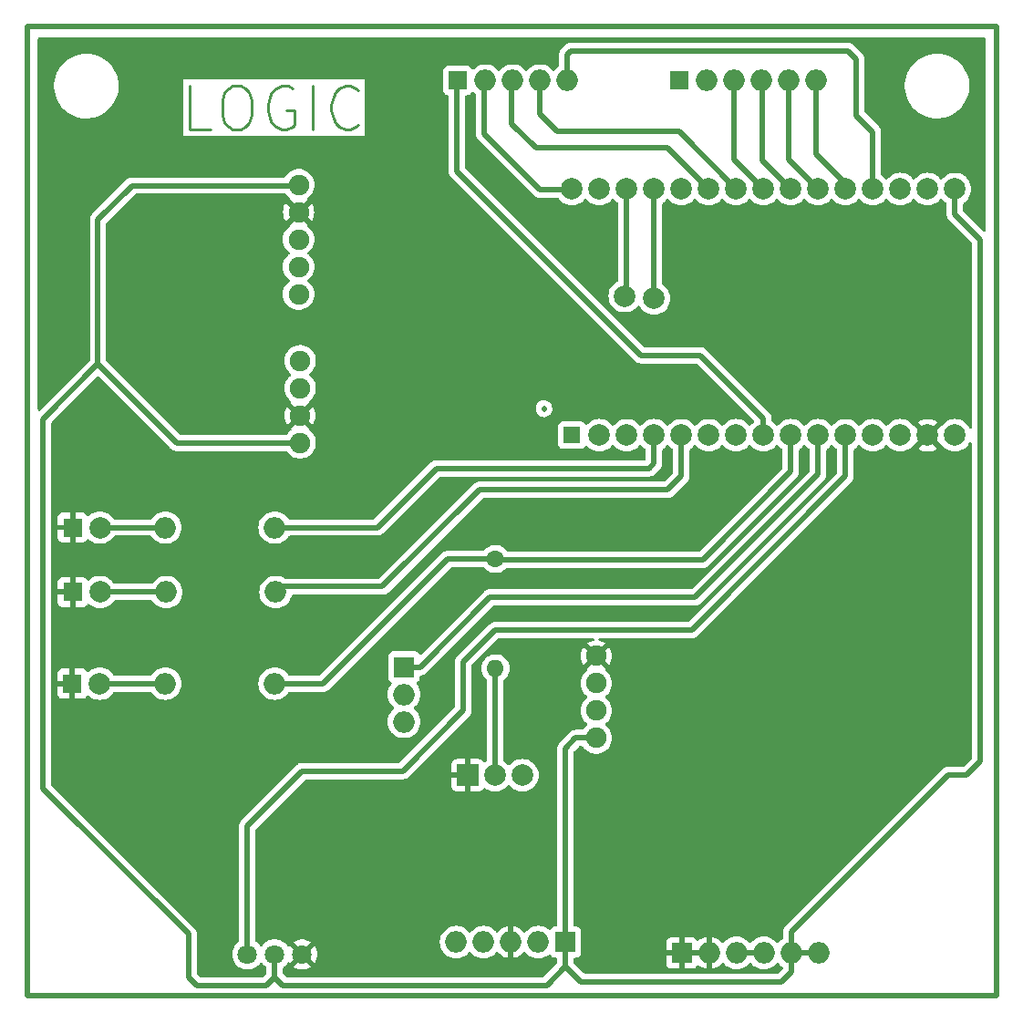
<source format=gbr>
%TF.GenerationSoftware,KiCad,Pcbnew,7.0.7*%
%TF.CreationDate,2023-11-10T08:01:12-05:00*%
%TF.ProjectId,CubeSat,43756265-5361-4742-9e6b-696361645f70,rev?*%
%TF.SameCoordinates,Original*%
%TF.FileFunction,Copper,L2,Bot*%
%TF.FilePolarity,Positive*%
%FSLAX46Y46*%
G04 Gerber Fmt 4.6, Leading zero omitted, Abs format (unit mm)*
G04 Created by KiCad (PCBNEW 7.0.7) date 2023-11-10 08:01:12*
%MOMM*%
%LPD*%
G01*
G04 APERTURE LIST*
%TA.AperFunction,NonConductor*%
%ADD10C,0.500000*%
%TD*%
%ADD11C,0.250000*%
%TA.AperFunction,NonConductor*%
%ADD12C,0.250000*%
%TD*%
%TA.AperFunction,ComponentPad*%
%ADD13O,2.000000X2.000000*%
%TD*%
%TA.AperFunction,ComponentPad*%
%ADD14C,1.600000*%
%TD*%
%TA.AperFunction,ComponentPad*%
%ADD15O,1.600000X1.600000*%
%TD*%
%TA.AperFunction,ComponentPad*%
%ADD16R,2.000000X2.000000*%
%TD*%
%TA.AperFunction,ComponentPad*%
%ADD17C,2.000000*%
%TD*%
%TA.AperFunction,ComponentPad*%
%ADD18C,1.800000*%
%TD*%
%TA.AperFunction,ComponentPad*%
%ADD19R,1.900000X1.900000*%
%TD*%
%TA.AperFunction,ComponentPad*%
%ADD20R,1.800000X1.800000*%
%TD*%
%TA.AperFunction,ComponentPad*%
%ADD21C,1.900000*%
%TD*%
%TA.AperFunction,ComponentPad*%
%ADD22R,1.530000X1.530000*%
%TD*%
%TA.AperFunction,ComponentPad*%
%ADD23R,1.700000X1.700000*%
%TD*%
%TA.AperFunction,ViaPad*%
%ADD24C,2.000000*%
%TD*%
%TA.AperFunction,Conductor*%
%ADD25C,0.500000*%
%TD*%
%TA.AperFunction,Conductor*%
%ADD26C,0.250000*%
%TD*%
%TA.AperFunction,Profile*%
%ADD27C,0.100000*%
%TD*%
G04 APERTURE END LIST*
D10*
X50000000Y-25000000D02*
X140000000Y-25000000D01*
X140000000Y-115000000D01*
X50000000Y-115000000D01*
X50000000Y-25000000D01*
D11*
D12*
X67021615Y-34497476D02*
X65116853Y-34497476D01*
X65116853Y-34497476D02*
X65116853Y-30497476D01*
X69116853Y-30497476D02*
X69878758Y-30497476D01*
X69878758Y-30497476D02*
X70259710Y-30687952D01*
X70259710Y-30687952D02*
X70640663Y-31068904D01*
X70640663Y-31068904D02*
X70831139Y-31830809D01*
X70831139Y-31830809D02*
X70831139Y-33164142D01*
X70831139Y-33164142D02*
X70640663Y-33926047D01*
X70640663Y-33926047D02*
X70259710Y-34307000D01*
X70259710Y-34307000D02*
X69878758Y-34497476D01*
X69878758Y-34497476D02*
X69116853Y-34497476D01*
X69116853Y-34497476D02*
X68735901Y-34307000D01*
X68735901Y-34307000D02*
X68354948Y-33926047D01*
X68354948Y-33926047D02*
X68164472Y-33164142D01*
X68164472Y-33164142D02*
X68164472Y-31830809D01*
X68164472Y-31830809D02*
X68354948Y-31068904D01*
X68354948Y-31068904D02*
X68735901Y-30687952D01*
X68735901Y-30687952D02*
X69116853Y-30497476D01*
X74640663Y-30687952D02*
X74259710Y-30497476D01*
X74259710Y-30497476D02*
X73688282Y-30497476D01*
X73688282Y-30497476D02*
X73116853Y-30687952D01*
X73116853Y-30687952D02*
X72735901Y-31068904D01*
X72735901Y-31068904D02*
X72545424Y-31449857D01*
X72545424Y-31449857D02*
X72354948Y-32211761D01*
X72354948Y-32211761D02*
X72354948Y-32783190D01*
X72354948Y-32783190D02*
X72545424Y-33545095D01*
X72545424Y-33545095D02*
X72735901Y-33926047D01*
X72735901Y-33926047D02*
X73116853Y-34307000D01*
X73116853Y-34307000D02*
X73688282Y-34497476D01*
X73688282Y-34497476D02*
X74069234Y-34497476D01*
X74069234Y-34497476D02*
X74640663Y-34307000D01*
X74640663Y-34307000D02*
X74831139Y-34116523D01*
X74831139Y-34116523D02*
X74831139Y-32783190D01*
X74831139Y-32783190D02*
X74069234Y-32783190D01*
X76545424Y-34497476D02*
X76545424Y-30497476D01*
X80735901Y-34116523D02*
X80545425Y-34307000D01*
X80545425Y-34307000D02*
X79973996Y-34497476D01*
X79973996Y-34497476D02*
X79593044Y-34497476D01*
X79593044Y-34497476D02*
X79021615Y-34307000D01*
X79021615Y-34307000D02*
X78640663Y-33926047D01*
X78640663Y-33926047D02*
X78450186Y-33545095D01*
X78450186Y-33545095D02*
X78259710Y-32783190D01*
X78259710Y-32783190D02*
X78259710Y-32211761D01*
X78259710Y-32211761D02*
X78450186Y-31449857D01*
X78450186Y-31449857D02*
X78640663Y-31068904D01*
X78640663Y-31068904D02*
X79021615Y-30687952D01*
X79021615Y-30687952D02*
X79593044Y-30497476D01*
X79593044Y-30497476D02*
X79973996Y-30497476D01*
X79973996Y-30497476D02*
X80545425Y-30687952D01*
X80545425Y-30687952D02*
X80735901Y-30878428D01*
D13*
%TO.P,RLED1,1*%
%TO.N,D_Motor*%
X73000000Y-86000000D03*
%TO.P,RLED1,2*%
%TO.N,Net-(D1-A)*%
X62840000Y-86000000D03*
%TD*%
D14*
%TO.P,RNPN1,1*%
%TO.N,D_Motor*%
X93500000Y-74420000D03*
D15*
%TO.P,RNPN1,2*%
%TO.N,Net-(Q1-Pad2)*%
X93500000Y-84580000D03*
%TD*%
D16*
%TO.P,Q1,1*%
%TO.N,GND*%
X90920000Y-94500000D03*
D17*
%TO.P,Q1,2*%
%TO.N,Net-(Q1-Pad2)*%
X93460000Y-94500000D03*
%TO.P,Q1,3*%
%TO.N,Net-(Servo1-Pin_2)*%
X96000000Y-94500000D03*
%TD*%
D18*
%TO.P,U1,1,GND*%
%TO.N,GND*%
X75540000Y-111140000D03*
%TO.P,U1,2,DQ*%
%TO.N,+3.3V*%
X73000000Y-111140000D03*
%TO.P,U1,3,V_{DD}*%
%TO.N,D1*%
X70460000Y-111140000D03*
%TD*%
D19*
%TO.P,J2,1,Pin_1*%
%TO.N,+3.3V*%
X100000000Y-110000000D03*
D13*
%TO.P,J2,2,Pin_2*%
%TO.N,+5V*%
X97460000Y-110000000D03*
%TO.P,J2,3,Pin_3*%
%TO.N,GND*%
X94920000Y-110000000D03*
%TO.P,J2,4,Pin_4*%
%TO.N,SDA*%
X92380000Y-110000000D03*
%TO.P,J2,5,Pin_5*%
%TO.N,SCL*%
X89840000Y-110000000D03*
%TD*%
D19*
%TO.P,AUX_V1,1,Pin_1*%
%TO.N,GND*%
X110800000Y-111000000D03*
D13*
%TO.P,AUX_V1,2,Pin_2*%
X113340000Y-111000000D03*
%TO.P,AUX_V1,3,Pin_3*%
%TO.N,+5V*%
X115880000Y-111000000D03*
%TO.P,AUX_V1,4,Pin_4*%
X118420000Y-111000000D03*
%TO.P,AUX_V1,5,Pin_5*%
%TO.N,+3.3V*%
X120960000Y-111000000D03*
%TO.P,AUX_V1,6,Pin_6*%
X123500000Y-111000000D03*
%TD*%
D20*
%TO.P,D3,1,K*%
%TO.N,GND*%
X54250000Y-77500000D03*
D17*
%TO.P,D3,2,A*%
%TO.N,Net-(D3-A)*%
X56790000Y-77500000D03*
%TD*%
D20*
%TO.P,D2,1,K*%
%TO.N,GND*%
X54225000Y-71500000D03*
D17*
%TO.P,D2,2,A*%
%TO.N,Net-(D2-A)*%
X56765000Y-71500000D03*
%TD*%
D13*
%TO.P,RLED2,1*%
%TO.N,STATE1*%
X73000000Y-71500000D03*
%TO.P,RLED2,2*%
%TO.N,Net-(D2-A)*%
X62840000Y-71500000D03*
%TD*%
D21*
%TO.P,U3,1,SDA*%
%TO.N,SDA*%
X75358000Y-56020000D03*
%TO.P,U3,2,SCL*%
%TO.N,SCL*%
X75358000Y-58560000D03*
%TO.P,U3,3,GND*%
%TO.N,GND*%
X75358000Y-61100000D03*
%TO.P,U3,4,Vin*%
%TO.N,+3.3V*%
X75358000Y-63640000D03*
%TD*%
D13*
%TO.P,RLED3,1*%
%TO.N,STATE2*%
X73080000Y-77500000D03*
%TO.P,RLED3,2*%
%TO.N,Net-(D3-A)*%
X62920000Y-77500000D03*
%TD*%
D21*
%TO.P,HMC5883L1,1,Vin*%
%TO.N,+3.3V*%
X75219000Y-39667460D03*
%TO.P,HMC5883L1,2,GND*%
%TO.N,GND*%
X75219000Y-42207460D03*
%TO.P,HMC5883L1,3,SCL*%
%TO.N,SCL*%
X75219000Y-44747460D03*
%TO.P,HMC5883L1,4,SDA*%
%TO.N,SDA*%
X75219000Y-47287460D03*
%TO.P,HMC5883L1,5,DRDY*%
%TO.N,unconnected-(HMC5883L1-DRDY-Pad5)*%
X75219000Y-49827460D03*
%TD*%
D19*
%TO.P,Servo1,1,Pin_1*%
%TO.N,PWM1*%
X85000000Y-84460000D03*
D13*
%TO.P,Servo1,2,Pin_2*%
%TO.N,Net-(Servo1-Pin_2)*%
X85000000Y-87000000D03*
%TO.P,Servo1,3,Pin_3*%
%TO.N,+5V*%
X85000000Y-89540000D03*
%TD*%
D22*
%TO.P,U2,1,EN*%
%TO.N,unconnected-(U2-EN-Pad1)*%
X100605000Y-62930000D03*
D17*
%TO.P,U2,2,VP*%
%TO.N,unconnected-(U2-VP-Pad2)*%
X103145000Y-62930000D03*
%TO.P,U2,3,VN*%
%TO.N,unconnected-(U2-VN-Pad3)*%
X105685000Y-62930000D03*
%TO.P,U2,4,D34*%
%TO.N,STATE1*%
X108225000Y-62930000D03*
%TO.P,U2,5,D35*%
%TO.N,STATE2*%
X110765000Y-62930000D03*
%TO.P,U2,6,D32*%
%TO.N,unconnected-(U2-D32-Pad6)*%
X113305000Y-62930000D03*
%TO.P,U2,7,D33*%
%TO.N,unconnected-(U2-D33-Pad7)*%
X115845000Y-62930000D03*
%TO.P,U2,8,D25*%
%TO.N,A1*%
X118385000Y-62930000D03*
%TO.P,U2,9,D26*%
%TO.N,D_Motor*%
X120925000Y-62930000D03*
%TO.P,U2,10,D27*%
%TO.N,PWM1*%
X123465000Y-62930000D03*
%TO.P,U2,11,D14*%
%TO.N,D1*%
X126005000Y-62930000D03*
%TO.P,U2,12,D12*%
%TO.N,unconnected-(U2-D12-Pad12)*%
X128545000Y-62930000D03*
%TO.P,U2,13,D13*%
%TO.N,unconnected-(U2-D13-Pad13)*%
X131085000Y-62930000D03*
%TO.P,U2,14,GND*%
%TO.N,GND*%
X133625000Y-62930000D03*
%TO.P,U2,15,VIN*%
%TO.N,unconnected-(U2-VIN-Pad15)*%
X136165000Y-62930000D03*
%TO.P,U2,16,3V3*%
%TO.N,+3.3V*%
X136165000Y-40070000D03*
%TO.P,U2,17,GND*%
%TO.N,unconnected-(U2-GND-Pad17)*%
X133625000Y-40070000D03*
%TO.P,U2,18,D15*%
%TO.N,unconnected-(U2-D15-Pad18)*%
X131085000Y-40070000D03*
%TO.P,U2,19,D2*%
%TO.N,CS*%
X128545000Y-40070000D03*
%TO.P,U2,20,D4*%
%TO.N,GPIO4*%
X126005000Y-40070000D03*
%TO.P,U2,21,RX2*%
%TO.N,GPIO16*%
X123465000Y-40070000D03*
%TO.P,U2,22,TX2*%
%TO.N,GPIO17*%
X120925000Y-40070000D03*
%TO.P,U2,23,D5*%
%TO.N,GPIO5*%
X118385000Y-40070000D03*
%TO.P,U2,24,D18*%
%TO.N,SCLK*%
X115845000Y-40070000D03*
%TO.P,U2,25,D19*%
%TO.N,MISO*%
X113305000Y-40070000D03*
%TO.P,U2,26,D21*%
%TO.N,SDA*%
X110765000Y-40070000D03*
%TO.P,U2,27,RX0*%
%TO.N,RX*%
X108225000Y-40070000D03*
%TO.P,U2,28,TX0*%
%TO.N,TX*%
X105685000Y-40070000D03*
%TO.P,U2,29,D22*%
%TO.N,SCL*%
X103145000Y-40070000D03*
%TO.P,U2,30,D23*%
%TO.N,MOSI*%
X100605000Y-40070000D03*
%TD*%
D23*
%TO.P,J1,1,Pin_1*%
%TO.N,A1*%
X90000000Y-30000000D03*
D13*
%TO.P,J1,2,Pin_2*%
%TO.N,MOSI*%
X92540000Y-30000000D03*
%TO.P,J1,3,Pin_3*%
%TO.N,MISO*%
X95080000Y-30000000D03*
%TO.P,J1,4,Pin_4*%
%TO.N,SCLK*%
X97620000Y-30000000D03*
%TO.P,J1,5,Pin_5*%
%TO.N,CS*%
X100160000Y-30000000D03*
%TD*%
D23*
%TO.P,J3,1,Pin_1*%
%TO.N,SCL*%
X110590000Y-30000000D03*
D13*
%TO.P,J3,2,Pin_2*%
%TO.N,SDA*%
X113130000Y-30000000D03*
%TO.P,J3,3,Pin_3*%
%TO.N,GPIO5*%
X115670000Y-30000000D03*
%TO.P,J3,4,Pin_4*%
%TO.N,GPIO17*%
X118210000Y-30000000D03*
%TO.P,J3,5,Pin_5*%
%TO.N,GPIO16*%
X120750000Y-30000000D03*
%TO.P,J3,6,Pin_6*%
%TO.N,GPIO4*%
X123290000Y-30000000D03*
%TD*%
D21*
%TO.P,GPS_NEO6MV2,1,Vin*%
%TO.N,+3.3V*%
X102856000Y-91048000D03*
%TO.P,GPS_NEO6MV2,2,RX*%
%TO.N,RX*%
X102856000Y-88508000D03*
%TO.P,GPS_NEO6MV2,3,TX*%
%TO.N,TX*%
X102856000Y-85968000D03*
%TO.P,GPS_NEO6MV2,4,GND*%
%TO.N,GND*%
X102856000Y-83428000D03*
%TD*%
D20*
%TO.P,D1,1,K*%
%TO.N,GND*%
X54210000Y-86000000D03*
D17*
%TO.P,D1,2,A*%
%TO.N,Net-(D1-A)*%
X56750000Y-86000000D03*
%TD*%
D24*
%TO.N,GND*%
X85750000Y-52000000D03*
X64500000Y-96000000D03*
X131000000Y-79000000D03*
%TO.N,RX*%
X108225000Y-50225000D03*
%TO.N,TX*%
X105500000Y-50000000D03*
%TD*%
D25*
%TO.N,+5V*%
X118420000Y-111000000D02*
X115880000Y-111000000D01*
%TO.N,+3.3V*%
X51500000Y-90750000D02*
X51500000Y-95750000D01*
X75860000Y-114000000D02*
X73750000Y-114000000D01*
X65000000Y-113250000D02*
X65750000Y-114000000D01*
X136165000Y-42415000D02*
X138500000Y-44750000D01*
X120075000Y-113675000D02*
X120960000Y-112790000D01*
X138500000Y-93250000D02*
X137250000Y-94500000D01*
X135500000Y-94500000D02*
X120960000Y-109040000D01*
X65000000Y-109250000D02*
X65000000Y-113250000D01*
X120960000Y-112790000D02*
X120960000Y-111000000D01*
X100000000Y-92000000D02*
X100952000Y-91048000D01*
X63890000Y-63640000D02*
X75358000Y-63640000D01*
X73000000Y-113250000D02*
X73000000Y-111140000D01*
X51500000Y-95750000D02*
X65000000Y-109250000D01*
X100000000Y-110000000D02*
X100000000Y-112250000D01*
X75136460Y-39750000D02*
X59750000Y-39750000D01*
X98250000Y-114000000D02*
X75860000Y-114000000D01*
X100000000Y-110000000D02*
X100000000Y-92000000D01*
X73750000Y-114000000D02*
X73000000Y-113250000D01*
X72250000Y-114000000D02*
X73000000Y-113250000D01*
X136165000Y-40070000D02*
X136165000Y-42415000D01*
X120960000Y-111000000D02*
X123500000Y-111000000D01*
X101425000Y-113675000D02*
X120075000Y-113675000D01*
X51500000Y-90750000D02*
X51500000Y-61426000D01*
X56588000Y-56338000D02*
X63890000Y-63640000D01*
X135540000Y-94460000D02*
X135500000Y-94500000D01*
X137250000Y-94500000D02*
X135500000Y-94500000D01*
X100952000Y-91048000D02*
X102856000Y-91048000D01*
X120960000Y-109040000D02*
X120960000Y-111000000D01*
X51500000Y-91250000D02*
X51500000Y-90750000D01*
X138500000Y-44750000D02*
X138500000Y-93250000D01*
X100000000Y-112250000D02*
X101425000Y-113675000D01*
X65750000Y-114000000D02*
X72250000Y-114000000D01*
X56588000Y-42912000D02*
X56588000Y-56338000D01*
X100000000Y-112250000D02*
X98250000Y-114000000D01*
X59750000Y-39750000D02*
X56588000Y-42912000D01*
X51500000Y-61426000D02*
X56588000Y-56338000D01*
D26*
%TO.N,SDA*%
X113215000Y-30000000D02*
X113300000Y-30000000D01*
D25*
X75219000Y-47287460D02*
X75256460Y-47250000D01*
%TO.N,PWM1*%
X112000000Y-78000000D02*
X123465000Y-66535000D01*
X86515000Y-84460000D02*
X85000000Y-84460000D01*
X92975000Y-78000000D02*
X86515000Y-84460000D01*
X123465000Y-66535000D02*
X123465000Y-62930000D01*
X112000000Y-78000000D02*
X92975000Y-78000000D01*
%TO.N,MISO*%
X95000000Y-34000000D02*
X97250000Y-36250000D01*
X97250000Y-36250000D02*
X109485000Y-36250000D01*
X95000000Y-30000000D02*
X95000000Y-34000000D01*
X109485000Y-36250000D02*
X113305000Y-40070000D01*
%TO.N,MOSI*%
X92460000Y-34960000D02*
X97647500Y-40147500D01*
X92460000Y-29500000D02*
X92460000Y-34960000D01*
X97647500Y-40147500D02*
X100605000Y-40147500D01*
%TO.N,CS*%
X100500000Y-27250000D02*
X126250000Y-27250000D01*
X126250000Y-27250000D02*
X127000000Y-28000000D01*
X100160000Y-27590000D02*
X100500000Y-27250000D01*
X127000000Y-33250000D02*
X128545000Y-34795000D01*
X127000000Y-28000000D02*
X127000000Y-33250000D01*
X100160000Y-30000000D02*
X100160000Y-27590000D01*
X128545000Y-34795000D02*
X128545000Y-40070000D01*
%TO.N,D1*%
X70460000Y-99190000D02*
X70460000Y-111140000D01*
X126005000Y-62930000D02*
X126005000Y-66745000D01*
X90500000Y-88500000D02*
X84890000Y-94110000D01*
X93500000Y-81000000D02*
X90500000Y-84000000D01*
X84890000Y-94110000D02*
X75540000Y-94110000D01*
X75540000Y-94110000D02*
X70460000Y-99190000D01*
X126005000Y-66745000D02*
X111750000Y-81000000D01*
X90500000Y-84000000D02*
X90500000Y-88500000D01*
X111750000Y-81000000D02*
X93500000Y-81000000D01*
%TO.N,RX*%
X108225000Y-40070000D02*
X108225000Y-50225000D01*
X98000000Y-60450000D02*
X98000000Y-60500000D01*
%TO.N,TX*%
X105685000Y-49815000D02*
X105685000Y-40070000D01*
%TO.N,Net-(D1-A)*%
X56750000Y-86000000D02*
X62840000Y-86000000D01*
%TO.N,Net-(D2-A)*%
X62840000Y-71500000D02*
X56765000Y-71500000D01*
%TO.N,Net-(D3-A)*%
X62920000Y-77500000D02*
X56790000Y-77500000D01*
%TO.N,STATE1*%
X73000000Y-71500000D02*
X82500000Y-71500000D01*
X108225000Y-65525000D02*
X108225000Y-62930000D01*
X107750000Y-66000000D02*
X108225000Y-65525000D01*
X82500000Y-71500000D02*
X88000000Y-66000000D01*
X88000000Y-66000000D02*
X107750000Y-66000000D01*
%TO.N,D_Motor*%
X89080000Y-74420000D02*
X93500000Y-74420000D01*
X77500000Y-86000000D02*
X89080000Y-74420000D01*
X73000000Y-86000000D02*
X77500000Y-86000000D01*
X120925000Y-66325000D02*
X120925000Y-63075000D01*
X112750000Y-74500000D02*
X120925000Y-66325000D01*
X93580000Y-74500000D02*
X112750000Y-74500000D01*
%TO.N,Net-(Q1-Pad2)*%
X93460000Y-94500000D02*
X93460000Y-84620000D01*
%TO.N,STATE2*%
X109500000Y-68000000D02*
X110765000Y-66735000D01*
X92000000Y-68000000D02*
X109500000Y-68000000D01*
X73080000Y-77000000D02*
X83000000Y-77000000D01*
X110765000Y-66735000D02*
X110765000Y-62930000D01*
X83000000Y-77000000D02*
X92000000Y-68000000D01*
%TO.N,A1*%
X112500000Y-55500000D02*
X118385000Y-61385000D01*
X89920000Y-38420000D02*
X107000000Y-55500000D01*
X89920000Y-29500000D02*
X89920000Y-38420000D01*
X107000000Y-55500000D02*
X112500000Y-55500000D01*
X118385000Y-61385000D02*
X118385000Y-62930000D01*
%TO.N,SCLK*%
X99250000Y-34750000D02*
X110525000Y-34750000D01*
X97620000Y-30000000D02*
X97620000Y-33120000D01*
X97620000Y-33120000D02*
X99250000Y-34750000D01*
X110525000Y-34750000D02*
X115845000Y-40070000D01*
%TO.N,GPIO4*%
X123290000Y-36790000D02*
X123290000Y-30000000D01*
X126005000Y-39505000D02*
X123290000Y-36790000D01*
%TO.N,GPIO16*%
X123465000Y-40070000D02*
X120750000Y-37355000D01*
X120750000Y-37355000D02*
X120750000Y-30000000D01*
%TO.N,GPIO17*%
X118250000Y-37395000D02*
X118250000Y-30040000D01*
X120925000Y-40070000D02*
X118250000Y-37395000D01*
%TO.N,GPIO5*%
X118385000Y-40070000D02*
X115670000Y-37355000D01*
X115670000Y-37355000D02*
X115670000Y-30000000D01*
%TD*%
%TA.AperFunction,Conductor*%
%TO.N,GND*%
G36*
X138942539Y-26020185D02*
G01*
X138988294Y-26072989D01*
X138999500Y-26124500D01*
X138999500Y-43877456D01*
X138979815Y-43944495D01*
X138927011Y-43990250D01*
X138857853Y-44000194D01*
X138794297Y-43971169D01*
X138787819Y-43965137D01*
X136959819Y-42137137D01*
X136926334Y-42075814D01*
X136923500Y-42049456D01*
X136923500Y-41443845D01*
X136943185Y-41376806D01*
X136982710Y-41338118D01*
X137054411Y-41294179D01*
X137054413Y-41294178D01*
X137054413Y-41294177D01*
X137054416Y-41294176D01*
X137234969Y-41139969D01*
X137389176Y-40959416D01*
X137513240Y-40756963D01*
X137518531Y-40744191D01*
X137604104Y-40537597D01*
X137604104Y-40537596D01*
X137604105Y-40537594D01*
X137659535Y-40306711D01*
X137678165Y-40070000D01*
X137659535Y-39833289D01*
X137604105Y-39602406D01*
X137604104Y-39602403D01*
X137604104Y-39602402D01*
X137513242Y-39383040D01*
X137513240Y-39383037D01*
X137389179Y-39180589D01*
X137389178Y-39180586D01*
X137329086Y-39110228D01*
X137234969Y-39000031D01*
X137110412Y-38893649D01*
X137054413Y-38845821D01*
X137054410Y-38845820D01*
X136851962Y-38721759D01*
X136851959Y-38721757D01*
X136632596Y-38630895D01*
X136401714Y-38575465D01*
X136224177Y-38561492D01*
X136165000Y-38556835D01*
X136164999Y-38556835D01*
X135928285Y-38575465D01*
X135697404Y-38630895D01*
X135697402Y-38630895D01*
X135478040Y-38721757D01*
X135478037Y-38721759D01*
X135275589Y-38845820D01*
X135275586Y-38845821D01*
X135100515Y-38995347D01*
X135095031Y-39000031D01*
X135037352Y-39067565D01*
X134989290Y-39123838D01*
X134930783Y-39162031D01*
X134860915Y-39162529D01*
X134801869Y-39125176D01*
X134800710Y-39123838D01*
X134789086Y-39110228D01*
X134694969Y-39000031D01*
X134570412Y-38893649D01*
X134514413Y-38845821D01*
X134514410Y-38845820D01*
X134311962Y-38721759D01*
X134311959Y-38721757D01*
X134092596Y-38630895D01*
X133861714Y-38575465D01*
X133625000Y-38556835D01*
X133388285Y-38575465D01*
X133157404Y-38630895D01*
X133157402Y-38630895D01*
X132938040Y-38721757D01*
X132938037Y-38721759D01*
X132735589Y-38845820D01*
X132735586Y-38845821D01*
X132560515Y-38995347D01*
X132555031Y-39000031D01*
X132497352Y-39067565D01*
X132449290Y-39123838D01*
X132390783Y-39162031D01*
X132320915Y-39162529D01*
X132261869Y-39125176D01*
X132260710Y-39123838D01*
X132249086Y-39110228D01*
X132154969Y-39000031D01*
X132030412Y-38893649D01*
X131974413Y-38845821D01*
X131974410Y-38845820D01*
X131771962Y-38721759D01*
X131771959Y-38721757D01*
X131552596Y-38630895D01*
X131321714Y-38575465D01*
X131085000Y-38556835D01*
X130848285Y-38575465D01*
X130617404Y-38630895D01*
X130617402Y-38630895D01*
X130398040Y-38721757D01*
X130398037Y-38721759D01*
X130195589Y-38845820D01*
X130195586Y-38845821D01*
X130020515Y-38995347D01*
X130015031Y-39000031D01*
X129957352Y-39067565D01*
X129909290Y-39123838D01*
X129850783Y-39162031D01*
X129780915Y-39162529D01*
X129721869Y-39125176D01*
X129720710Y-39123838D01*
X129709086Y-39110228D01*
X129614969Y-39000031D01*
X129434416Y-38845824D01*
X129404684Y-38827604D01*
X129362709Y-38801881D01*
X129315834Y-38750069D01*
X129303500Y-38696154D01*
X129303500Y-34859295D01*
X129304809Y-34841323D01*
X129308341Y-34817211D01*
X129308341Y-34817209D01*
X129303735Y-34764577D01*
X129303499Y-34759163D01*
X129303500Y-34750820D01*
X129299652Y-34717904D01*
X129292887Y-34640574D01*
X129292885Y-34640570D01*
X129291427Y-34633503D01*
X129291473Y-34633493D01*
X129289790Y-34625902D01*
X129289744Y-34625914D01*
X129288080Y-34618895D01*
X129288079Y-34618887D01*
X129261526Y-34545934D01*
X129237114Y-34472262D01*
X129237113Y-34472260D01*
X129234061Y-34465715D01*
X129234105Y-34465694D01*
X129230717Y-34458695D01*
X129230674Y-34458717D01*
X129227436Y-34452269D01*
X129184766Y-34387394D01*
X129144030Y-34321349D01*
X129139553Y-34315687D01*
X129139590Y-34315656D01*
X129134681Y-34309629D01*
X129134645Y-34309660D01*
X129130005Y-34304131D01*
X129130003Y-34304129D01*
X129130001Y-34304126D01*
X129082301Y-34259123D01*
X129073517Y-34250835D01*
X127794819Y-32972137D01*
X127761334Y-32910814D01*
X127758500Y-32884456D01*
X127758500Y-30674759D01*
X131499500Y-30674759D01*
X131526759Y-30907969D01*
X131540077Y-31021914D01*
X131540077Y-31021916D01*
X131620680Y-31362009D01*
X131620681Y-31362012D01*
X131740223Y-31690452D01*
X131740226Y-31690458D01*
X131897088Y-32002796D01*
X132089146Y-32294805D01*
X132089152Y-32294813D01*
X132189572Y-32414488D01*
X132313817Y-32562558D01*
X132445117Y-32686433D01*
X132568044Y-32802410D01*
X132568050Y-32802415D01*
X132848402Y-33011129D01*
X133023155Y-33112022D01*
X133151096Y-33185889D01*
X133472029Y-33324326D01*
X133806864Y-33424569D01*
X133806866Y-33424569D01*
X133806872Y-33424571D01*
X134151061Y-33485260D01*
X134151062Y-33485260D01*
X134151073Y-33485262D01*
X134412695Y-33500500D01*
X134412697Y-33500500D01*
X134587303Y-33500500D01*
X134587305Y-33500500D01*
X134848927Y-33485262D01*
X134892854Y-33477516D01*
X135193127Y-33424571D01*
X135193130Y-33424569D01*
X135193136Y-33424569D01*
X135527971Y-33324326D01*
X135848904Y-33185889D01*
X136151596Y-33011130D01*
X136431953Y-32802412D01*
X136686183Y-32562558D01*
X136910849Y-32294811D01*
X137102913Y-32002793D01*
X137259777Y-31690451D01*
X137379319Y-31362011D01*
X137459923Y-31021914D01*
X137500500Y-30674759D01*
X137500500Y-30325241D01*
X137459923Y-29978086D01*
X137379319Y-29637989D01*
X137259777Y-29309549D01*
X137150785Y-29092529D01*
X137102911Y-28997203D01*
X136910853Y-28705194D01*
X136910847Y-28705186D01*
X136789772Y-28560895D01*
X136686183Y-28437442D01*
X136555534Y-28314181D01*
X136431955Y-28197589D01*
X136431949Y-28197584D01*
X136151597Y-27988870D01*
X135848908Y-27814113D01*
X135848895Y-27814107D01*
X135527972Y-27675674D01*
X135193134Y-27575430D01*
X135193127Y-27575428D01*
X134848938Y-27514739D01*
X134848927Y-27514738D01*
X134810520Y-27512501D01*
X134587305Y-27499500D01*
X134412695Y-27499500D01*
X134247426Y-27509126D01*
X134151072Y-27514738D01*
X134151061Y-27514739D01*
X133806872Y-27575428D01*
X133806865Y-27575430D01*
X133472027Y-27675674D01*
X133151104Y-27814107D01*
X133151091Y-27814113D01*
X132848402Y-27988870D01*
X132568050Y-28197584D01*
X132568044Y-28197589D01*
X132313819Y-28437440D01*
X132313817Y-28437442D01*
X132089152Y-28705186D01*
X132089146Y-28705194D01*
X131897088Y-28997203D01*
X131740226Y-29309541D01*
X131740223Y-29309547D01*
X131620681Y-29637987D01*
X131620680Y-29637990D01*
X131540077Y-29978083D01*
X131540077Y-29978085D01*
X131540077Y-29978086D01*
X131499500Y-30325241D01*
X131499500Y-30674759D01*
X127758500Y-30674759D01*
X127758500Y-28064293D01*
X127759809Y-28046322D01*
X127760029Y-28044819D01*
X127763341Y-28022211D01*
X127762141Y-28008500D01*
X127758736Y-27969578D01*
X127758500Y-27964171D01*
X127758500Y-27955824D01*
X127758499Y-27955813D01*
X127754652Y-27922904D01*
X127747887Y-27845576D01*
X127747887Y-27845573D01*
X127747885Y-27845568D01*
X127746427Y-27838504D01*
X127746475Y-27838493D01*
X127744794Y-27830909D01*
X127744746Y-27830921D01*
X127743079Y-27823893D01*
X127743079Y-27823887D01*
X127716530Y-27750944D01*
X127692114Y-27677261D01*
X127692112Y-27677257D01*
X127689060Y-27670712D01*
X127689104Y-27670691D01*
X127685720Y-27663701D01*
X127685676Y-27663724D01*
X127682438Y-27657278D01*
X127682435Y-27657268D01*
X127639771Y-27592400D01*
X127599030Y-27526349D01*
X127599025Y-27526344D01*
X127594552Y-27520686D01*
X127594590Y-27520655D01*
X127589681Y-27514629D01*
X127589645Y-27514660D01*
X127585005Y-27509131D01*
X127585003Y-27509129D01*
X127585001Y-27509126D01*
X127553891Y-27479775D01*
X127528517Y-27455835D01*
X126831804Y-26759123D01*
X126820022Y-26745490D01*
X126805472Y-26725946D01*
X126805471Y-26725945D01*
X126805469Y-26725942D01*
X126800154Y-26721482D01*
X126764987Y-26691972D01*
X126760998Y-26688317D01*
X126755102Y-26682421D01*
X126755101Y-26682420D01*
X126733069Y-26664999D01*
X126729102Y-26661862D01*
X126669642Y-26611970D01*
X126669640Y-26611968D01*
X126669635Y-26611965D01*
X126663605Y-26607999D01*
X126663630Y-26607959D01*
X126657069Y-26603779D01*
X126657045Y-26603820D01*
X126650904Y-26600031D01*
X126580540Y-26567220D01*
X126511185Y-26532389D01*
X126504401Y-26529920D01*
X126504416Y-26529876D01*
X126497071Y-26527322D01*
X126497057Y-26527367D01*
X126490205Y-26525096D01*
X126452177Y-26517244D01*
X126414149Y-26509392D01*
X126338656Y-26491500D01*
X126338654Y-26491500D01*
X126338646Y-26491498D01*
X126331482Y-26490661D01*
X126331487Y-26490612D01*
X126323757Y-26489822D01*
X126323753Y-26489870D01*
X126316562Y-26489240D01*
X126238920Y-26491500D01*
X100564294Y-26491500D01*
X100546324Y-26490191D01*
X100522206Y-26486658D01*
X100477029Y-26490612D01*
X100469573Y-26491264D01*
X100464172Y-26491500D01*
X100455819Y-26491500D01*
X100422903Y-26495347D01*
X100345574Y-26502112D01*
X100338506Y-26503572D01*
X100338496Y-26503528D01*
X100330906Y-26505210D01*
X100330917Y-26505254D01*
X100323893Y-26506919D01*
X100323887Y-26506920D01*
X100323887Y-26506921D01*
X100317098Y-26509392D01*
X100250933Y-26533473D01*
X100177257Y-26557887D01*
X100170720Y-26560936D01*
X100170700Y-26560894D01*
X100163696Y-26564285D01*
X100163717Y-26564326D01*
X100157269Y-26567564D01*
X100092394Y-26610233D01*
X100026352Y-26650967D01*
X100020683Y-26655450D01*
X100020653Y-26655413D01*
X100014627Y-26660322D01*
X100014657Y-26660357D01*
X100009132Y-26664993D01*
X99955836Y-26721482D01*
X99669122Y-27008195D01*
X99655495Y-27019973D01*
X99635941Y-27034531D01*
X99601977Y-27075006D01*
X99598330Y-27078987D01*
X99592418Y-27084900D01*
X99571863Y-27110896D01*
X99521967Y-27170360D01*
X99518001Y-27176391D01*
X99517963Y-27176366D01*
X99513782Y-27182928D01*
X99513821Y-27182952D01*
X99510032Y-27189094D01*
X99477220Y-27259459D01*
X99442391Y-27328810D01*
X99439923Y-27335593D01*
X99439878Y-27335576D01*
X99437322Y-27342932D01*
X99437366Y-27342947D01*
X99435096Y-27349795D01*
X99427244Y-27387821D01*
X99419392Y-27425850D01*
X99407025Y-27478029D01*
X99401498Y-27501351D01*
X99400661Y-27508519D01*
X99400613Y-27508513D01*
X99399823Y-27516245D01*
X99399870Y-27516250D01*
X99399240Y-27523439D01*
X99401499Y-27601079D01*
X99401499Y-28626154D01*
X99381814Y-28693193D01*
X99342290Y-28731880D01*
X99270593Y-28775817D01*
X99270586Y-28775821D01*
X99090031Y-28930031D01*
X98984290Y-29053838D01*
X98925783Y-29092031D01*
X98855915Y-29092529D01*
X98796869Y-29055176D01*
X98795710Y-29053838D01*
X98784570Y-29040795D01*
X98689969Y-28930031D01*
X98522196Y-28786739D01*
X98509413Y-28775821D01*
X98509410Y-28775820D01*
X98306962Y-28651759D01*
X98306959Y-28651757D01*
X98087596Y-28560895D01*
X97856714Y-28505465D01*
X97620000Y-28486835D01*
X97383285Y-28505465D01*
X97152404Y-28560895D01*
X97152402Y-28560895D01*
X96933040Y-28651757D01*
X96933037Y-28651759D01*
X96730589Y-28775820D01*
X96730586Y-28775821D01*
X96550031Y-28930031D01*
X96444290Y-29053838D01*
X96385783Y-29092031D01*
X96315915Y-29092529D01*
X96256869Y-29055176D01*
X96255710Y-29053838D01*
X96244570Y-29040795D01*
X96149969Y-28930031D01*
X95982196Y-28786739D01*
X95969413Y-28775821D01*
X95969410Y-28775820D01*
X95766962Y-28651759D01*
X95766959Y-28651757D01*
X95547596Y-28560895D01*
X95316714Y-28505465D01*
X95139177Y-28491492D01*
X95080000Y-28486835D01*
X95079999Y-28486835D01*
X94843285Y-28505465D01*
X94612404Y-28560895D01*
X94612402Y-28560895D01*
X94393040Y-28651757D01*
X94393037Y-28651759D01*
X94190589Y-28775820D01*
X94190586Y-28775821D01*
X94010031Y-28930031D01*
X93904290Y-29053838D01*
X93845783Y-29092031D01*
X93775915Y-29092529D01*
X93716869Y-29055176D01*
X93715710Y-29053838D01*
X93704570Y-29040795D01*
X93609969Y-28930031D01*
X93442196Y-28786739D01*
X93429413Y-28775821D01*
X93429410Y-28775820D01*
X93226962Y-28651759D01*
X93226959Y-28651757D01*
X93007596Y-28560895D01*
X92776714Y-28505465D01*
X92540000Y-28486835D01*
X92303285Y-28505465D01*
X92072404Y-28560895D01*
X92072402Y-28560895D01*
X91853040Y-28651757D01*
X91853037Y-28651759D01*
X91650589Y-28775820D01*
X91650580Y-28775826D01*
X91479387Y-28922039D01*
X91415626Y-28950610D01*
X91346540Y-28940173D01*
X91299589Y-28902060D01*
X91213261Y-28786739D01*
X91096204Y-28699111D01*
X90959203Y-28648011D01*
X90898654Y-28641500D01*
X90898638Y-28641500D01*
X89101362Y-28641500D01*
X89101345Y-28641500D01*
X89040797Y-28648011D01*
X89040795Y-28648011D01*
X88903795Y-28699111D01*
X88786739Y-28786739D01*
X88699111Y-28903795D01*
X88648011Y-29040795D01*
X88648011Y-29040797D01*
X88641500Y-29101345D01*
X88641500Y-30898654D01*
X88648011Y-30959202D01*
X88648011Y-30959204D01*
X88682282Y-31051084D01*
X88699111Y-31096204D01*
X88786739Y-31213261D01*
X88903796Y-31300889D01*
X89003110Y-31337931D01*
X89040793Y-31351987D01*
X89040799Y-31351989D01*
X89050755Y-31353059D01*
X89115303Y-31379794D01*
X89155153Y-31437186D01*
X89161500Y-31476348D01*
X89161500Y-38355706D01*
X89160191Y-38373676D01*
X89156658Y-38397791D01*
X89161264Y-38450420D01*
X89161500Y-38455827D01*
X89161500Y-38464178D01*
X89165347Y-38497096D01*
X89172112Y-38574427D01*
X89173572Y-38581494D01*
X89173526Y-38581503D01*
X89175209Y-38589094D01*
X89175254Y-38589084D01*
X89176919Y-38596110D01*
X89182451Y-38611308D01*
X89203473Y-38669065D01*
X89212449Y-38696154D01*
X89227886Y-38742737D01*
X89230940Y-38749286D01*
X89230896Y-38749306D01*
X89234284Y-38756304D01*
X89234327Y-38756283D01*
X89237568Y-38762737D01*
X89280232Y-38827604D01*
X89291470Y-38845823D01*
X89320970Y-38893651D01*
X89320972Y-38893653D01*
X89325451Y-38899318D01*
X89325413Y-38899347D01*
X89330320Y-38905372D01*
X89330357Y-38905342D01*
X89335002Y-38910878D01*
X89391482Y-38964163D01*
X106418196Y-55990877D01*
X106429978Y-56004510D01*
X106441513Y-56020005D01*
X106444531Y-56024058D01*
X106485012Y-56058025D01*
X106488986Y-56061667D01*
X106494900Y-56067581D01*
X106520895Y-56088135D01*
X106580360Y-56138032D01*
X106580361Y-56138032D01*
X106580363Y-56138034D01*
X106586396Y-56142002D01*
X106586370Y-56142041D01*
X106592927Y-56146218D01*
X106592953Y-56146178D01*
X106599091Y-56149964D01*
X106599095Y-56149967D01*
X106669452Y-56182775D01*
X106738812Y-56217609D01*
X106738818Y-56217610D01*
X106745606Y-56220082D01*
X106745589Y-56220128D01*
X106752924Y-56222677D01*
X106752940Y-56222632D01*
X106759789Y-56224902D01*
X106759794Y-56224903D01*
X106835850Y-56240607D01*
X106896603Y-56255006D01*
X106911339Y-56258499D01*
X106911340Y-56258499D01*
X106911344Y-56258500D01*
X106911348Y-56258500D01*
X106918517Y-56259338D01*
X106918511Y-56259386D01*
X106926242Y-56260177D01*
X106926247Y-56260130D01*
X106933437Y-56260759D01*
X106933441Y-56260758D01*
X106933442Y-56260759D01*
X107011080Y-56258500D01*
X112134457Y-56258500D01*
X112201496Y-56278185D01*
X112222138Y-56294819D01*
X117474923Y-61547604D01*
X117508408Y-61608927D01*
X117503424Y-61678619D01*
X117467774Y-61729575D01*
X117315031Y-61860031D01*
X117209289Y-61983838D01*
X117150782Y-62022031D01*
X117080914Y-62022529D01*
X117021868Y-61985175D01*
X117020804Y-61983947D01*
X116914969Y-61860031D01*
X116762225Y-61729575D01*
X116734413Y-61705821D01*
X116734410Y-61705820D01*
X116531962Y-61581759D01*
X116531959Y-61581757D01*
X116312596Y-61490895D01*
X116081714Y-61435465D01*
X115845000Y-61416835D01*
X115608285Y-61435465D01*
X115377404Y-61490895D01*
X115377402Y-61490895D01*
X115158040Y-61581757D01*
X115158037Y-61581759D01*
X114955589Y-61705820D01*
X114955586Y-61705821D01*
X114854111Y-61792490D01*
X114775031Y-61860031D01*
X114684200Y-61966381D01*
X114669290Y-61983838D01*
X114610783Y-62022031D01*
X114540915Y-62022529D01*
X114481869Y-61985176D01*
X114480710Y-61983838D01*
X114466226Y-61966879D01*
X114374969Y-61860031D01*
X114222225Y-61729575D01*
X114194413Y-61705821D01*
X114194410Y-61705820D01*
X113991962Y-61581759D01*
X113991959Y-61581757D01*
X113772596Y-61490895D01*
X113541714Y-61435465D01*
X113364177Y-61421492D01*
X113305000Y-61416835D01*
X113304999Y-61416835D01*
X113068285Y-61435465D01*
X112837404Y-61490895D01*
X112837402Y-61490895D01*
X112618040Y-61581757D01*
X112618037Y-61581759D01*
X112415589Y-61705820D01*
X112415586Y-61705821D01*
X112314111Y-61792490D01*
X112235031Y-61860031D01*
X112144200Y-61966381D01*
X112129290Y-61983838D01*
X112070783Y-62022031D01*
X112000915Y-62022529D01*
X111941869Y-61985176D01*
X111940710Y-61983838D01*
X111926226Y-61966879D01*
X111834969Y-61860031D01*
X111682225Y-61729575D01*
X111654413Y-61705821D01*
X111654410Y-61705820D01*
X111451962Y-61581759D01*
X111451959Y-61581757D01*
X111232596Y-61490895D01*
X111001714Y-61435465D01*
X110824177Y-61421492D01*
X110765000Y-61416835D01*
X110764999Y-61416835D01*
X110528285Y-61435465D01*
X110297404Y-61490895D01*
X110297402Y-61490895D01*
X110078040Y-61581757D01*
X110078037Y-61581759D01*
X109875589Y-61705820D01*
X109875586Y-61705821D01*
X109695031Y-61860031D01*
X109589289Y-61983838D01*
X109530782Y-62022031D01*
X109460914Y-62022529D01*
X109401868Y-61985175D01*
X109400804Y-61983947D01*
X109294969Y-61860031D01*
X109142225Y-61729575D01*
X109114413Y-61705821D01*
X109114410Y-61705820D01*
X108911962Y-61581759D01*
X108911959Y-61581757D01*
X108692596Y-61490895D01*
X108461714Y-61435465D01*
X108225000Y-61416835D01*
X107988285Y-61435465D01*
X107757404Y-61490895D01*
X107757402Y-61490895D01*
X107538040Y-61581757D01*
X107538037Y-61581759D01*
X107335589Y-61705820D01*
X107335586Y-61705821D01*
X107234111Y-61792490D01*
X107155031Y-61860031D01*
X107064200Y-61966381D01*
X107049290Y-61983838D01*
X106990783Y-62022031D01*
X106920915Y-62022529D01*
X106861869Y-61985176D01*
X106860710Y-61983838D01*
X106846226Y-61966879D01*
X106754969Y-61860031D01*
X106602225Y-61729575D01*
X106574413Y-61705821D01*
X106574410Y-61705820D01*
X106371962Y-61581759D01*
X106371959Y-61581757D01*
X106152596Y-61490895D01*
X105921714Y-61435465D01*
X105744177Y-61421492D01*
X105685000Y-61416835D01*
X105684999Y-61416835D01*
X105448285Y-61435465D01*
X105217404Y-61490895D01*
X105217402Y-61490895D01*
X104998040Y-61581757D01*
X104998037Y-61581759D01*
X104795589Y-61705820D01*
X104795586Y-61705821D01*
X104694111Y-61792490D01*
X104615031Y-61860031D01*
X104524200Y-61966381D01*
X104509290Y-61983838D01*
X104450783Y-62022031D01*
X104380915Y-62022529D01*
X104321869Y-61985176D01*
X104320710Y-61983838D01*
X104306226Y-61966879D01*
X104214969Y-61860031D01*
X104062225Y-61729575D01*
X104034413Y-61705821D01*
X104034410Y-61705820D01*
X103831962Y-61581759D01*
X103831959Y-61581757D01*
X103612596Y-61490895D01*
X103381714Y-61435465D01*
X103145000Y-61416835D01*
X102908285Y-61435465D01*
X102677404Y-61490895D01*
X102677402Y-61490895D01*
X102458040Y-61581757D01*
X102458037Y-61581759D01*
X102255589Y-61705820D01*
X102255586Y-61705821D01*
X102075031Y-61860031D01*
X102016819Y-61928188D01*
X101958312Y-61966381D01*
X101888444Y-61966879D01*
X101829398Y-61929525D01*
X101823262Y-61921967D01*
X101820889Y-61918798D01*
X101820889Y-61918796D01*
X101733261Y-61801739D01*
X101616204Y-61714111D01*
X101616203Y-61714110D01*
X101479203Y-61663011D01*
X101418654Y-61656500D01*
X101418638Y-61656500D01*
X99791362Y-61656500D01*
X99791345Y-61656500D01*
X99730797Y-61663011D01*
X99730795Y-61663011D01*
X99593795Y-61714111D01*
X99476739Y-61801739D01*
X99389111Y-61918795D01*
X99338011Y-62055795D01*
X99338011Y-62055797D01*
X99331500Y-62116345D01*
X99331500Y-63743654D01*
X99338011Y-63804202D01*
X99338011Y-63804204D01*
X99387928Y-63938033D01*
X99389111Y-63941204D01*
X99476739Y-64058261D01*
X99593796Y-64145889D01*
X99730799Y-64196989D01*
X99756565Y-64199759D01*
X99791345Y-64203499D01*
X99791362Y-64203500D01*
X101418638Y-64203500D01*
X101418654Y-64203499D01*
X101445692Y-64200591D01*
X101479201Y-64196989D01*
X101616204Y-64145889D01*
X101733261Y-64058261D01*
X101820889Y-63941204D01*
X101820889Y-63941201D01*
X101823262Y-63938033D01*
X101879195Y-63896161D01*
X101948887Y-63891177D01*
X102010210Y-63924662D01*
X102016812Y-63931803D01*
X102075031Y-63999969D01*
X102209946Y-64115197D01*
X102255586Y-64154178D01*
X102255588Y-64154178D01*
X102329968Y-64199759D01*
X102458037Y-64278240D01*
X102458040Y-64278242D01*
X102677403Y-64369104D01*
X102677404Y-64369104D01*
X102677406Y-64369105D01*
X102908289Y-64424535D01*
X103145000Y-64443165D01*
X103381711Y-64424535D01*
X103612594Y-64369105D01*
X103612596Y-64369104D01*
X103612597Y-64369104D01*
X103831959Y-64278242D01*
X103831960Y-64278241D01*
X103831963Y-64278240D01*
X104034416Y-64154176D01*
X104214969Y-63999969D01*
X104320713Y-63876158D01*
X104379215Y-63837969D01*
X104449083Y-63837469D01*
X104508129Y-63874823D01*
X104509279Y-63876150D01*
X104615031Y-63999969D01*
X104749946Y-64115197D01*
X104795586Y-64154178D01*
X104795588Y-64154178D01*
X104869968Y-64199759D01*
X104998037Y-64278240D01*
X104998040Y-64278242D01*
X105217403Y-64369104D01*
X105217404Y-64369104D01*
X105217406Y-64369105D01*
X105448289Y-64424535D01*
X105685000Y-64443165D01*
X105921711Y-64424535D01*
X106152594Y-64369105D01*
X106152596Y-64369104D01*
X106152597Y-64369104D01*
X106371959Y-64278242D01*
X106371960Y-64278241D01*
X106371963Y-64278240D01*
X106574416Y-64154176D01*
X106754969Y-63999969D01*
X106860711Y-63876160D01*
X106919216Y-63837968D01*
X106989084Y-63837469D01*
X107048131Y-63874823D01*
X107049200Y-63876057D01*
X107155030Y-63999968D01*
X107155031Y-63999969D01*
X107335586Y-64154178D01*
X107335588Y-64154179D01*
X107407290Y-64198118D01*
X107454165Y-64249929D01*
X107466500Y-64303845D01*
X107466500Y-65117500D01*
X107446815Y-65184539D01*
X107394011Y-65230294D01*
X107342500Y-65241500D01*
X88064294Y-65241500D01*
X88046324Y-65240191D01*
X88022206Y-65236658D01*
X87976651Y-65240645D01*
X87969573Y-65241264D01*
X87964172Y-65241500D01*
X87955819Y-65241500D01*
X87922903Y-65245347D01*
X87845574Y-65252112D01*
X87838506Y-65253572D01*
X87838496Y-65253528D01*
X87830906Y-65255210D01*
X87830917Y-65255254D01*
X87823893Y-65256919D01*
X87823887Y-65256920D01*
X87823887Y-65256921D01*
X87799414Y-65265827D01*
X87750933Y-65283473D01*
X87677257Y-65307887D01*
X87670720Y-65310936D01*
X87670700Y-65310894D01*
X87663696Y-65314285D01*
X87663717Y-65314326D01*
X87657269Y-65317564D01*
X87592394Y-65360233D01*
X87526352Y-65400967D01*
X87520683Y-65405450D01*
X87520653Y-65405413D01*
X87514627Y-65410322D01*
X87514657Y-65410357D01*
X87509132Y-65414993D01*
X87455836Y-65471482D01*
X82222138Y-70705181D01*
X82160815Y-70738666D01*
X82134457Y-70741500D01*
X74373845Y-70741500D01*
X74306806Y-70721815D01*
X74268118Y-70682290D01*
X74224179Y-70610588D01*
X74224178Y-70610586D01*
X74123425Y-70492620D01*
X74069969Y-70430031D01*
X73950596Y-70328076D01*
X73889413Y-70275821D01*
X73889410Y-70275820D01*
X73686962Y-70151759D01*
X73686959Y-70151757D01*
X73467596Y-70060895D01*
X73236714Y-70005465D01*
X73000000Y-69986835D01*
X72763285Y-70005465D01*
X72532404Y-70060895D01*
X72532402Y-70060895D01*
X72313040Y-70151757D01*
X72313037Y-70151759D01*
X72110589Y-70275820D01*
X72110586Y-70275821D01*
X71930031Y-70430031D01*
X71775821Y-70610586D01*
X71775820Y-70610589D01*
X71651759Y-70813037D01*
X71651757Y-70813040D01*
X71560895Y-71032402D01*
X71560895Y-71032404D01*
X71505465Y-71263285D01*
X71486835Y-71499999D01*
X71505465Y-71736714D01*
X71560895Y-71967595D01*
X71560895Y-71967597D01*
X71651757Y-72186959D01*
X71651759Y-72186962D01*
X71775820Y-72389410D01*
X71775821Y-72389413D01*
X71775824Y-72389416D01*
X71930031Y-72569969D01*
X72069797Y-72689340D01*
X72110586Y-72724178D01*
X72110589Y-72724179D01*
X72313037Y-72848240D01*
X72313040Y-72848242D01*
X72532403Y-72939104D01*
X72532404Y-72939104D01*
X72532406Y-72939105D01*
X72763289Y-72994535D01*
X73000000Y-73013165D01*
X73236711Y-72994535D01*
X73467594Y-72939105D01*
X73467596Y-72939104D01*
X73467597Y-72939104D01*
X73686959Y-72848242D01*
X73686960Y-72848241D01*
X73686963Y-72848240D01*
X73889416Y-72724176D01*
X74069969Y-72569969D01*
X74224176Y-72389416D01*
X74268117Y-72317710D01*
X74319929Y-72270835D01*
X74373845Y-72258500D01*
X82435706Y-72258500D01*
X82453676Y-72259809D01*
X82456174Y-72260174D01*
X82477789Y-72263341D01*
X82530426Y-72258735D01*
X82535828Y-72258500D01*
X82544175Y-72258500D01*
X82544180Y-72258500D01*
X82567835Y-72255734D01*
X82577096Y-72254652D01*
X82654419Y-72247888D01*
X82654422Y-72247887D01*
X82654426Y-72247887D01*
X82654429Y-72247885D01*
X82661493Y-72246427D01*
X82661502Y-72246474D01*
X82669097Y-72244790D01*
X82669087Y-72244744D01*
X82676107Y-72243079D01*
X82676113Y-72243079D01*
X82749065Y-72216526D01*
X82822738Y-72192114D01*
X82822746Y-72192108D01*
X82829284Y-72189061D01*
X82829305Y-72189106D01*
X82836302Y-72185719D01*
X82836280Y-72185675D01*
X82842729Y-72182436D01*
X82842728Y-72182436D01*
X82842732Y-72182435D01*
X82907605Y-72139766D01*
X82973651Y-72099030D01*
X82973655Y-72099025D01*
X82979319Y-72094548D01*
X82979350Y-72094587D01*
X82985374Y-72089680D01*
X82985342Y-72089642D01*
X82990864Y-72085007D01*
X82990874Y-72085001D01*
X83013053Y-72061492D01*
X83044163Y-72028518D01*
X88277862Y-66794819D01*
X88339185Y-66761334D01*
X88365543Y-66758500D01*
X107685706Y-66758500D01*
X107703676Y-66759809D01*
X107706174Y-66760174D01*
X107727789Y-66763341D01*
X107780426Y-66758735D01*
X107785828Y-66758500D01*
X107794175Y-66758500D01*
X107794180Y-66758500D01*
X107817835Y-66755734D01*
X107827096Y-66754652D01*
X107904419Y-66747888D01*
X107904422Y-66747887D01*
X107904426Y-66747887D01*
X107904429Y-66747885D01*
X107911493Y-66746427D01*
X107911502Y-66746474D01*
X107919097Y-66744790D01*
X107919087Y-66744744D01*
X107926107Y-66743079D01*
X107926113Y-66743079D01*
X107999065Y-66716526D01*
X108072738Y-66692114D01*
X108072746Y-66692108D01*
X108079284Y-66689061D01*
X108079305Y-66689106D01*
X108086302Y-66685719D01*
X108086280Y-66685675D01*
X108092729Y-66682436D01*
X108092728Y-66682436D01*
X108092732Y-66682435D01*
X108157605Y-66639766D01*
X108223651Y-66599030D01*
X108223655Y-66599025D01*
X108229319Y-66594548D01*
X108229350Y-66594587D01*
X108235374Y-66589680D01*
X108235342Y-66589642D01*
X108240864Y-66585007D01*
X108240874Y-66585001D01*
X108262823Y-66561735D01*
X108294163Y-66528518D01*
X108601861Y-66220819D01*
X108715880Y-66106799D01*
X108729506Y-66095023D01*
X108749058Y-66080469D01*
X108783015Y-66040000D01*
X108786675Y-66036005D01*
X108792580Y-66030101D01*
X108813136Y-66004103D01*
X108863032Y-65944640D01*
X108863033Y-65944639D01*
X108867003Y-65938603D01*
X108867044Y-65938630D01*
X108871219Y-65932076D01*
X108871177Y-65932050D01*
X108874963Y-65925910D01*
X108874967Y-65925906D01*
X108907775Y-65855546D01*
X108942609Y-65786188D01*
X108942611Y-65786179D01*
X108945080Y-65779399D01*
X108945126Y-65779416D01*
X108947678Y-65772075D01*
X108947631Y-65772060D01*
X108949901Y-65765210D01*
X108949902Y-65765207D01*
X108965600Y-65689177D01*
X108983500Y-65613656D01*
X108983500Y-65613654D01*
X108983501Y-65613650D01*
X108984339Y-65606483D01*
X108984386Y-65606488D01*
X108985176Y-65598757D01*
X108985129Y-65598753D01*
X108985758Y-65591562D01*
X108983500Y-65513954D01*
X108983500Y-64303845D01*
X109003185Y-64236806D01*
X109042710Y-64198118D01*
X109114411Y-64154179D01*
X109114413Y-64154178D01*
X109114413Y-64154177D01*
X109114416Y-64154176D01*
X109294969Y-63999969D01*
X109400711Y-63876160D01*
X109459216Y-63837968D01*
X109529084Y-63837469D01*
X109588131Y-63874823D01*
X109589200Y-63876057D01*
X109695030Y-63999968D01*
X109695031Y-63999969D01*
X109875586Y-64154178D01*
X109875588Y-64154179D01*
X109947290Y-64198118D01*
X109994165Y-64249929D01*
X110006500Y-64303845D01*
X110006500Y-66369456D01*
X109986815Y-66436495D01*
X109970181Y-66457137D01*
X109222138Y-67205181D01*
X109160815Y-67238666D01*
X109134457Y-67241500D01*
X92064294Y-67241500D01*
X92046324Y-67240191D01*
X92022206Y-67236658D01*
X91976651Y-67240645D01*
X91969573Y-67241264D01*
X91964172Y-67241500D01*
X91955820Y-67241500D01*
X91939362Y-67243423D01*
X91922904Y-67245347D01*
X91845577Y-67252112D01*
X91838503Y-67253573D01*
X91838493Y-67253526D01*
X91830905Y-67255209D01*
X91830916Y-67255255D01*
X91823890Y-67256920D01*
X91823887Y-67256920D01*
X91823887Y-67256921D01*
X91815427Y-67260000D01*
X91750938Y-67283471D01*
X91677261Y-67307886D01*
X91670717Y-67310938D01*
X91670697Y-67310896D01*
X91663696Y-67314285D01*
X91663717Y-67314326D01*
X91657269Y-67317564D01*
X91592394Y-67360233D01*
X91526352Y-67400967D01*
X91520683Y-67405450D01*
X91520653Y-67405413D01*
X91514627Y-67410322D01*
X91514657Y-67410357D01*
X91509132Y-67414993D01*
X91455836Y-67471482D01*
X82722138Y-76205181D01*
X82660815Y-76238666D01*
X82634457Y-76241500D01*
X73948376Y-76241500D01*
X73883586Y-76223227D01*
X73766962Y-76151759D01*
X73766959Y-76151757D01*
X73547596Y-76060895D01*
X73316714Y-76005465D01*
X73139177Y-75991492D01*
X73080000Y-75986835D01*
X73079999Y-75986835D01*
X72843285Y-76005465D01*
X72612404Y-76060895D01*
X72612402Y-76060895D01*
X72393040Y-76151757D01*
X72393037Y-76151759D01*
X72190589Y-76275820D01*
X72190586Y-76275821D01*
X72010031Y-76430031D01*
X71855821Y-76610586D01*
X71855820Y-76610589D01*
X71731759Y-76813037D01*
X71731757Y-76813040D01*
X71640895Y-77032402D01*
X71640895Y-77032404D01*
X71585465Y-77263285D01*
X71566835Y-77500000D01*
X71585465Y-77736714D01*
X71640895Y-77967595D01*
X71640895Y-77967597D01*
X71731757Y-78186959D01*
X71731759Y-78186962D01*
X71855820Y-78389410D01*
X71855821Y-78389413D01*
X71855824Y-78389416D01*
X72010031Y-78569969D01*
X72141712Y-78682435D01*
X72190586Y-78724178D01*
X72190588Y-78724178D01*
X72251220Y-78761334D01*
X72393037Y-78848240D01*
X72393040Y-78848242D01*
X72612403Y-78939104D01*
X72612404Y-78939104D01*
X72612406Y-78939105D01*
X72843289Y-78994535D01*
X73080000Y-79013165D01*
X73316711Y-78994535D01*
X73547594Y-78939105D01*
X73547596Y-78939104D01*
X73547597Y-78939104D01*
X73766959Y-78848242D01*
X73766960Y-78848241D01*
X73766963Y-78848240D01*
X73969416Y-78724176D01*
X74149969Y-78569969D01*
X74304176Y-78389416D01*
X74428240Y-78186963D01*
X74428242Y-78186959D01*
X74519105Y-77967595D01*
X74519105Y-77967594D01*
X74546484Y-77853553D01*
X74581275Y-77792961D01*
X74643301Y-77760797D01*
X74667058Y-77758500D01*
X82935706Y-77758500D01*
X82953676Y-77759809D01*
X82956174Y-77760174D01*
X82977789Y-77763341D01*
X83030426Y-77758735D01*
X83035828Y-77758500D01*
X83044175Y-77758500D01*
X83044180Y-77758500D01*
X83067835Y-77755734D01*
X83077096Y-77754652D01*
X83154419Y-77747888D01*
X83154422Y-77747887D01*
X83154426Y-77747887D01*
X83154429Y-77747885D01*
X83161493Y-77746427D01*
X83161502Y-77746474D01*
X83169097Y-77744790D01*
X83169087Y-77744744D01*
X83176107Y-77743079D01*
X83176113Y-77743079D01*
X83249065Y-77716526D01*
X83322738Y-77692114D01*
X83322746Y-77692108D01*
X83329284Y-77689061D01*
X83329305Y-77689106D01*
X83336302Y-77685719D01*
X83336280Y-77685675D01*
X83342729Y-77682436D01*
X83342728Y-77682436D01*
X83342732Y-77682435D01*
X83407605Y-77639766D01*
X83473651Y-77599030D01*
X83473655Y-77599025D01*
X83479319Y-77594548D01*
X83479350Y-77594587D01*
X83485374Y-77589680D01*
X83485342Y-77589642D01*
X83490864Y-77585007D01*
X83490874Y-77585001D01*
X83538983Y-77534008D01*
X83544163Y-77528518D01*
X92277862Y-68794819D01*
X92339185Y-68761334D01*
X92365543Y-68758500D01*
X109435706Y-68758500D01*
X109453676Y-68759809D01*
X109456174Y-68760174D01*
X109477789Y-68763341D01*
X109530426Y-68758735D01*
X109535828Y-68758500D01*
X109544175Y-68758500D01*
X109544180Y-68758500D01*
X109567835Y-68755734D01*
X109577096Y-68754652D01*
X109654419Y-68747888D01*
X109654422Y-68747887D01*
X109654426Y-68747887D01*
X109654429Y-68747885D01*
X109661493Y-68746427D01*
X109661502Y-68746474D01*
X109669097Y-68744790D01*
X109669087Y-68744744D01*
X109676107Y-68743079D01*
X109676113Y-68743079D01*
X109749065Y-68716526D01*
X109822738Y-68692114D01*
X109822746Y-68692108D01*
X109829284Y-68689061D01*
X109829305Y-68689106D01*
X109836302Y-68685719D01*
X109836280Y-68685675D01*
X109842729Y-68682436D01*
X109842728Y-68682436D01*
X109842732Y-68682435D01*
X109907605Y-68639766D01*
X109973651Y-68599030D01*
X109973655Y-68599025D01*
X109979319Y-68594548D01*
X109979350Y-68594587D01*
X109985374Y-68589680D01*
X109985342Y-68589642D01*
X109990864Y-68585007D01*
X109990874Y-68585001D01*
X110012823Y-68561735D01*
X110044163Y-68528518D01*
X110650018Y-67922662D01*
X111255880Y-67316799D01*
X111269506Y-67305023D01*
X111289058Y-67290469D01*
X111314624Y-67260000D01*
X111323015Y-67250000D01*
X111326675Y-67246005D01*
X111327333Y-67245347D01*
X111332580Y-67240101D01*
X111353136Y-67214103D01*
X111403032Y-67154640D01*
X111403033Y-67154639D01*
X111407003Y-67148603D01*
X111407043Y-67148629D01*
X111411212Y-67142086D01*
X111411171Y-67142061D01*
X111414964Y-67135911D01*
X111414965Y-67135908D01*
X111414967Y-67135906D01*
X111447773Y-67065552D01*
X111482609Y-66996188D01*
X111482610Y-66996180D01*
X111485079Y-66989400D01*
X111485126Y-66989417D01*
X111487678Y-66982075D01*
X111487631Y-66982060D01*
X111489900Y-66975211D01*
X111489900Y-66975209D01*
X111489902Y-66975206D01*
X111505599Y-66899181D01*
X111523500Y-66823656D01*
X111523500Y-66823654D01*
X111523501Y-66823650D01*
X111524339Y-66816483D01*
X111524386Y-66816488D01*
X111525176Y-66808757D01*
X111525129Y-66808753D01*
X111525758Y-66801562D01*
X111523500Y-66723954D01*
X111523500Y-64303845D01*
X111543185Y-64236806D01*
X111582710Y-64198118D01*
X111654411Y-64154179D01*
X111654413Y-64154178D01*
X111654413Y-64154177D01*
X111654416Y-64154176D01*
X111834969Y-63999969D01*
X111940711Y-63876160D01*
X111999216Y-63837968D01*
X112069084Y-63837469D01*
X112128131Y-63874823D01*
X112129200Y-63876057D01*
X112235030Y-63999968D01*
X112235031Y-63999969D01*
X112415586Y-64154178D01*
X112415588Y-64154178D01*
X112489968Y-64199759D01*
X112618037Y-64278240D01*
X112618040Y-64278242D01*
X112837403Y-64369104D01*
X112837404Y-64369104D01*
X112837406Y-64369105D01*
X113068289Y-64424535D01*
X113305000Y-64443165D01*
X113541711Y-64424535D01*
X113772594Y-64369105D01*
X113772596Y-64369104D01*
X113772597Y-64369104D01*
X113991959Y-64278242D01*
X113991960Y-64278241D01*
X113991963Y-64278240D01*
X114194416Y-64154176D01*
X114374969Y-63999969D01*
X114480711Y-63876160D01*
X114539216Y-63837968D01*
X114609084Y-63837469D01*
X114668131Y-63874823D01*
X114669200Y-63876057D01*
X114775030Y-63999968D01*
X114775031Y-63999969D01*
X114955586Y-64154178D01*
X114955588Y-64154178D01*
X115029968Y-64199759D01*
X115158037Y-64278240D01*
X115158040Y-64278242D01*
X115377403Y-64369104D01*
X115377404Y-64369104D01*
X115377406Y-64369105D01*
X115608289Y-64424535D01*
X115845000Y-64443165D01*
X116081711Y-64424535D01*
X116312594Y-64369105D01*
X116312596Y-64369104D01*
X116312597Y-64369104D01*
X116531959Y-64278242D01*
X116531960Y-64278241D01*
X116531963Y-64278240D01*
X116734416Y-64154176D01*
X116914969Y-63999969D01*
X117020711Y-63876160D01*
X117079216Y-63837968D01*
X117149084Y-63837469D01*
X117208131Y-63874823D01*
X117209200Y-63876057D01*
X117315030Y-63999968D01*
X117315031Y-63999969D01*
X117495586Y-64154178D01*
X117495588Y-64154178D01*
X117569968Y-64199759D01*
X117698037Y-64278240D01*
X117698040Y-64278242D01*
X117917403Y-64369104D01*
X117917404Y-64369104D01*
X117917406Y-64369105D01*
X118148289Y-64424535D01*
X118385000Y-64443165D01*
X118621711Y-64424535D01*
X118852594Y-64369105D01*
X118852596Y-64369104D01*
X118852597Y-64369104D01*
X119071959Y-64278242D01*
X119071960Y-64278241D01*
X119071963Y-64278240D01*
X119274416Y-64154176D01*
X119454969Y-63999969D01*
X119560711Y-63876160D01*
X119619216Y-63837968D01*
X119689084Y-63837469D01*
X119748131Y-63874823D01*
X119749200Y-63876057D01*
X119855030Y-63999968D01*
X119855031Y-63999969D01*
X120035586Y-64154178D01*
X120035588Y-64154179D01*
X120107290Y-64198118D01*
X120154165Y-64249929D01*
X120166500Y-64303845D01*
X120166500Y-65959456D01*
X120146815Y-66026495D01*
X120130181Y-66047137D01*
X112472138Y-73705181D01*
X112410815Y-73738666D01*
X112384457Y-73741500D01*
X94686843Y-73741500D01*
X94619804Y-73721815D01*
X94585269Y-73688625D01*
X94506198Y-73575700D01*
X94344300Y-73413802D01*
X94156749Y-73282477D01*
X94156745Y-73282475D01*
X93949249Y-73185718D01*
X93949238Y-73185714D01*
X93728089Y-73126457D01*
X93728081Y-73126456D01*
X93500002Y-73106502D01*
X93499998Y-73106502D01*
X93271918Y-73126456D01*
X93271910Y-73126457D01*
X93050761Y-73185714D01*
X93050750Y-73185718D01*
X92843254Y-73282475D01*
X92843252Y-73282476D01*
X92843249Y-73282477D01*
X92843251Y-73282477D01*
X92655700Y-73413802D01*
X92655698Y-73413803D01*
X92655695Y-73413806D01*
X92493805Y-73575696D01*
X92470748Y-73608625D01*
X92416171Y-73652249D01*
X92369174Y-73661500D01*
X89144294Y-73661500D01*
X89126324Y-73660191D01*
X89102206Y-73656658D01*
X89056651Y-73660645D01*
X89049573Y-73661264D01*
X89044172Y-73661500D01*
X89035820Y-73661500D01*
X89019362Y-73663423D01*
X89002904Y-73665347D01*
X88925577Y-73672112D01*
X88918503Y-73673573D01*
X88918493Y-73673526D01*
X88910905Y-73675209D01*
X88910916Y-73675255D01*
X88903890Y-73676920D01*
X88830938Y-73703471D01*
X88757261Y-73727886D01*
X88750717Y-73730938D01*
X88750697Y-73730896D01*
X88743696Y-73734285D01*
X88743717Y-73734326D01*
X88737269Y-73737564D01*
X88672394Y-73780233D01*
X88606352Y-73820967D01*
X88600683Y-73825450D01*
X88600653Y-73825413D01*
X88594627Y-73830322D01*
X88594657Y-73830357D01*
X88589132Y-73834993D01*
X88535836Y-73891482D01*
X77222138Y-85205181D01*
X77160815Y-85238666D01*
X77134457Y-85241500D01*
X74373845Y-85241500D01*
X74306806Y-85221815D01*
X74268118Y-85182290D01*
X74224179Y-85110588D01*
X74224178Y-85110586D01*
X74172159Y-85049680D01*
X74069969Y-84930031D01*
X73950596Y-84828076D01*
X73889413Y-84775821D01*
X73889410Y-84775820D01*
X73686962Y-84651759D01*
X73686959Y-84651757D01*
X73467596Y-84560895D01*
X73236714Y-84505465D01*
X73059177Y-84491492D01*
X73000000Y-84486835D01*
X72999999Y-84486835D01*
X72763285Y-84505465D01*
X72532404Y-84560895D01*
X72532402Y-84560895D01*
X72313040Y-84651757D01*
X72313037Y-84651759D01*
X72110589Y-84775820D01*
X72110586Y-84775821D01*
X71930031Y-84930031D01*
X71775821Y-85110586D01*
X71775820Y-85110589D01*
X71651759Y-85313037D01*
X71651757Y-85313040D01*
X71560895Y-85532402D01*
X71560895Y-85532404D01*
X71505465Y-85763285D01*
X71486835Y-85999999D01*
X71505465Y-86236714D01*
X71560895Y-86467595D01*
X71560895Y-86467597D01*
X71651757Y-86686959D01*
X71651759Y-86686962D01*
X71775820Y-86889410D01*
X71775821Y-86889413D01*
X71775824Y-86889416D01*
X71930031Y-87069969D01*
X72022198Y-87148687D01*
X72110586Y-87224178D01*
X72110589Y-87224179D01*
X72313037Y-87348240D01*
X72313040Y-87348242D01*
X72532403Y-87439104D01*
X72532404Y-87439104D01*
X72532406Y-87439105D01*
X72763289Y-87494535D01*
X73000000Y-87513165D01*
X73236711Y-87494535D01*
X73467594Y-87439105D01*
X73467596Y-87439104D01*
X73467597Y-87439104D01*
X73686959Y-87348242D01*
X73686960Y-87348241D01*
X73686963Y-87348240D01*
X73889416Y-87224176D01*
X74069969Y-87069969D01*
X74224176Y-86889416D01*
X74268117Y-86817710D01*
X74319929Y-86770835D01*
X74373845Y-86758500D01*
X77435706Y-86758500D01*
X77453676Y-86759809D01*
X77456174Y-86760174D01*
X77477789Y-86763341D01*
X77530426Y-86758735D01*
X77535828Y-86758500D01*
X77544175Y-86758500D01*
X77544180Y-86758500D01*
X77567835Y-86755734D01*
X77577096Y-86754652D01*
X77654419Y-86747888D01*
X77654422Y-86747887D01*
X77654426Y-86747887D01*
X77654429Y-86747885D01*
X77661493Y-86746427D01*
X77661502Y-86746474D01*
X77669097Y-86744790D01*
X77669087Y-86744744D01*
X77676107Y-86743079D01*
X77676113Y-86743079D01*
X77749065Y-86716526D01*
X77822738Y-86692114D01*
X77822746Y-86692108D01*
X77829284Y-86689061D01*
X77829305Y-86689106D01*
X77836302Y-86685719D01*
X77836280Y-86685675D01*
X77842729Y-86682436D01*
X77842728Y-86682436D01*
X77842732Y-86682435D01*
X77907605Y-86639766D01*
X77973651Y-86599030D01*
X77973655Y-86599025D01*
X77979319Y-86594548D01*
X77979350Y-86594587D01*
X77985374Y-86589680D01*
X77985342Y-86589642D01*
X77990864Y-86585007D01*
X77990874Y-86585001D01*
X78013053Y-86561492D01*
X78044163Y-86528518D01*
X89357862Y-75214819D01*
X89419185Y-75181334D01*
X89445543Y-75178500D01*
X92369174Y-75178500D01*
X92436213Y-75198185D01*
X92470746Y-75231373D01*
X92493802Y-75264300D01*
X92655700Y-75426198D01*
X92843251Y-75557523D01*
X92968091Y-75615736D01*
X93050750Y-75654281D01*
X93050752Y-75654281D01*
X93050757Y-75654284D01*
X93271913Y-75713543D01*
X93434832Y-75727796D01*
X93499998Y-75733498D01*
X93500000Y-75733498D01*
X93500002Y-75733498D01*
X93557021Y-75728509D01*
X93728087Y-75713543D01*
X93949243Y-75654284D01*
X94156749Y-75557523D01*
X94344300Y-75426198D01*
X94475679Y-75294818D01*
X94537002Y-75261334D01*
X94563360Y-75258500D01*
X112685706Y-75258500D01*
X112703676Y-75259809D01*
X112706174Y-75260174D01*
X112727789Y-75263341D01*
X112780426Y-75258735D01*
X112785828Y-75258500D01*
X112794175Y-75258500D01*
X112794180Y-75258500D01*
X112817835Y-75255734D01*
X112827096Y-75254652D01*
X112904419Y-75247888D01*
X112904422Y-75247887D01*
X112904426Y-75247887D01*
X112904429Y-75247885D01*
X112911493Y-75246427D01*
X112911502Y-75246474D01*
X112919097Y-75244790D01*
X112919087Y-75244744D01*
X112926107Y-75243079D01*
X112926113Y-75243079D01*
X112999065Y-75216526D01*
X113072738Y-75192114D01*
X113072746Y-75192108D01*
X113079284Y-75189061D01*
X113079305Y-75189106D01*
X113086302Y-75185719D01*
X113086280Y-75185675D01*
X113092729Y-75182436D01*
X113092728Y-75182436D01*
X113092732Y-75182435D01*
X113157605Y-75139766D01*
X113223651Y-75099030D01*
X113223655Y-75099025D01*
X113229319Y-75094548D01*
X113229350Y-75094587D01*
X113235374Y-75089680D01*
X113235342Y-75089642D01*
X113240864Y-75085007D01*
X113240874Y-75085001D01*
X113262823Y-75061735D01*
X113294163Y-75028518D01*
X118335845Y-69986835D01*
X121415880Y-66906799D01*
X121429506Y-66895023D01*
X121449058Y-66880469D01*
X121483015Y-66840000D01*
X121486675Y-66836005D01*
X121492581Y-66830100D01*
X121513135Y-66804104D01*
X121563032Y-66744640D01*
X121563033Y-66744637D01*
X121567004Y-66738601D01*
X121567045Y-66738628D01*
X121571219Y-66732076D01*
X121571176Y-66732050D01*
X121574962Y-66725911D01*
X121574967Y-66725905D01*
X121607775Y-66655547D01*
X121642609Y-66586188D01*
X121642610Y-66586182D01*
X121645077Y-66579405D01*
X121645124Y-66579422D01*
X121647675Y-66572083D01*
X121647629Y-66572068D01*
X121649900Y-66565210D01*
X121649903Y-66565206D01*
X121665607Y-66489149D01*
X121683500Y-66413656D01*
X121683500Y-66413653D01*
X121684339Y-66406483D01*
X121684386Y-66406488D01*
X121685177Y-66398757D01*
X121685130Y-66398753D01*
X121685759Y-66391562D01*
X121683500Y-66313920D01*
X121683500Y-64303845D01*
X121703185Y-64236806D01*
X121742710Y-64198118D01*
X121814411Y-64154179D01*
X121814413Y-64154178D01*
X121814413Y-64154177D01*
X121814416Y-64154176D01*
X121994969Y-63999969D01*
X122100711Y-63876160D01*
X122159216Y-63837968D01*
X122229084Y-63837469D01*
X122288131Y-63874823D01*
X122289200Y-63876057D01*
X122395030Y-63999968D01*
X122395031Y-63999969D01*
X122575586Y-64154178D01*
X122575589Y-64154179D01*
X122647289Y-64198118D01*
X122694164Y-64249930D01*
X122706499Y-64303845D01*
X122706499Y-66169456D01*
X122686814Y-66236495D01*
X122670180Y-66257137D01*
X111722138Y-77205181D01*
X111660815Y-77238666D01*
X111634457Y-77241500D01*
X93039294Y-77241500D01*
X93021324Y-77240191D01*
X92997206Y-77236658D01*
X92951651Y-77240645D01*
X92944573Y-77241264D01*
X92939172Y-77241500D01*
X92930819Y-77241500D01*
X92897903Y-77245347D01*
X92820574Y-77252112D01*
X92813506Y-77253572D01*
X92813496Y-77253528D01*
X92805906Y-77255210D01*
X92805917Y-77255254D01*
X92798893Y-77256919D01*
X92798887Y-77256920D01*
X92798887Y-77256921D01*
X92781402Y-77263285D01*
X92725933Y-77283473D01*
X92652257Y-77307887D01*
X92645720Y-77310936D01*
X92645700Y-77310894D01*
X92638696Y-77314285D01*
X92638717Y-77314326D01*
X92632269Y-77317564D01*
X92567394Y-77360233D01*
X92501352Y-77400967D01*
X92495683Y-77405450D01*
X92495653Y-77405413D01*
X92489627Y-77410322D01*
X92489657Y-77410357D01*
X92484132Y-77414993D01*
X92430836Y-77471482D01*
X86601878Y-83300439D01*
X86540555Y-83333924D01*
X86470863Y-83328940D01*
X86414930Y-83287068D01*
X86406160Y-83271017D01*
X86405137Y-83271576D01*
X86400889Y-83263797D01*
X86400889Y-83263796D01*
X86313261Y-83146739D01*
X86196204Y-83059111D01*
X86196204Y-83059110D01*
X86059203Y-83008011D01*
X85998654Y-83001500D01*
X85998638Y-83001500D01*
X84001362Y-83001500D01*
X84001345Y-83001500D01*
X83940797Y-83008011D01*
X83940795Y-83008011D01*
X83803795Y-83059111D01*
X83686739Y-83146739D01*
X83599111Y-83263795D01*
X83548011Y-83400795D01*
X83548011Y-83400797D01*
X83541500Y-83461345D01*
X83541500Y-85458654D01*
X83548011Y-85519202D01*
X83548011Y-85519204D01*
X83584961Y-85618267D01*
X83599111Y-85656204D01*
X83686739Y-85773261D01*
X83803796Y-85860889D01*
X83810896Y-85866204D01*
X83808598Y-85869273D01*
X83845288Y-85905716D01*
X83860370Y-85973938D01*
X83836174Y-86039485D01*
X83830948Y-86046040D01*
X83775826Y-86110580D01*
X83775820Y-86110589D01*
X83651759Y-86313037D01*
X83651757Y-86313040D01*
X83560895Y-86532402D01*
X83560895Y-86532404D01*
X83505465Y-86763285D01*
X83495538Y-86889416D01*
X83486835Y-87000000D01*
X83491492Y-87059177D01*
X83505465Y-87236714D01*
X83560895Y-87467595D01*
X83560895Y-87467597D01*
X83651757Y-87686959D01*
X83651759Y-87686962D01*
X83775820Y-87889410D01*
X83775821Y-87889413D01*
X83775824Y-87889416D01*
X83930031Y-88069969D01*
X84053838Y-88175710D01*
X84092031Y-88234217D01*
X84092529Y-88304085D01*
X84055176Y-88363131D01*
X84053838Y-88364290D01*
X83930031Y-88470031D01*
X83775821Y-88650586D01*
X83775820Y-88650589D01*
X83651759Y-88853037D01*
X83651757Y-88853040D01*
X83560895Y-89072402D01*
X83560895Y-89072404D01*
X83505465Y-89303285D01*
X83486835Y-89540000D01*
X83505465Y-89776714D01*
X83560895Y-90007595D01*
X83560895Y-90007597D01*
X83651757Y-90226959D01*
X83651759Y-90226962D01*
X83775820Y-90429410D01*
X83775821Y-90429413D01*
X83828076Y-90490596D01*
X83930031Y-90609969D01*
X84042257Y-90705819D01*
X84110586Y-90764178D01*
X84110589Y-90764179D01*
X84313037Y-90888240D01*
X84313040Y-90888242D01*
X84532403Y-90979104D01*
X84532404Y-90979104D01*
X84532406Y-90979105D01*
X84763289Y-91034535D01*
X85000000Y-91053165D01*
X85236711Y-91034535D01*
X85467594Y-90979105D01*
X85467596Y-90979104D01*
X85467597Y-90979104D01*
X85686959Y-90888242D01*
X85686960Y-90888241D01*
X85686963Y-90888240D01*
X85889416Y-90764176D01*
X86069969Y-90609969D01*
X86224176Y-90429416D01*
X86348240Y-90226963D01*
X86439105Y-90007594D01*
X86494535Y-89776711D01*
X86513165Y-89540000D01*
X86494535Y-89303289D01*
X86439105Y-89072406D01*
X86439104Y-89072403D01*
X86439104Y-89072402D01*
X86348242Y-88853040D01*
X86348240Y-88853037D01*
X86224179Y-88650589D01*
X86224178Y-88650586D01*
X86152411Y-88566558D01*
X86069969Y-88470031D01*
X85946160Y-88364288D01*
X85907968Y-88305782D01*
X85907470Y-88235914D01*
X85944823Y-88176868D01*
X85945975Y-88175869D01*
X86069969Y-88069969D01*
X86224176Y-87889416D01*
X86348240Y-87686963D01*
X86420230Y-87513164D01*
X86439104Y-87467597D01*
X86439104Y-87467596D01*
X86439105Y-87467594D01*
X86494535Y-87236711D01*
X86513165Y-87000000D01*
X86494535Y-86763289D01*
X86439105Y-86532406D01*
X86439104Y-86532403D01*
X86439104Y-86532402D01*
X86348242Y-86313040D01*
X86348240Y-86313037D01*
X86224179Y-86110589D01*
X86224178Y-86110587D01*
X86224177Y-86110586D01*
X86224176Y-86110584D01*
X86169050Y-86046040D01*
X86140481Y-85982280D01*
X86150918Y-85913194D01*
X86190540Y-85868122D01*
X86189104Y-85866204D01*
X86196204Y-85860889D01*
X86313261Y-85773261D01*
X86400889Y-85656204D01*
X86451989Y-85519201D01*
X86455591Y-85485692D01*
X86458499Y-85458654D01*
X86458500Y-85458637D01*
X86458500Y-85340618D01*
X86478185Y-85273579D01*
X86530989Y-85227824D01*
X86568103Y-85217457D01*
X86592096Y-85214652D01*
X86669419Y-85207888D01*
X86669422Y-85207887D01*
X86669426Y-85207887D01*
X86669429Y-85207885D01*
X86676493Y-85206427D01*
X86676502Y-85206474D01*
X86684097Y-85204790D01*
X86684087Y-85204744D01*
X86691107Y-85203079D01*
X86691113Y-85203079D01*
X86764065Y-85176526D01*
X86837738Y-85152114D01*
X86837746Y-85152108D01*
X86844284Y-85149061D01*
X86844305Y-85149106D01*
X86851302Y-85145719D01*
X86851280Y-85145675D01*
X86857729Y-85142436D01*
X86857728Y-85142436D01*
X86857732Y-85142435D01*
X86922605Y-85099766D01*
X86988651Y-85059030D01*
X86988655Y-85059025D01*
X86994319Y-85054548D01*
X86994350Y-85054587D01*
X87000374Y-85049680D01*
X87000342Y-85049642D01*
X87005864Y-85045007D01*
X87005874Y-85045001D01*
X87027823Y-85021735D01*
X87059163Y-84988518D01*
X93252862Y-78794819D01*
X93314185Y-78761334D01*
X93340543Y-78758500D01*
X111935706Y-78758500D01*
X111953676Y-78759809D01*
X111956174Y-78760174D01*
X111977789Y-78763341D01*
X112030426Y-78758735D01*
X112035828Y-78758500D01*
X112044175Y-78758500D01*
X112044180Y-78758500D01*
X112067835Y-78755734D01*
X112077096Y-78754652D01*
X112154419Y-78747888D01*
X112154422Y-78747887D01*
X112154426Y-78747887D01*
X112154429Y-78747885D01*
X112161493Y-78746427D01*
X112161502Y-78746474D01*
X112169097Y-78744790D01*
X112169087Y-78744744D01*
X112176107Y-78743079D01*
X112176113Y-78743079D01*
X112249065Y-78716526D01*
X112322738Y-78692114D01*
X112322746Y-78692108D01*
X112329284Y-78689061D01*
X112329305Y-78689106D01*
X112336302Y-78685719D01*
X112336280Y-78685675D01*
X112342729Y-78682436D01*
X112342728Y-78682436D01*
X112342732Y-78682435D01*
X112407605Y-78639766D01*
X112473651Y-78599030D01*
X112473655Y-78599025D01*
X112479319Y-78594548D01*
X112479350Y-78594587D01*
X112485374Y-78589680D01*
X112485342Y-78589642D01*
X112490864Y-78585007D01*
X112490874Y-78585001D01*
X112512823Y-78561735D01*
X112544163Y-78528518D01*
X121085845Y-69986835D01*
X123955880Y-67116799D01*
X123969506Y-67105023D01*
X123989058Y-67090469D01*
X124001580Y-67075546D01*
X124023015Y-67050000D01*
X124026675Y-67046005D01*
X124032580Y-67040101D01*
X124053136Y-67014103D01*
X124103032Y-66954640D01*
X124103033Y-66954639D01*
X124107003Y-66948603D01*
X124107044Y-66948630D01*
X124111219Y-66942076D01*
X124111177Y-66942050D01*
X124114963Y-66935910D01*
X124114967Y-66935906D01*
X124147775Y-66865546D01*
X124182609Y-66796188D01*
X124182611Y-66796179D01*
X124185080Y-66789399D01*
X124185126Y-66789416D01*
X124187678Y-66782075D01*
X124187631Y-66782060D01*
X124189901Y-66775210D01*
X124193081Y-66759809D01*
X124205600Y-66699177D01*
X124223500Y-66623656D01*
X124223500Y-66623654D01*
X124223501Y-66623650D01*
X124224339Y-66616483D01*
X124224386Y-66616488D01*
X124225176Y-66608757D01*
X124225129Y-66608753D01*
X124225758Y-66601562D01*
X124225684Y-66599033D01*
X124223500Y-66523954D01*
X124223500Y-64303844D01*
X124243185Y-64236806D01*
X124282710Y-64198118D01*
X124354411Y-64154179D01*
X124354413Y-64154178D01*
X124354413Y-64154177D01*
X124354416Y-64154176D01*
X124534969Y-63999969D01*
X124640713Y-63876158D01*
X124699215Y-63837969D01*
X124769083Y-63837469D01*
X124828129Y-63874823D01*
X124829279Y-63876150D01*
X124935031Y-63999969D01*
X125115584Y-64154176D01*
X125187288Y-64198116D01*
X125234164Y-64249928D01*
X125246499Y-64303844D01*
X125246499Y-66379457D01*
X125226814Y-66446496D01*
X125210180Y-66467138D01*
X111472138Y-80205181D01*
X111410815Y-80238666D01*
X111384457Y-80241500D01*
X93564294Y-80241500D01*
X93546324Y-80240191D01*
X93522206Y-80236658D01*
X93476651Y-80240645D01*
X93469573Y-80241264D01*
X93464172Y-80241500D01*
X93455819Y-80241500D01*
X93422903Y-80245347D01*
X93345574Y-80252112D01*
X93338506Y-80253572D01*
X93338496Y-80253528D01*
X93330906Y-80255210D01*
X93330917Y-80255254D01*
X93323893Y-80256919D01*
X93323887Y-80256920D01*
X93323887Y-80256921D01*
X93299414Y-80265827D01*
X93250933Y-80283473D01*
X93177257Y-80307887D01*
X93170720Y-80310936D01*
X93170700Y-80310894D01*
X93163696Y-80314285D01*
X93163717Y-80314326D01*
X93157269Y-80317564D01*
X93092394Y-80360233D01*
X93026352Y-80400967D01*
X93020683Y-80405450D01*
X93020653Y-80405413D01*
X93014627Y-80410322D01*
X93014657Y-80410357D01*
X93009132Y-80414993D01*
X92955836Y-80471482D01*
X90009122Y-83418195D01*
X89995495Y-83429973D01*
X89975941Y-83444531D01*
X89941977Y-83485006D01*
X89938330Y-83488987D01*
X89932418Y-83494900D01*
X89911863Y-83520896D01*
X89861967Y-83580360D01*
X89858001Y-83586391D01*
X89857963Y-83586366D01*
X89853782Y-83592928D01*
X89853821Y-83592952D01*
X89850032Y-83599094D01*
X89817220Y-83669459D01*
X89782391Y-83738810D01*
X89779923Y-83745593D01*
X89779878Y-83745576D01*
X89777322Y-83752932D01*
X89777366Y-83752947D01*
X89775096Y-83759795D01*
X89773405Y-83767987D01*
X89759392Y-83835850D01*
X89747025Y-83888029D01*
X89741498Y-83911351D01*
X89740661Y-83918519D01*
X89740613Y-83918513D01*
X89739823Y-83926244D01*
X89739870Y-83926249D01*
X89739240Y-83933438D01*
X89741500Y-84011079D01*
X89741500Y-88134457D01*
X89721815Y-88201496D01*
X89705181Y-88222138D01*
X84612138Y-93315181D01*
X84550815Y-93348666D01*
X84524457Y-93351500D01*
X75604294Y-93351500D01*
X75586324Y-93350191D01*
X75562206Y-93346658D01*
X75516651Y-93350645D01*
X75509573Y-93351264D01*
X75504172Y-93351500D01*
X75495819Y-93351500D01*
X75462903Y-93355347D01*
X75385574Y-93362112D01*
X75378506Y-93363572D01*
X75378496Y-93363528D01*
X75370906Y-93365210D01*
X75370917Y-93365254D01*
X75363893Y-93366919D01*
X75363887Y-93366920D01*
X75363887Y-93366921D01*
X75339414Y-93375827D01*
X75290933Y-93393473D01*
X75217257Y-93417887D01*
X75210720Y-93420936D01*
X75210700Y-93420894D01*
X75203696Y-93424285D01*
X75203717Y-93424326D01*
X75197269Y-93427564D01*
X75132394Y-93470233D01*
X75066352Y-93510967D01*
X75060683Y-93515450D01*
X75060653Y-93515413D01*
X75054627Y-93520322D01*
X75054657Y-93520357D01*
X75049132Y-93524993D01*
X74995836Y-93581482D01*
X69969122Y-98608195D01*
X69955495Y-98619973D01*
X69935941Y-98634531D01*
X69901977Y-98675006D01*
X69898330Y-98678987D01*
X69892418Y-98684900D01*
X69871863Y-98710896D01*
X69821967Y-98770360D01*
X69818001Y-98776391D01*
X69817963Y-98776366D01*
X69813782Y-98782928D01*
X69813821Y-98782952D01*
X69810032Y-98789094D01*
X69777220Y-98859459D01*
X69742391Y-98928810D01*
X69739923Y-98935593D01*
X69739878Y-98935576D01*
X69737322Y-98942932D01*
X69737366Y-98942947D01*
X69735096Y-98949795D01*
X69727244Y-98987821D01*
X69719392Y-99025850D01*
X69707025Y-99078029D01*
X69701498Y-99101351D01*
X69700661Y-99108519D01*
X69700613Y-99108513D01*
X69699823Y-99116244D01*
X69699870Y-99116249D01*
X69699240Y-99123438D01*
X69701500Y-99201079D01*
X69701500Y-109884891D01*
X69681815Y-109951930D01*
X69653663Y-109982744D01*
X69502781Y-110100180D01*
X69502776Y-110100185D01*
X69344686Y-110271915D01*
X69217015Y-110467331D01*
X69123251Y-110681092D01*
X69065948Y-110907377D01*
X69046673Y-111139994D01*
X69046673Y-111140005D01*
X69065948Y-111372622D01*
X69123251Y-111598907D01*
X69217015Y-111812668D01*
X69344686Y-112008084D01*
X69436089Y-112107373D01*
X69502780Y-112179818D01*
X69686983Y-112323190D01*
X69686985Y-112323191D01*
X69686988Y-112323193D01*
X69788936Y-112378364D01*
X69892273Y-112434287D01*
X69964501Y-112459083D01*
X70113045Y-112510079D01*
X70113047Y-112510079D01*
X70113049Y-112510080D01*
X70343288Y-112548500D01*
X70343289Y-112548500D01*
X70576711Y-112548500D01*
X70576712Y-112548500D01*
X70806951Y-112510080D01*
X71027727Y-112434287D01*
X71233017Y-112323190D01*
X71417220Y-112179818D01*
X71575314Y-112008083D01*
X71626190Y-111930210D01*
X71679337Y-111884853D01*
X71748569Y-111875429D01*
X71811904Y-111904931D01*
X71833809Y-111930210D01*
X71884686Y-112008084D01*
X72042776Y-112179814D01*
X72042781Y-112179819D01*
X72193663Y-112297256D01*
X72234476Y-112353966D01*
X72241500Y-112395109D01*
X72241500Y-112884456D01*
X72221815Y-112951495D01*
X72205181Y-112972137D01*
X71972138Y-113205181D01*
X71910815Y-113238666D01*
X71884457Y-113241500D01*
X66115543Y-113241500D01*
X66048504Y-113221815D01*
X66027862Y-113205181D01*
X65794818Y-112972137D01*
X65761333Y-112910814D01*
X65758499Y-112884456D01*
X65758499Y-111139994D01*
X65758499Y-109314279D01*
X65759808Y-109296326D01*
X65763341Y-109272211D01*
X65758735Y-109219573D01*
X65758500Y-109214171D01*
X65758500Y-109205824D01*
X65758499Y-109205813D01*
X65754652Y-109172904D01*
X65752960Y-109153571D01*
X65747887Y-109095573D01*
X65747885Y-109095567D01*
X65746427Y-109088504D01*
X65746475Y-109088493D01*
X65744794Y-109080909D01*
X65744746Y-109080921D01*
X65743079Y-109073893D01*
X65743079Y-109073887D01*
X65716528Y-109000938D01*
X65692114Y-108927262D01*
X65692111Y-108927258D01*
X65689061Y-108920715D01*
X65689105Y-108920694D01*
X65685717Y-108913695D01*
X65685674Y-108913717D01*
X65682436Y-108907269D01*
X65639766Y-108842394D01*
X65599030Y-108776349D01*
X65594553Y-108770687D01*
X65594590Y-108770656D01*
X65589681Y-108764629D01*
X65589645Y-108764660D01*
X65585005Y-108759131D01*
X65585003Y-108759129D01*
X65585001Y-108759126D01*
X65553891Y-108729775D01*
X65528517Y-108705835D01*
X52294819Y-95472137D01*
X52261334Y-95410814D01*
X52258500Y-95384456D01*
X52258500Y-86947844D01*
X52810000Y-86947844D01*
X52816401Y-87007372D01*
X52816403Y-87007379D01*
X52866645Y-87142086D01*
X52866649Y-87142093D01*
X52952809Y-87257187D01*
X52952812Y-87257190D01*
X53067906Y-87343350D01*
X53067913Y-87343354D01*
X53202620Y-87393596D01*
X53202627Y-87393598D01*
X53262155Y-87399999D01*
X53262172Y-87400000D01*
X53960000Y-87400000D01*
X53960000Y-86561821D01*
X53979685Y-86494782D01*
X54032489Y-86449027D01*
X54101647Y-86439083D01*
X54120547Y-86443329D01*
X54142173Y-86450000D01*
X54243723Y-86450000D01*
X54243724Y-86450000D01*
X54317519Y-86438877D01*
X54386742Y-86448350D01*
X54439857Y-86493744D01*
X54459997Y-86560648D01*
X54460000Y-86561492D01*
X54460000Y-87400000D01*
X55157828Y-87400000D01*
X55157844Y-87399999D01*
X55217372Y-87393598D01*
X55217379Y-87393596D01*
X55352086Y-87343354D01*
X55352093Y-87343350D01*
X55467186Y-87257190D01*
X55556445Y-87137958D01*
X55612379Y-87096087D01*
X55682071Y-87091103D01*
X55736242Y-87117978D01*
X55772198Y-87148687D01*
X55860586Y-87224178D01*
X55860589Y-87224179D01*
X56063037Y-87348240D01*
X56063040Y-87348242D01*
X56282403Y-87439104D01*
X56282404Y-87439104D01*
X56282406Y-87439105D01*
X56513289Y-87494535D01*
X56750000Y-87513165D01*
X56986711Y-87494535D01*
X57217594Y-87439105D01*
X57217596Y-87439104D01*
X57217597Y-87439104D01*
X57436959Y-87348242D01*
X57436960Y-87348241D01*
X57436963Y-87348240D01*
X57639416Y-87224176D01*
X57819969Y-87069969D01*
X57974176Y-86889416D01*
X58018117Y-86817710D01*
X58069929Y-86770835D01*
X58123845Y-86758500D01*
X61466155Y-86758500D01*
X61533194Y-86778185D01*
X61571882Y-86817710D01*
X61615820Y-86889411D01*
X61615821Y-86889413D01*
X61615824Y-86889416D01*
X61770031Y-87069969D01*
X61862198Y-87148687D01*
X61950586Y-87224178D01*
X61950589Y-87224179D01*
X62153037Y-87348240D01*
X62153040Y-87348242D01*
X62372403Y-87439104D01*
X62372404Y-87439104D01*
X62372406Y-87439105D01*
X62603289Y-87494535D01*
X62840000Y-87513165D01*
X63076711Y-87494535D01*
X63307594Y-87439105D01*
X63307596Y-87439104D01*
X63307597Y-87439104D01*
X63526959Y-87348242D01*
X63526960Y-87348241D01*
X63526963Y-87348240D01*
X63729416Y-87224176D01*
X63909969Y-87069969D01*
X64064176Y-86889416D01*
X64188240Y-86686963D01*
X64188756Y-86685719D01*
X64279104Y-86467597D01*
X64279104Y-86467596D01*
X64279105Y-86467594D01*
X64334535Y-86236711D01*
X64353165Y-86000000D01*
X64334535Y-85763289D01*
X64279105Y-85532406D01*
X64279104Y-85532403D01*
X64279104Y-85532402D01*
X64188242Y-85313040D01*
X64188240Y-85313037D01*
X64108118Y-85182290D01*
X64064178Y-85110588D01*
X64064178Y-85110586D01*
X64012159Y-85049680D01*
X63909969Y-84930031D01*
X63790596Y-84828076D01*
X63729413Y-84775821D01*
X63729410Y-84775820D01*
X63526962Y-84651759D01*
X63526959Y-84651757D01*
X63307596Y-84560895D01*
X63076714Y-84505465D01*
X62899177Y-84491492D01*
X62840000Y-84486835D01*
X62839999Y-84486835D01*
X62603285Y-84505465D01*
X62372404Y-84560895D01*
X62372402Y-84560895D01*
X62153040Y-84651757D01*
X62153037Y-84651759D01*
X61950589Y-84775820D01*
X61950586Y-84775821D01*
X61770031Y-84930031D01*
X61615821Y-85110586D01*
X61615820Y-85110588D01*
X61571882Y-85182290D01*
X61520071Y-85229165D01*
X61466155Y-85241500D01*
X58123845Y-85241500D01*
X58056806Y-85221815D01*
X58018118Y-85182290D01*
X57974179Y-85110588D01*
X57974178Y-85110586D01*
X57922159Y-85049680D01*
X57819969Y-84930031D01*
X57700596Y-84828076D01*
X57639413Y-84775821D01*
X57639410Y-84775820D01*
X57436962Y-84651759D01*
X57436959Y-84651757D01*
X57217596Y-84560895D01*
X56986714Y-84505465D01*
X56750000Y-84486835D01*
X56513285Y-84505465D01*
X56282404Y-84560895D01*
X56282402Y-84560895D01*
X56063040Y-84651757D01*
X56063037Y-84651759D01*
X55860589Y-84775820D01*
X55860587Y-84775821D01*
X55736243Y-84882021D01*
X55672482Y-84910591D01*
X55603396Y-84900154D01*
X55556446Y-84862042D01*
X55467187Y-84742809D01*
X55352093Y-84656649D01*
X55352086Y-84656645D01*
X55217379Y-84606403D01*
X55217372Y-84606401D01*
X55157844Y-84600000D01*
X54460000Y-84600000D01*
X54460000Y-85438178D01*
X54440315Y-85505217D01*
X54387511Y-85550972D01*
X54318353Y-85560916D01*
X54299454Y-85556670D01*
X54277829Y-85550000D01*
X54277827Y-85550000D01*
X54176276Y-85550000D01*
X54176266Y-85550000D01*
X54102479Y-85561122D01*
X54033255Y-85551649D01*
X53980141Y-85506254D01*
X53960002Y-85439349D01*
X53959999Y-85438507D01*
X53960000Y-84600000D01*
X53262155Y-84600000D01*
X53202627Y-84606401D01*
X53202620Y-84606403D01*
X53067913Y-84656645D01*
X53067906Y-84656649D01*
X52952812Y-84742809D01*
X52952809Y-84742812D01*
X52866649Y-84857906D01*
X52866645Y-84857913D01*
X52816403Y-84992620D01*
X52816401Y-84992627D01*
X52810000Y-85052155D01*
X52810000Y-85750000D01*
X53649997Y-85750000D01*
X53717036Y-85769685D01*
X53762791Y-85822489D01*
X53772735Y-85891647D01*
X53770888Y-85901592D01*
X53756189Y-85965992D01*
X53756189Y-85965993D01*
X53767021Y-86110532D01*
X53764920Y-86110689D01*
X53761405Y-86168139D01*
X53720110Y-86224499D01*
X53654899Y-86249587D01*
X53644784Y-86250000D01*
X52810000Y-86250000D01*
X52810000Y-86947844D01*
X52258500Y-86947844D01*
X52258500Y-78447844D01*
X52850000Y-78447844D01*
X52856401Y-78507372D01*
X52856403Y-78507379D01*
X52906645Y-78642086D01*
X52906649Y-78642093D01*
X52992809Y-78757187D01*
X52992812Y-78757190D01*
X53107906Y-78843350D01*
X53107913Y-78843354D01*
X53242620Y-78893596D01*
X53242627Y-78893598D01*
X53302155Y-78899999D01*
X53302172Y-78900000D01*
X53999999Y-78900000D01*
X54000000Y-78061821D01*
X54019685Y-77994782D01*
X54072489Y-77949027D01*
X54141647Y-77939083D01*
X54160547Y-77943329D01*
X54182173Y-77950000D01*
X54283723Y-77950000D01*
X54283724Y-77950000D01*
X54357519Y-77938877D01*
X54426742Y-77948350D01*
X54479857Y-77993744D01*
X54499997Y-78060648D01*
X54500000Y-78061492D01*
X54500000Y-78900000D01*
X55197828Y-78900000D01*
X55197844Y-78899999D01*
X55257372Y-78893598D01*
X55257379Y-78893596D01*
X55392086Y-78843354D01*
X55392093Y-78843350D01*
X55507186Y-78757190D01*
X55596445Y-78637958D01*
X55652379Y-78596087D01*
X55722071Y-78591103D01*
X55776242Y-78617978D01*
X55851712Y-78682435D01*
X55900586Y-78724178D01*
X55900588Y-78724178D01*
X55961220Y-78761334D01*
X56103037Y-78848240D01*
X56103040Y-78848242D01*
X56322403Y-78939104D01*
X56322404Y-78939104D01*
X56322406Y-78939105D01*
X56553289Y-78994535D01*
X56790000Y-79013165D01*
X57026711Y-78994535D01*
X57257594Y-78939105D01*
X57257596Y-78939104D01*
X57257597Y-78939104D01*
X57476959Y-78848242D01*
X57476960Y-78848241D01*
X57476963Y-78848240D01*
X57679416Y-78724176D01*
X57859969Y-78569969D01*
X58014176Y-78389416D01*
X58058117Y-78317710D01*
X58109929Y-78270835D01*
X58163845Y-78258500D01*
X61546155Y-78258500D01*
X61613194Y-78278185D01*
X61651882Y-78317710D01*
X61695820Y-78389411D01*
X61695821Y-78389413D01*
X61695824Y-78389416D01*
X61850031Y-78569969D01*
X61981712Y-78682435D01*
X62030586Y-78724178D01*
X62030588Y-78724178D01*
X62091220Y-78761334D01*
X62233037Y-78848240D01*
X62233040Y-78848242D01*
X62452403Y-78939104D01*
X62452404Y-78939104D01*
X62452406Y-78939105D01*
X62683289Y-78994535D01*
X62920000Y-79013165D01*
X63156711Y-78994535D01*
X63387594Y-78939105D01*
X63387596Y-78939104D01*
X63387597Y-78939104D01*
X63606959Y-78848242D01*
X63606960Y-78848241D01*
X63606963Y-78848240D01*
X63809416Y-78724176D01*
X63989969Y-78569969D01*
X64144176Y-78389416D01*
X64268240Y-78186963D01*
X64320212Y-78061492D01*
X64359104Y-77967597D01*
X64359104Y-77967596D01*
X64359105Y-77967594D01*
X64414535Y-77736711D01*
X64433165Y-77500000D01*
X64414535Y-77263289D01*
X64359105Y-77032406D01*
X64359104Y-77032403D01*
X64359104Y-77032402D01*
X64268242Y-76813040D01*
X64268240Y-76813037D01*
X64144179Y-76610589D01*
X64144178Y-76610586D01*
X64043425Y-76492620D01*
X63989969Y-76430031D01*
X63870596Y-76328076D01*
X63809413Y-76275821D01*
X63809410Y-76275820D01*
X63606962Y-76151759D01*
X63606959Y-76151757D01*
X63387596Y-76060895D01*
X63156714Y-76005465D01*
X62920000Y-75986835D01*
X62683285Y-76005465D01*
X62452404Y-76060895D01*
X62452402Y-76060895D01*
X62233040Y-76151757D01*
X62233037Y-76151759D01*
X62030589Y-76275820D01*
X62030586Y-76275821D01*
X61850031Y-76430031D01*
X61695821Y-76610586D01*
X61695820Y-76610588D01*
X61651882Y-76682290D01*
X61600071Y-76729165D01*
X61546155Y-76741500D01*
X58163845Y-76741500D01*
X58096806Y-76721815D01*
X58058118Y-76682290D01*
X58014179Y-76610588D01*
X58014178Y-76610586D01*
X57913425Y-76492620D01*
X57859969Y-76430031D01*
X57740596Y-76328076D01*
X57679413Y-76275821D01*
X57679410Y-76275820D01*
X57476962Y-76151759D01*
X57476959Y-76151757D01*
X57257596Y-76060895D01*
X57026714Y-76005465D01*
X56849177Y-75991492D01*
X56790000Y-75986835D01*
X56789999Y-75986835D01*
X56553285Y-76005465D01*
X56322404Y-76060895D01*
X56322402Y-76060895D01*
X56103040Y-76151757D01*
X56103037Y-76151759D01*
X55900589Y-76275820D01*
X55900587Y-76275821D01*
X55776243Y-76382021D01*
X55712482Y-76410591D01*
X55643396Y-76400154D01*
X55596446Y-76362042D01*
X55507187Y-76242809D01*
X55392093Y-76156649D01*
X55392086Y-76156645D01*
X55257379Y-76106403D01*
X55257372Y-76106401D01*
X55197844Y-76100000D01*
X54499999Y-76100000D01*
X54499999Y-76938178D01*
X54480314Y-77005218D01*
X54427510Y-77050972D01*
X54358352Y-77060916D01*
X54339452Y-77056670D01*
X54317827Y-77050000D01*
X54216276Y-77050000D01*
X54216268Y-77050000D01*
X54142481Y-77061122D01*
X54073256Y-77051649D01*
X54020143Y-77006254D01*
X54000003Y-76939350D01*
X54000000Y-76938507D01*
X54000000Y-76100000D01*
X53302155Y-76100000D01*
X53242627Y-76106401D01*
X53242620Y-76106403D01*
X53107913Y-76156645D01*
X53107906Y-76156649D01*
X52992812Y-76242809D01*
X52992809Y-76242812D01*
X52906649Y-76357906D01*
X52906645Y-76357913D01*
X52856403Y-76492620D01*
X52856401Y-76492627D01*
X52850000Y-76552155D01*
X52850000Y-77250000D01*
X53689997Y-77250000D01*
X53757036Y-77269685D01*
X53802791Y-77322489D01*
X53812735Y-77391647D01*
X53810888Y-77401592D01*
X53796189Y-77465992D01*
X53796189Y-77465993D01*
X53807021Y-77610532D01*
X53804920Y-77610689D01*
X53801405Y-77668139D01*
X53760110Y-77724499D01*
X53694899Y-77749587D01*
X53684784Y-77750000D01*
X52850000Y-77750000D01*
X52850000Y-78447844D01*
X52258500Y-78447844D01*
X52258500Y-72447844D01*
X52825000Y-72447844D01*
X52831401Y-72507372D01*
X52831403Y-72507379D01*
X52881645Y-72642086D01*
X52881649Y-72642093D01*
X52967809Y-72757187D01*
X52967812Y-72757190D01*
X53082906Y-72843350D01*
X53082913Y-72843354D01*
X53217620Y-72893596D01*
X53217627Y-72893598D01*
X53277155Y-72899999D01*
X53277172Y-72900000D01*
X53974999Y-72900000D01*
X53974999Y-72061820D01*
X53994683Y-71994781D01*
X54047487Y-71949026D01*
X54116646Y-71939082D01*
X54135544Y-71943328D01*
X54157173Y-71950000D01*
X54258723Y-71950000D01*
X54258724Y-71950000D01*
X54332519Y-71938877D01*
X54401742Y-71948350D01*
X54454857Y-71993744D01*
X54474997Y-72060648D01*
X54475000Y-72061492D01*
X54475000Y-72900000D01*
X55172828Y-72900000D01*
X55172844Y-72899999D01*
X55232372Y-72893598D01*
X55232379Y-72893596D01*
X55367086Y-72843354D01*
X55367093Y-72843350D01*
X55482186Y-72757190D01*
X55571445Y-72637958D01*
X55627379Y-72596087D01*
X55697071Y-72591103D01*
X55751242Y-72617978D01*
X55829202Y-72684562D01*
X55875586Y-72724178D01*
X55875589Y-72724179D01*
X56078037Y-72848240D01*
X56078040Y-72848242D01*
X56297403Y-72939104D01*
X56297404Y-72939104D01*
X56297406Y-72939105D01*
X56528289Y-72994535D01*
X56765000Y-73013165D01*
X57001711Y-72994535D01*
X57232594Y-72939105D01*
X57232596Y-72939104D01*
X57232597Y-72939104D01*
X57451959Y-72848242D01*
X57451960Y-72848241D01*
X57451963Y-72848240D01*
X57654416Y-72724176D01*
X57834969Y-72569969D01*
X57989176Y-72389416D01*
X58033117Y-72317710D01*
X58084929Y-72270835D01*
X58138845Y-72258500D01*
X61466155Y-72258500D01*
X61533194Y-72278185D01*
X61571882Y-72317710D01*
X61615820Y-72389411D01*
X61615821Y-72389413D01*
X61615824Y-72389416D01*
X61770031Y-72569969D01*
X61909797Y-72689340D01*
X61950586Y-72724178D01*
X61950589Y-72724179D01*
X62153037Y-72848240D01*
X62153040Y-72848242D01*
X62372403Y-72939104D01*
X62372404Y-72939104D01*
X62372406Y-72939105D01*
X62603289Y-72994535D01*
X62840000Y-73013165D01*
X63076711Y-72994535D01*
X63307594Y-72939105D01*
X63307596Y-72939104D01*
X63307597Y-72939104D01*
X63526959Y-72848242D01*
X63526960Y-72848241D01*
X63526963Y-72848240D01*
X63729416Y-72724176D01*
X63909969Y-72569969D01*
X64064176Y-72389416D01*
X64188240Y-72186963D01*
X64188756Y-72185719D01*
X64279104Y-71967597D01*
X64279104Y-71967596D01*
X64279105Y-71967594D01*
X64334535Y-71736711D01*
X64353165Y-71500000D01*
X64334535Y-71263289D01*
X64279105Y-71032406D01*
X64279104Y-71032403D01*
X64279104Y-71032402D01*
X64188242Y-70813040D01*
X64188240Y-70813037D01*
X64064179Y-70610589D01*
X64064178Y-70610586D01*
X63963425Y-70492620D01*
X63909969Y-70430031D01*
X63790596Y-70328076D01*
X63729413Y-70275821D01*
X63729410Y-70275820D01*
X63526962Y-70151759D01*
X63526959Y-70151757D01*
X63307596Y-70060895D01*
X63076714Y-70005465D01*
X62840000Y-69986835D01*
X62603285Y-70005465D01*
X62372404Y-70060895D01*
X62372402Y-70060895D01*
X62153040Y-70151757D01*
X62153037Y-70151759D01*
X61950589Y-70275820D01*
X61950586Y-70275821D01*
X61770031Y-70430031D01*
X61615821Y-70610586D01*
X61615820Y-70610588D01*
X61571882Y-70682290D01*
X61520071Y-70729165D01*
X61466155Y-70741500D01*
X58138845Y-70741500D01*
X58071806Y-70721815D01*
X58033118Y-70682290D01*
X57989179Y-70610588D01*
X57989178Y-70610586D01*
X57888425Y-70492620D01*
X57834969Y-70430031D01*
X57715596Y-70328076D01*
X57654413Y-70275821D01*
X57654410Y-70275820D01*
X57451962Y-70151759D01*
X57451959Y-70151757D01*
X57232596Y-70060895D01*
X57001714Y-70005465D01*
X56824177Y-69991492D01*
X56765000Y-69986835D01*
X56764999Y-69986835D01*
X56528285Y-70005465D01*
X56297404Y-70060895D01*
X56297402Y-70060895D01*
X56078040Y-70151757D01*
X56078037Y-70151759D01*
X55875589Y-70275820D01*
X55875587Y-70275821D01*
X55751243Y-70382021D01*
X55687482Y-70410591D01*
X55618396Y-70400154D01*
X55571446Y-70362042D01*
X55482187Y-70242809D01*
X55367093Y-70156649D01*
X55367086Y-70156645D01*
X55232379Y-70106403D01*
X55232372Y-70106401D01*
X55172844Y-70100000D01*
X54475000Y-70100000D01*
X54475000Y-70938178D01*
X54455315Y-71005217D01*
X54402511Y-71050972D01*
X54333353Y-71060916D01*
X54314454Y-71056670D01*
X54292829Y-71050000D01*
X54292827Y-71050000D01*
X54191276Y-71050000D01*
X54191268Y-71050000D01*
X54117481Y-71061122D01*
X54048256Y-71051649D01*
X53995143Y-71006254D01*
X53975003Y-70939350D01*
X53975000Y-70938507D01*
X53975000Y-70100000D01*
X53277155Y-70100000D01*
X53217627Y-70106401D01*
X53217620Y-70106403D01*
X53082913Y-70156645D01*
X53082906Y-70156649D01*
X52967812Y-70242809D01*
X52967809Y-70242812D01*
X52881649Y-70357906D01*
X52881645Y-70357913D01*
X52831403Y-70492620D01*
X52831401Y-70492627D01*
X52825000Y-70552155D01*
X52825000Y-71250000D01*
X53664997Y-71250000D01*
X53732036Y-71269685D01*
X53777791Y-71322489D01*
X53787735Y-71391647D01*
X53785888Y-71401592D01*
X53771189Y-71465992D01*
X53771189Y-71465993D01*
X53782021Y-71610532D01*
X53779920Y-71610689D01*
X53776405Y-71668139D01*
X53735110Y-71724499D01*
X53669899Y-71749587D01*
X53659784Y-71750000D01*
X52825000Y-71750000D01*
X52825000Y-72447844D01*
X52258500Y-72447844D01*
X52258500Y-61791542D01*
X52278185Y-61724503D01*
X52294819Y-61703861D01*
X54361949Y-59636731D01*
X56500322Y-57498358D01*
X56561641Y-57464876D01*
X56631333Y-57469860D01*
X56675680Y-57498361D01*
X63308196Y-64130877D01*
X63319977Y-64144509D01*
X63334531Y-64164058D01*
X63364807Y-64189463D01*
X63375005Y-64198020D01*
X63378995Y-64201676D01*
X63384899Y-64207580D01*
X63405456Y-64223834D01*
X63410897Y-64228137D01*
X63436867Y-64249928D01*
X63470360Y-64278032D01*
X63470362Y-64278033D01*
X63476396Y-64282002D01*
X63476369Y-64282042D01*
X63482917Y-64286214D01*
X63482943Y-64286173D01*
X63489090Y-64289964D01*
X63489094Y-64289967D01*
X63559453Y-64322775D01*
X63586879Y-64336549D01*
X63628814Y-64357610D01*
X63635595Y-64360078D01*
X63635578Y-64360123D01*
X63642916Y-64362674D01*
X63642932Y-64362629D01*
X63649788Y-64364900D01*
X63649789Y-64364900D01*
X63649793Y-64364902D01*
X63725822Y-64380600D01*
X63801344Y-64398500D01*
X63801346Y-64398500D01*
X63808517Y-64399339D01*
X63808511Y-64399386D01*
X63816242Y-64400176D01*
X63816247Y-64400129D01*
X63823437Y-64400758D01*
X63823441Y-64400757D01*
X63823442Y-64400758D01*
X63901045Y-64398500D01*
X74044260Y-64398500D01*
X74111299Y-64418185D01*
X74148068Y-64454677D01*
X74203094Y-64538900D01*
X74366799Y-64716731D01*
X74366802Y-64716733D01*
X74366805Y-64716736D01*
X74557533Y-64865186D01*
X74557539Y-64865190D01*
X74557542Y-64865192D01*
X74770119Y-64980233D01*
X74888829Y-65020986D01*
X74998728Y-65058715D01*
X74998730Y-65058715D01*
X74998732Y-65058716D01*
X75237145Y-65098500D01*
X75237146Y-65098500D01*
X75478854Y-65098500D01*
X75478855Y-65098500D01*
X75717268Y-65058716D01*
X75945881Y-64980233D01*
X76158458Y-64865192D01*
X76349201Y-64716731D01*
X76512906Y-64538900D01*
X76645109Y-64336549D01*
X76742203Y-64115197D01*
X76801539Y-63880884D01*
X76817841Y-63684147D01*
X76821499Y-63640005D01*
X76821499Y-63639994D01*
X76801539Y-63399119D01*
X76801539Y-63399116D01*
X76742203Y-63164803D01*
X76645109Y-62943451D01*
X76512906Y-62741100D01*
X76349201Y-62563269D01*
X76349196Y-62563265D01*
X76349194Y-62563263D01*
X76219689Y-62462465D01*
X76178876Y-62405755D01*
X76175201Y-62335982D01*
X76191184Y-62307975D01*
X76192425Y-62287979D01*
X75527276Y-61622829D01*
X75493791Y-61561506D01*
X75498775Y-61491814D01*
X75540647Y-61435881D01*
X75555933Y-61426097D01*
X75595251Y-61404820D01*
X75681371Y-61311269D01*
X75682083Y-61309643D01*
X75683652Y-61307777D01*
X75686992Y-61302666D01*
X75687609Y-61303069D01*
X75727036Y-61256158D01*
X75793770Y-61235464D01*
X75861099Y-61254135D01*
X75883322Y-61271769D01*
X76545310Y-61933757D01*
X76637606Y-61792490D01*
X76734134Y-61572428D01*
X76793125Y-61339476D01*
X76812969Y-61100005D01*
X76812969Y-61099994D01*
X76793125Y-60860523D01*
X76734134Y-60627571D01*
X76697555Y-60544180D01*
X97241500Y-60544180D01*
X97252524Y-60638493D01*
X97256921Y-60676113D01*
X97256922Y-60676116D01*
X97317563Y-60842729D01*
X97317565Y-60842732D01*
X97414999Y-60990874D01*
X97543971Y-61112553D01*
X97543972Y-61112554D01*
X97543974Y-61112555D01*
X97584468Y-61135934D01*
X97697528Y-61201209D01*
X97867391Y-61252062D01*
X98044403Y-61262372D01*
X98219021Y-61231582D01*
X98381832Y-61161352D01*
X98524058Y-61055469D01*
X98638032Y-60919640D01*
X98717609Y-60761188D01*
X98758500Y-60588656D01*
X98758500Y-60405820D01*
X98743079Y-60273887D01*
X98682435Y-60107268D01*
X98585001Y-59959126D01*
X98456029Y-59837447D01*
X98456028Y-59837446D01*
X98456025Y-59837444D01*
X98302474Y-59748792D01*
X98302473Y-59748791D01*
X98302472Y-59748791D01*
X98201011Y-59718416D01*
X98132610Y-59697938D01*
X98132604Y-59697937D01*
X97955597Y-59687628D01*
X97955596Y-59687628D01*
X97780985Y-59718416D01*
X97780980Y-59718417D01*
X97780979Y-59718418D01*
X97626180Y-59785192D01*
X97618168Y-59788648D01*
X97475945Y-59894528D01*
X97475941Y-59894531D01*
X97361970Y-60030357D01*
X97282391Y-60188811D01*
X97282390Y-60188812D01*
X97282391Y-60188812D01*
X97241500Y-60361344D01*
X97241500Y-60544180D01*
X76697555Y-60544180D01*
X76637608Y-60407514D01*
X76545310Y-60266241D01*
X75880949Y-60930602D01*
X75819626Y-60964087D01*
X75749934Y-60959103D01*
X75694001Y-60917231D01*
X75689460Y-60910743D01*
X75642189Y-60838391D01*
X75642186Y-60838387D01*
X75546765Y-60764118D01*
X75541843Y-60760287D01*
X75541842Y-60760286D01*
X75541487Y-60760010D01*
X75500674Y-60703300D01*
X75497000Y-60633527D01*
X75529969Y-60574476D01*
X76192426Y-59912018D01*
X76191293Y-59893781D01*
X76178877Y-59876527D01*
X76175204Y-59806754D01*
X76209836Y-59746071D01*
X76219690Y-59737533D01*
X76349201Y-59636731D01*
X76512906Y-59458900D01*
X76645109Y-59256549D01*
X76742203Y-59035197D01*
X76801539Y-58800884D01*
X76821499Y-58560000D01*
X76801539Y-58319116D01*
X76742203Y-58084803D01*
X76645109Y-57863451D01*
X76512906Y-57661100D01*
X76349201Y-57483269D01*
X76226610Y-57387852D01*
X76185798Y-57331143D01*
X76182123Y-57261370D01*
X76216754Y-57200687D01*
X76226605Y-57192150D01*
X76349201Y-57096731D01*
X76512906Y-56918900D01*
X76645109Y-56716549D01*
X76742203Y-56495197D01*
X76801539Y-56260884D01*
X76811044Y-56146178D01*
X76821499Y-56020005D01*
X76821499Y-56019994D01*
X76801539Y-55779119D01*
X76801539Y-55779116D01*
X76742203Y-55544803D01*
X76645109Y-55323451D01*
X76512906Y-55121100D01*
X76349201Y-54943269D01*
X76349196Y-54943265D01*
X76349194Y-54943263D01*
X76158466Y-54794813D01*
X76158460Y-54794809D01*
X75945882Y-54679767D01*
X75945873Y-54679764D01*
X75717271Y-54601284D01*
X75538458Y-54571446D01*
X75478855Y-54561500D01*
X75237145Y-54561500D01*
X75189462Y-54569456D01*
X74998728Y-54601284D01*
X74770126Y-54679764D01*
X74770117Y-54679767D01*
X74557539Y-54794809D01*
X74557533Y-54794813D01*
X74366805Y-54943263D01*
X74366802Y-54943266D01*
X74203095Y-55121098D01*
X74203092Y-55121102D01*
X74070891Y-55323449D01*
X73973797Y-55544802D01*
X73914460Y-55779119D01*
X73894501Y-56019994D01*
X73894501Y-56020005D01*
X73914460Y-56260880D01*
X73914460Y-56260883D01*
X73914461Y-56260884D01*
X73973796Y-56495197D01*
X73973797Y-56495197D01*
X74070891Y-56716550D01*
X74203092Y-56918897D01*
X74203094Y-56918900D01*
X74366799Y-57096731D01*
X74489389Y-57192147D01*
X74530202Y-57248857D01*
X74533877Y-57318630D01*
X74499246Y-57379313D01*
X74489394Y-57387849D01*
X74405793Y-57452918D01*
X74366800Y-57483268D01*
X74203095Y-57661098D01*
X74203092Y-57661102D01*
X74070891Y-57863449D01*
X73973797Y-58084802D01*
X73914460Y-58319119D01*
X73894501Y-58559994D01*
X73894501Y-58560005D01*
X73914460Y-58800880D01*
X73973797Y-59035197D01*
X74070891Y-59256550D01*
X74203092Y-59458897D01*
X74203094Y-59458900D01*
X74366799Y-59636731D01*
X74432192Y-59687628D01*
X74496309Y-59737533D01*
X74537122Y-59794243D01*
X74540796Y-59864016D01*
X74524815Y-59892017D01*
X74523573Y-59912019D01*
X75188723Y-60577170D01*
X75222208Y-60638493D01*
X75217224Y-60708185D01*
X75175352Y-60764118D01*
X75160059Y-60773906D01*
X75120749Y-60795179D01*
X75120748Y-60795179D01*
X75034626Y-60888733D01*
X75034626Y-60888734D01*
X75033911Y-60890365D01*
X75032340Y-60892233D01*
X75029008Y-60897334D01*
X75028391Y-60896931D01*
X74988952Y-60943849D01*
X74922215Y-60964535D01*
X74854888Y-60945857D01*
X74832677Y-60928230D01*
X74170687Y-60266241D01*
X74078392Y-60407511D01*
X73981865Y-60627571D01*
X73922874Y-60860523D01*
X73903031Y-61099994D01*
X73903031Y-61100005D01*
X73922874Y-61339476D01*
X73981865Y-61572428D01*
X74078391Y-61792485D01*
X74170688Y-61933756D01*
X74835050Y-61269395D01*
X74896373Y-61235910D01*
X74966065Y-61240894D01*
X75021998Y-61282766D01*
X75026539Y-61289254D01*
X75073813Y-61361612D01*
X75174157Y-61439713D01*
X75174160Y-61439714D01*
X75174511Y-61439987D01*
X75215324Y-61496697D01*
X75218999Y-61566470D01*
X75186030Y-61625522D01*
X74523572Y-62287979D01*
X74524705Y-62306216D01*
X74537124Y-62323473D01*
X74540796Y-62393246D01*
X74506163Y-62453929D01*
X74496310Y-62462466D01*
X74366801Y-62563267D01*
X74203096Y-62741097D01*
X74148068Y-62825323D01*
X74094921Y-62870679D01*
X74044260Y-62881500D01*
X64255543Y-62881500D01*
X64188504Y-62861815D01*
X64167862Y-62845181D01*
X57382819Y-56060138D01*
X57349334Y-55998815D01*
X57346500Y-55972457D01*
X57346500Y-43277543D01*
X57366185Y-43210504D01*
X57382819Y-43189862D01*
X60027862Y-40544819D01*
X60089185Y-40511334D01*
X60115543Y-40508500D01*
X73959187Y-40508500D01*
X74026226Y-40528185D01*
X74060763Y-40562460D01*
X74060948Y-40562317D01*
X74062067Y-40563755D01*
X74062991Y-40564672D01*
X74064094Y-40566360D01*
X74227799Y-40744191D01*
X74280914Y-40785532D01*
X74357309Y-40844993D01*
X74398122Y-40901703D01*
X74401796Y-40971476D01*
X74385815Y-40999477D01*
X74384573Y-41019479D01*
X75049723Y-41684630D01*
X75083208Y-41745953D01*
X75078224Y-41815645D01*
X75036352Y-41871578D01*
X75021059Y-41881366D01*
X74981749Y-41902639D01*
X74981748Y-41902639D01*
X74895626Y-41996193D01*
X74895626Y-41996194D01*
X74894911Y-41997825D01*
X74893340Y-41999693D01*
X74890008Y-42004794D01*
X74889391Y-42004391D01*
X74849952Y-42051309D01*
X74783215Y-42071995D01*
X74715888Y-42053317D01*
X74693677Y-42035690D01*
X74031687Y-41373701D01*
X73939392Y-41514971D01*
X73842865Y-41735031D01*
X73783874Y-41967983D01*
X73764031Y-42207454D01*
X73764031Y-42207465D01*
X73783874Y-42446936D01*
X73842865Y-42679888D01*
X73939391Y-42899945D01*
X74031688Y-43041216D01*
X74696050Y-42376855D01*
X74757373Y-42343370D01*
X74827065Y-42348354D01*
X74882998Y-42390226D01*
X74887539Y-42396714D01*
X74934813Y-42469072D01*
X75035157Y-42547173D01*
X75035160Y-42547174D01*
X75035511Y-42547447D01*
X75076324Y-42604157D01*
X75079999Y-42673930D01*
X75047030Y-42732982D01*
X74384572Y-43395439D01*
X74385705Y-43413676D01*
X74398124Y-43430933D01*
X74401796Y-43500706D01*
X74367163Y-43561389D01*
X74357310Y-43569926D01*
X74227801Y-43670727D01*
X74064095Y-43848558D01*
X74064092Y-43848562D01*
X73931891Y-44050909D01*
X73834797Y-44272262D01*
X73775460Y-44506579D01*
X73755501Y-44747454D01*
X73755501Y-44747465D01*
X73775460Y-44988340D01*
X73834797Y-45222657D01*
X73931891Y-45444010D01*
X74064092Y-45646357D01*
X74064094Y-45646360D01*
X74227799Y-45824191D01*
X74350389Y-45919607D01*
X74391202Y-45976317D01*
X74394877Y-46046090D01*
X74360246Y-46106773D01*
X74350394Y-46115309D01*
X74266793Y-46180378D01*
X74227800Y-46210728D01*
X74064095Y-46388558D01*
X74064092Y-46388562D01*
X73931891Y-46590909D01*
X73834797Y-46812262D01*
X73775460Y-47046579D01*
X73755501Y-47287454D01*
X73755501Y-47287465D01*
X73775460Y-47528340D01*
X73834797Y-47762657D01*
X73931891Y-47984010D01*
X74064092Y-48186357D01*
X74064094Y-48186360D01*
X74227799Y-48364191D01*
X74350391Y-48459608D01*
X74391202Y-48516315D01*
X74394877Y-48586088D01*
X74360246Y-48646772D01*
X74350390Y-48655312D01*
X74227801Y-48750727D01*
X74064095Y-48928558D01*
X74064092Y-48928562D01*
X73931891Y-49130909D01*
X73834797Y-49352262D01*
X73775460Y-49586579D01*
X73755501Y-49827454D01*
X73755501Y-49827465D01*
X73775460Y-50068340D01*
X73834797Y-50302657D01*
X73931891Y-50524010D01*
X74042033Y-50692594D01*
X74064094Y-50726360D01*
X74227799Y-50904191D01*
X74227802Y-50904193D01*
X74227805Y-50904196D01*
X74418533Y-51052646D01*
X74418539Y-51052650D01*
X74418542Y-51052652D01*
X74631119Y-51167693D01*
X74749829Y-51208446D01*
X74859728Y-51246175D01*
X74859730Y-51246175D01*
X74859732Y-51246176D01*
X75098145Y-51285960D01*
X75098146Y-51285960D01*
X75339854Y-51285960D01*
X75339855Y-51285960D01*
X75578268Y-51246176D01*
X75806881Y-51167693D01*
X76019458Y-51052652D01*
X76210201Y-50904191D01*
X76373906Y-50726360D01*
X76506109Y-50524009D01*
X76603203Y-50302657D01*
X76662539Y-50068344D01*
X76682499Y-49827460D01*
X76677181Y-49763285D01*
X76662539Y-49586579D01*
X76662539Y-49586576D01*
X76603203Y-49352263D01*
X76506109Y-49130911D01*
X76492831Y-49110588D01*
X76373907Y-48928562D01*
X76373906Y-48928560D01*
X76210201Y-48750729D01*
X76087610Y-48655312D01*
X76046798Y-48598603D01*
X76043123Y-48528830D01*
X76077754Y-48468147D01*
X76087605Y-48459610D01*
X76210201Y-48364191D01*
X76373906Y-48186360D01*
X76506109Y-47984009D01*
X76603203Y-47762657D01*
X76662539Y-47528344D01*
X76682499Y-47287460D01*
X76662539Y-47046576D01*
X76603203Y-46812263D01*
X76506109Y-46590911D01*
X76373906Y-46388560D01*
X76210201Y-46210729D01*
X76172224Y-46181170D01*
X76087610Y-46115312D01*
X76046797Y-46058602D01*
X76043123Y-45988829D01*
X76077755Y-45928146D01*
X76087594Y-45919619D01*
X76210201Y-45824191D01*
X76373906Y-45646360D01*
X76506109Y-45444009D01*
X76603203Y-45222657D01*
X76662539Y-44988344D01*
X76682499Y-44747460D01*
X76662539Y-44506576D01*
X76603203Y-44272263D01*
X76506109Y-44050911D01*
X76373906Y-43848560D01*
X76210201Y-43670729D01*
X76210196Y-43670725D01*
X76210194Y-43670723D01*
X76080689Y-43569925D01*
X76039876Y-43513215D01*
X76036201Y-43443442D01*
X76052184Y-43415435D01*
X76053425Y-43395439D01*
X75388276Y-42730289D01*
X75354791Y-42668966D01*
X75359775Y-42599274D01*
X75401647Y-42543341D01*
X75416933Y-42533557D01*
X75456251Y-42512280D01*
X75542371Y-42418729D01*
X75543083Y-42417103D01*
X75544652Y-42415237D01*
X75547992Y-42410126D01*
X75548609Y-42410529D01*
X75588036Y-42363618D01*
X75654770Y-42342924D01*
X75722099Y-42361595D01*
X75744322Y-42379229D01*
X76406310Y-43041217D01*
X76498606Y-42899950D01*
X76595134Y-42679888D01*
X76654125Y-42446936D01*
X76673969Y-42207465D01*
X76673969Y-42207454D01*
X76654125Y-41967983D01*
X76595134Y-41735031D01*
X76498608Y-41514974D01*
X76406310Y-41373701D01*
X75741949Y-42038062D01*
X75680626Y-42071547D01*
X75610934Y-42066563D01*
X75555001Y-42024691D01*
X75550460Y-42018203D01*
X75503189Y-41945851D01*
X75503186Y-41945847D01*
X75402487Y-41867470D01*
X75361674Y-41810760D01*
X75358000Y-41740987D01*
X75390969Y-41681936D01*
X76053426Y-41019478D01*
X76052293Y-41001241D01*
X76039877Y-40983987D01*
X76036204Y-40914214D01*
X76070836Y-40853531D01*
X76080690Y-40844993D01*
X76210201Y-40744191D01*
X76373906Y-40566360D01*
X76506109Y-40364009D01*
X76603203Y-40142657D01*
X76662539Y-39908344D01*
X76682499Y-39667460D01*
X76677108Y-39602404D01*
X76662539Y-39426579D01*
X76662539Y-39426576D01*
X76603203Y-39192263D01*
X76506109Y-38970911D01*
X76501700Y-38964163D01*
X76412482Y-38827605D01*
X76373906Y-38768560D01*
X76210201Y-38590729D01*
X76210196Y-38590725D01*
X76210194Y-38590723D01*
X76019466Y-38442273D01*
X76019460Y-38442269D01*
X75806882Y-38327227D01*
X75806873Y-38327224D01*
X75578271Y-38248744D01*
X75399458Y-38218906D01*
X75339855Y-38208960D01*
X75098145Y-38208960D01*
X75050462Y-38216916D01*
X74859728Y-38248744D01*
X74631126Y-38327224D01*
X74631117Y-38327227D01*
X74418539Y-38442269D01*
X74418533Y-38442273D01*
X74227805Y-38590723D01*
X74227802Y-38590726D01*
X74227799Y-38590728D01*
X74227799Y-38590729D01*
X74222843Y-38596113D01*
X74064095Y-38768558D01*
X74064092Y-38768562D01*
X73955142Y-38935322D01*
X73901996Y-38980679D01*
X73851334Y-38991500D01*
X59814294Y-38991500D01*
X59796324Y-38990191D01*
X59772206Y-38986658D01*
X59726651Y-38990645D01*
X59719573Y-38991264D01*
X59714172Y-38991500D01*
X59705820Y-38991500D01*
X59689362Y-38993423D01*
X59672904Y-38995347D01*
X59595577Y-39002112D01*
X59588503Y-39003573D01*
X59588493Y-39003526D01*
X59580905Y-39005209D01*
X59580916Y-39005255D01*
X59573890Y-39006920D01*
X59500944Y-39033469D01*
X59427261Y-39057885D01*
X59420713Y-39060939D01*
X59420693Y-39060896D01*
X59413702Y-39064280D01*
X59413724Y-39064323D01*
X59407269Y-39067564D01*
X59342400Y-39110228D01*
X59276352Y-39150968D01*
X59270682Y-39155451D01*
X59270652Y-39155413D01*
X59264627Y-39160322D01*
X59264657Y-39160357D01*
X59259132Y-39164993D01*
X59259126Y-39164998D01*
X59259126Y-39164999D01*
X59233404Y-39192262D01*
X59205836Y-39221482D01*
X56097122Y-42330195D01*
X56083495Y-42341973D01*
X56063941Y-42356531D01*
X56029977Y-42397006D01*
X56026330Y-42400987D01*
X56020418Y-42406900D01*
X55999863Y-42432896D01*
X55949967Y-42492360D01*
X55946001Y-42498391D01*
X55945963Y-42498366D01*
X55941782Y-42504928D01*
X55941821Y-42504952D01*
X55938032Y-42511094D01*
X55905220Y-42581459D01*
X55870391Y-42650810D01*
X55867923Y-42657593D01*
X55867878Y-42657576D01*
X55865322Y-42664932D01*
X55865366Y-42664947D01*
X55863096Y-42671795D01*
X55855244Y-42709821D01*
X55847392Y-42747850D01*
X55845049Y-42757737D01*
X55829498Y-42823351D01*
X55828661Y-42830519D01*
X55828613Y-42830513D01*
X55827823Y-42838244D01*
X55827870Y-42838249D01*
X55827240Y-42845438D01*
X55829500Y-42923079D01*
X55829500Y-55972455D01*
X55809815Y-56039494D01*
X55793181Y-56060136D01*
X51212181Y-60641137D01*
X51150858Y-60674622D01*
X51081166Y-60669638D01*
X51025233Y-60627766D01*
X51000816Y-60562302D01*
X51000500Y-60553456D01*
X51000500Y-30674759D01*
X52499500Y-30674759D01*
X52526759Y-30907969D01*
X52540077Y-31021914D01*
X52540077Y-31021916D01*
X52620680Y-31362009D01*
X52620681Y-31362012D01*
X52740223Y-31690452D01*
X52740226Y-31690458D01*
X52897088Y-32002796D01*
X53089146Y-32294805D01*
X53089152Y-32294813D01*
X53189572Y-32414488D01*
X53313817Y-32562558D01*
X53445117Y-32686433D01*
X53568044Y-32802410D01*
X53568050Y-32802415D01*
X53848402Y-33011129D01*
X54023155Y-33112022D01*
X54151096Y-33185889D01*
X54472029Y-33324326D01*
X54806864Y-33424569D01*
X54806866Y-33424569D01*
X54806872Y-33424571D01*
X55151061Y-33485260D01*
X55151062Y-33485260D01*
X55151073Y-33485262D01*
X55412695Y-33500500D01*
X55412697Y-33500500D01*
X55587303Y-33500500D01*
X55587305Y-33500500D01*
X55848927Y-33485262D01*
X55892854Y-33477516D01*
X56193127Y-33424571D01*
X56193130Y-33424569D01*
X56193136Y-33424569D01*
X56527971Y-33324326D01*
X56848904Y-33185889D01*
X57151596Y-33011130D01*
X57431953Y-32802412D01*
X57686183Y-32562558D01*
X57910849Y-32294811D01*
X58102913Y-32002793D01*
X58259777Y-31690451D01*
X58379319Y-31362011D01*
X58459923Y-31021914D01*
X58500500Y-30674759D01*
X58500500Y-30325241D01*
X58459923Y-29978086D01*
X58431648Y-29858784D01*
X64479402Y-29858784D01*
X64479402Y-35136168D01*
X81374346Y-35136168D01*
X81374346Y-29858784D01*
X64479402Y-29858784D01*
X58431648Y-29858784D01*
X58379319Y-29637989D01*
X58259777Y-29309549D01*
X58150785Y-29092529D01*
X58102911Y-28997203D01*
X57910853Y-28705194D01*
X57910847Y-28705186D01*
X57789772Y-28560895D01*
X57686183Y-28437442D01*
X57555534Y-28314181D01*
X57431955Y-28197589D01*
X57431949Y-28197584D01*
X57151597Y-27988870D01*
X56848908Y-27814113D01*
X56848895Y-27814107D01*
X56527972Y-27675674D01*
X56193134Y-27575430D01*
X56193127Y-27575428D01*
X55848938Y-27514739D01*
X55848927Y-27514738D01*
X55810520Y-27512501D01*
X55587305Y-27499500D01*
X55412695Y-27499500D01*
X55247426Y-27509126D01*
X55151072Y-27514738D01*
X55151061Y-27514739D01*
X54806872Y-27575428D01*
X54806865Y-27575430D01*
X54472027Y-27675674D01*
X54151104Y-27814107D01*
X54151091Y-27814113D01*
X53848402Y-27988870D01*
X53568050Y-28197584D01*
X53568044Y-28197589D01*
X53313819Y-28437440D01*
X53313817Y-28437442D01*
X53089152Y-28705186D01*
X53089146Y-28705194D01*
X52897088Y-28997203D01*
X52740226Y-29309541D01*
X52740223Y-29309547D01*
X52620681Y-29637987D01*
X52620680Y-29637990D01*
X52540077Y-29978083D01*
X52540077Y-29978085D01*
X52540077Y-29978086D01*
X52499500Y-30325241D01*
X52499500Y-30674759D01*
X51000500Y-30674759D01*
X51000500Y-26124500D01*
X51020185Y-26057461D01*
X51072989Y-26011706D01*
X51124500Y-26000500D01*
X138875500Y-26000500D01*
X138942539Y-26020185D01*
G37*
%TD.AperFunction*%
%TA.AperFunction,Conductor*%
G36*
X102621824Y-81778185D02*
G01*
X102667579Y-81830989D01*
X102677523Y-81900147D01*
X102648498Y-81963703D01*
X102589720Y-82001477D01*
X102575195Y-82004809D01*
X102498823Y-82017553D01*
X102271550Y-82095576D01*
X102271544Y-82095578D01*
X102060204Y-82209950D01*
X102060198Y-82209954D01*
X102021573Y-82240017D01*
X102021573Y-82240019D01*
X102686723Y-82905170D01*
X102720208Y-82966493D01*
X102715224Y-83036185D01*
X102673352Y-83092118D01*
X102658059Y-83101906D01*
X102618749Y-83123179D01*
X102618748Y-83123179D01*
X102532626Y-83216733D01*
X102532626Y-83216734D01*
X102531911Y-83218365D01*
X102530340Y-83220233D01*
X102527008Y-83225334D01*
X102526391Y-83224931D01*
X102486952Y-83271849D01*
X102420215Y-83292535D01*
X102352888Y-83273857D01*
X102330677Y-83256230D01*
X101668687Y-82594241D01*
X101576392Y-82735511D01*
X101479865Y-82955571D01*
X101420874Y-83188523D01*
X101401030Y-83427994D01*
X101401030Y-83428005D01*
X101420874Y-83667476D01*
X101479865Y-83900428D01*
X101576391Y-84120485D01*
X101668688Y-84261756D01*
X102333050Y-83597395D01*
X102394373Y-83563910D01*
X102464065Y-83568894D01*
X102519998Y-83610766D01*
X102524539Y-83617254D01*
X102571813Y-83689612D01*
X102672157Y-83767713D01*
X102672160Y-83767714D01*
X102672511Y-83767987D01*
X102713324Y-83824697D01*
X102716999Y-83894470D01*
X102684030Y-83953522D01*
X102021572Y-84615979D01*
X102022705Y-84634216D01*
X102035124Y-84651473D01*
X102038796Y-84721246D01*
X102004163Y-84781929D01*
X101994310Y-84790466D01*
X101864801Y-84891267D01*
X101701095Y-85069098D01*
X101701092Y-85069102D01*
X101568891Y-85271449D01*
X101471797Y-85492802D01*
X101412460Y-85727119D01*
X101392501Y-85967994D01*
X101392501Y-85968005D01*
X101412460Y-86208880D01*
X101471797Y-86443197D01*
X101568891Y-86664550D01*
X101633435Y-86763341D01*
X101701094Y-86866900D01*
X101864799Y-87044731D01*
X101987389Y-87140147D01*
X102028202Y-87196857D01*
X102031877Y-87266630D01*
X101997246Y-87327313D01*
X101987394Y-87335849D01*
X101913201Y-87393596D01*
X101864800Y-87431268D01*
X101701095Y-87609098D01*
X101701092Y-87609102D01*
X101568891Y-87811449D01*
X101471797Y-88032802D01*
X101412460Y-88267119D01*
X101392501Y-88507994D01*
X101392501Y-88508005D01*
X101412460Y-88748880D01*
X101471797Y-88983197D01*
X101568891Y-89204550D01*
X101633401Y-89303289D01*
X101701094Y-89406900D01*
X101864799Y-89584731D01*
X101987389Y-89680147D01*
X102028202Y-89736857D01*
X102031877Y-89806630D01*
X101997246Y-89867313D01*
X101987394Y-89875849D01*
X101903793Y-89940918D01*
X101864800Y-89971268D01*
X101701096Y-90149097D01*
X101646068Y-90233323D01*
X101592921Y-90278679D01*
X101542260Y-90289500D01*
X101016294Y-90289500D01*
X100998324Y-90288191D01*
X100974206Y-90284658D01*
X100928651Y-90288645D01*
X100921573Y-90289264D01*
X100916172Y-90289500D01*
X100907820Y-90289500D01*
X100891362Y-90291423D01*
X100874904Y-90293347D01*
X100797577Y-90300112D01*
X100790503Y-90301573D01*
X100790493Y-90301526D01*
X100782905Y-90303209D01*
X100782916Y-90303255D01*
X100775890Y-90304920D01*
X100702944Y-90331469D01*
X100629261Y-90355885D01*
X100622713Y-90358939D01*
X100622693Y-90358896D01*
X100615702Y-90362280D01*
X100615724Y-90362323D01*
X100609269Y-90365564D01*
X100544400Y-90408228D01*
X100478352Y-90448968D01*
X100472682Y-90453451D01*
X100472652Y-90453413D01*
X100466627Y-90458322D01*
X100466657Y-90458357D01*
X100461132Y-90462993D01*
X100407836Y-90519482D01*
X99509122Y-91418195D01*
X99495495Y-91429973D01*
X99475941Y-91444531D01*
X99441977Y-91485006D01*
X99438330Y-91488987D01*
X99432418Y-91494900D01*
X99411863Y-91520896D01*
X99361967Y-91580360D01*
X99358001Y-91586391D01*
X99357963Y-91586366D01*
X99353782Y-91592928D01*
X99353821Y-91592952D01*
X99350032Y-91599094D01*
X99317220Y-91669459D01*
X99282391Y-91738810D01*
X99279923Y-91745593D01*
X99279878Y-91745576D01*
X99277322Y-91752932D01*
X99277366Y-91752947D01*
X99275096Y-91759795D01*
X99267244Y-91797821D01*
X99259392Y-91835850D01*
X99253034Y-91862677D01*
X99241498Y-91911351D01*
X99240661Y-91918519D01*
X99240613Y-91918513D01*
X99239823Y-91926244D01*
X99239870Y-91926249D01*
X99239240Y-91933438D01*
X99241500Y-92011079D01*
X99241500Y-108417500D01*
X99221815Y-108484539D01*
X99169011Y-108530294D01*
X99117500Y-108541500D01*
X99001345Y-108541500D01*
X98940797Y-108548011D01*
X98940795Y-108548011D01*
X98803795Y-108599111D01*
X98686739Y-108686739D01*
X98593796Y-108810896D01*
X98590876Y-108808710D01*
X98553120Y-108845920D01*
X98484740Y-108860273D01*
X98419456Y-108835379D01*
X98413958Y-108830948D01*
X98390480Y-108810896D01*
X98349416Y-108775824D01*
X98349414Y-108775822D01*
X98349412Y-108775821D01*
X98349410Y-108775820D01*
X98146962Y-108651759D01*
X98146959Y-108651757D01*
X97927597Y-108560895D01*
X97927595Y-108560895D01*
X97696714Y-108505465D01*
X97519177Y-108491492D01*
X97460000Y-108486835D01*
X97459999Y-108486835D01*
X97223285Y-108505465D01*
X96992404Y-108560895D01*
X96992402Y-108560895D01*
X96773040Y-108651757D01*
X96773037Y-108651759D01*
X96570589Y-108775820D01*
X96570586Y-108775821D01*
X96390031Y-108930031D01*
X96280541Y-109058226D01*
X96222034Y-109096419D01*
X96152166Y-109096917D01*
X96095021Y-109061677D01*
X95939401Y-108892629D01*
X95939397Y-108892626D01*
X95743237Y-108739948D01*
X95743228Y-108739942D01*
X95524614Y-108621635D01*
X95524603Y-108621630D01*
X95289492Y-108540916D01*
X95170000Y-108520976D01*
X95169999Y-108520976D01*
X95169999Y-109387698D01*
X95150314Y-109454738D01*
X95097510Y-109500492D01*
X95028353Y-109510436D01*
X94955764Y-109500000D01*
X94955763Y-109500000D01*
X94884237Y-109500000D01*
X94884233Y-109500000D01*
X94811645Y-109510436D01*
X94742487Y-109500492D01*
X94689684Y-109454736D01*
X94670000Y-109387698D01*
X94670000Y-108520976D01*
X94669999Y-108520976D01*
X94550507Y-108540916D01*
X94315396Y-108621630D01*
X94315385Y-108621635D01*
X94096771Y-108739942D01*
X94096762Y-108739948D01*
X93900602Y-108892626D01*
X93900592Y-108892635D01*
X93744977Y-109061677D01*
X93685090Y-109097668D01*
X93615252Y-109095567D01*
X93559458Y-109058226D01*
X93510529Y-109000938D01*
X93449969Y-108930031D01*
X93302166Y-108803795D01*
X93269413Y-108775821D01*
X93269410Y-108775820D01*
X93066962Y-108651759D01*
X93066959Y-108651757D01*
X92847597Y-108560895D01*
X92847595Y-108560895D01*
X92616714Y-108505465D01*
X92439177Y-108491492D01*
X92380000Y-108486835D01*
X92379999Y-108486835D01*
X92143285Y-108505465D01*
X91912404Y-108560895D01*
X91912402Y-108560895D01*
X91693040Y-108651757D01*
X91693037Y-108651759D01*
X91490589Y-108775820D01*
X91490586Y-108775821D01*
X91310031Y-108930031D01*
X91204289Y-109053838D01*
X91145782Y-109092031D01*
X91075914Y-109092529D01*
X91016868Y-109055175D01*
X91015804Y-109053947D01*
X90909969Y-108930031D01*
X90906727Y-108927262D01*
X90729413Y-108775821D01*
X90729410Y-108775820D01*
X90526962Y-108651759D01*
X90526959Y-108651757D01*
X90307597Y-108560895D01*
X90307595Y-108560895D01*
X90076714Y-108505465D01*
X89899177Y-108491492D01*
X89840000Y-108486835D01*
X89839999Y-108486835D01*
X89603285Y-108505465D01*
X89372404Y-108560895D01*
X89372402Y-108560895D01*
X89153040Y-108651757D01*
X89153037Y-108651759D01*
X88950589Y-108775820D01*
X88950586Y-108775821D01*
X88770031Y-108930031D01*
X88615821Y-109110586D01*
X88615820Y-109110589D01*
X88491759Y-109313037D01*
X88491757Y-109313040D01*
X88400895Y-109532402D01*
X88400895Y-109532404D01*
X88345465Y-109763285D01*
X88326835Y-109999999D01*
X88345465Y-110236714D01*
X88400895Y-110467595D01*
X88400895Y-110467597D01*
X88491757Y-110686959D01*
X88491759Y-110686962D01*
X88615820Y-110889410D01*
X88615821Y-110889413D01*
X88631669Y-110907968D01*
X88770031Y-111069969D01*
X88895946Y-111177511D01*
X88950586Y-111224178D01*
X88950588Y-111224178D01*
X89065849Y-111294811D01*
X89153037Y-111348240D01*
X89153040Y-111348242D01*
X89372403Y-111439104D01*
X89372404Y-111439104D01*
X89372406Y-111439105D01*
X89603289Y-111494535D01*
X89840000Y-111513165D01*
X90076711Y-111494535D01*
X90307594Y-111439105D01*
X90307596Y-111439104D01*
X90307597Y-111439104D01*
X90526959Y-111348242D01*
X90526960Y-111348241D01*
X90526963Y-111348240D01*
X90729416Y-111224176D01*
X90909969Y-111069969D01*
X91015711Y-110946160D01*
X91074216Y-110907968D01*
X91144084Y-110907469D01*
X91203131Y-110944823D01*
X91204200Y-110946057D01*
X91288857Y-111045177D01*
X91310031Y-111069969D01*
X91490586Y-111224178D01*
X91490588Y-111224178D01*
X91605849Y-111294811D01*
X91693037Y-111348240D01*
X91693040Y-111348242D01*
X91912403Y-111439104D01*
X91912404Y-111439104D01*
X91912406Y-111439105D01*
X92143289Y-111494535D01*
X92380000Y-111513165D01*
X92616711Y-111494535D01*
X92847594Y-111439105D01*
X92847596Y-111439104D01*
X92847597Y-111439104D01*
X93066959Y-111348242D01*
X93066960Y-111348241D01*
X93066963Y-111348240D01*
X93269416Y-111224176D01*
X93449969Y-111069969D01*
X93559457Y-110941774D01*
X93617964Y-110903580D01*
X93687832Y-110903081D01*
X93744978Y-110938322D01*
X93900598Y-111107370D01*
X93900602Y-111107373D01*
X94096762Y-111260051D01*
X94096771Y-111260057D01*
X94315385Y-111378364D01*
X94315396Y-111378369D01*
X94550507Y-111459083D01*
X94669999Y-111479023D01*
X94670000Y-111479022D01*
X94670000Y-110612301D01*
X94689685Y-110545262D01*
X94742489Y-110499507D01*
X94811647Y-110489563D01*
X94884237Y-110500000D01*
X94884238Y-110500000D01*
X94955762Y-110500000D01*
X94955763Y-110500000D01*
X95028352Y-110489563D01*
X95097510Y-110499507D01*
X95150314Y-110545261D01*
X95169999Y-110612301D01*
X95169999Y-111479022D01*
X95170000Y-111479023D01*
X95289492Y-111459083D01*
X95524603Y-111378369D01*
X95524614Y-111378364D01*
X95743228Y-111260057D01*
X95743237Y-111260051D01*
X95939397Y-111107373D01*
X95939400Y-111107370D01*
X96095021Y-110938322D01*
X96154908Y-110902332D01*
X96224746Y-110904432D01*
X96280541Y-110941773D01*
X96390031Y-111069969D01*
X96515946Y-111177511D01*
X96570586Y-111224178D01*
X96570588Y-111224178D01*
X96685849Y-111294811D01*
X96773037Y-111348240D01*
X96773040Y-111348242D01*
X96992403Y-111439104D01*
X96992404Y-111439104D01*
X96992406Y-111439105D01*
X97223289Y-111494535D01*
X97460000Y-111513165D01*
X97696711Y-111494535D01*
X97927594Y-111439105D01*
X97927596Y-111439104D01*
X97927597Y-111439104D01*
X98146959Y-111348242D01*
X98146960Y-111348241D01*
X98146963Y-111348240D01*
X98349416Y-111224176D01*
X98413958Y-111169051D01*
X98477718Y-111140481D01*
X98546804Y-111150918D01*
X98591876Y-111190540D01*
X98593796Y-111189104D01*
X98599110Y-111196203D01*
X98599111Y-111196204D01*
X98686739Y-111313261D01*
X98803796Y-111400889D01*
X98940799Y-111451989D01*
X98968050Y-111454918D01*
X99001345Y-111458499D01*
X99001362Y-111458500D01*
X99117500Y-111458500D01*
X99184539Y-111478185D01*
X99230294Y-111530989D01*
X99241500Y-111582500D01*
X99241500Y-111884456D01*
X99221815Y-111951495D01*
X99205181Y-111972137D01*
X97972138Y-113205181D01*
X97910815Y-113238666D01*
X97884457Y-113241500D01*
X74115543Y-113241500D01*
X74048504Y-113221815D01*
X74027862Y-113205181D01*
X73794819Y-112972138D01*
X73761334Y-112910815D01*
X73758500Y-112884457D01*
X73758500Y-112395109D01*
X73778185Y-112328070D01*
X73806337Y-112297256D01*
X73900225Y-112224179D01*
X73957220Y-112179818D01*
X74115314Y-112008083D01*
X74171267Y-111922439D01*
X74224413Y-111877083D01*
X74293644Y-111867659D01*
X74356980Y-111897161D01*
X74378885Y-111922439D01*
X74388812Y-111937633D01*
X75017050Y-111309395D01*
X75078373Y-111275910D01*
X75148064Y-111280894D01*
X75203998Y-111322765D01*
X75208539Y-111329254D01*
X75255813Y-111401612D01*
X75255816Y-111401614D01*
X75356510Y-111479988D01*
X75397323Y-111536698D01*
X75400998Y-111606471D01*
X75368029Y-111665522D01*
X74741199Y-112292351D01*
X74771650Y-112316050D01*
X74975697Y-112426476D01*
X74975706Y-112426479D01*
X75195139Y-112501811D01*
X75423993Y-112540000D01*
X75656007Y-112540000D01*
X75884860Y-112501811D01*
X76104293Y-112426479D01*
X76104302Y-112426476D01*
X76308350Y-112316050D01*
X76338798Y-112292351D01*
X75709276Y-111662829D01*
X75675791Y-111601506D01*
X75680775Y-111531814D01*
X75722647Y-111475881D01*
X75737933Y-111466097D01*
X75777251Y-111444820D01*
X75863371Y-111351269D01*
X75864083Y-111349643D01*
X75865652Y-111347777D01*
X75868992Y-111342666D01*
X75869609Y-111343069D01*
X75909036Y-111296158D01*
X75975770Y-111275464D01*
X76043099Y-111294135D01*
X76065322Y-111311769D01*
X76691186Y-111937634D01*
X76775484Y-111808606D01*
X76868682Y-111596135D01*
X76925638Y-111371218D01*
X76944798Y-111140005D01*
X76944798Y-111139994D01*
X76925638Y-110908781D01*
X76868682Y-110683864D01*
X76775483Y-110471390D01*
X76691186Y-110342364D01*
X76062949Y-110970602D01*
X76001626Y-111004087D01*
X75931934Y-110999103D01*
X75876001Y-110957231D01*
X75871460Y-110950743D01*
X75824189Y-110878391D01*
X75824187Y-110878388D01*
X75824187Y-110878387D01*
X75723843Y-110800287D01*
X75723840Y-110800285D01*
X75723488Y-110800012D01*
X75682675Y-110743301D01*
X75679000Y-110673529D01*
X75711969Y-110614477D01*
X76338799Y-109987647D01*
X76308349Y-109963949D01*
X76104302Y-109853523D01*
X76104293Y-109853520D01*
X75884860Y-109778188D01*
X75656007Y-109740000D01*
X75423993Y-109740000D01*
X75195139Y-109778188D01*
X74975706Y-109853520D01*
X74975698Y-109853523D01*
X74771644Y-109963952D01*
X74741200Y-109987646D01*
X74741200Y-109987647D01*
X75370723Y-110617170D01*
X75404208Y-110678493D01*
X75399224Y-110748185D01*
X75357352Y-110804118D01*
X75342059Y-110813906D01*
X75302749Y-110835179D01*
X75302748Y-110835179D01*
X75216626Y-110928733D01*
X75216626Y-110928734D01*
X75215911Y-110930365D01*
X75214340Y-110932233D01*
X75211008Y-110937334D01*
X75210391Y-110936931D01*
X75170952Y-110983849D01*
X75104215Y-111004535D01*
X75036888Y-110985857D01*
X75014677Y-110968230D01*
X74388812Y-110342365D01*
X74378885Y-110357560D01*
X74325738Y-110402916D01*
X74256507Y-110412340D01*
X74193171Y-110382838D01*
X74171267Y-110357559D01*
X74115313Y-110271915D01*
X73957223Y-110100185D01*
X73957222Y-110100184D01*
X73957220Y-110100182D01*
X73773017Y-109956810D01*
X73773015Y-109956809D01*
X73773014Y-109956808D01*
X73773011Y-109956806D01*
X73567733Y-109845716D01*
X73567730Y-109845715D01*
X73567727Y-109845713D01*
X73567721Y-109845711D01*
X73567719Y-109845710D01*
X73346954Y-109769920D01*
X73167302Y-109739942D01*
X73116712Y-109731500D01*
X72883288Y-109731500D01*
X72837240Y-109739184D01*
X72653045Y-109769920D01*
X72432280Y-109845710D01*
X72432266Y-109845716D01*
X72226988Y-109956806D01*
X72226985Y-109956808D01*
X72042781Y-110100181D01*
X72042776Y-110100185D01*
X71884686Y-110271916D01*
X71884684Y-110271918D01*
X71833808Y-110349790D01*
X71780662Y-110395146D01*
X71711431Y-110404570D01*
X71648095Y-110375068D01*
X71626192Y-110349790D01*
X71575315Y-110271918D01*
X71575313Y-110271916D01*
X71417223Y-110100185D01*
X71417218Y-110100180D01*
X71266337Y-109982744D01*
X71225524Y-109926034D01*
X71218500Y-109884891D01*
X71218500Y-99555542D01*
X71238185Y-99488503D01*
X71254819Y-99467861D01*
X75174837Y-95547844D01*
X89420000Y-95547844D01*
X89426401Y-95607372D01*
X89426403Y-95607379D01*
X89476645Y-95742086D01*
X89476649Y-95742093D01*
X89562809Y-95857187D01*
X89562812Y-95857190D01*
X89677906Y-95943350D01*
X89677913Y-95943354D01*
X89812620Y-95993596D01*
X89812627Y-95993598D01*
X89872155Y-95999999D01*
X89872172Y-96000000D01*
X90670000Y-96000000D01*
X90670000Y-95005513D01*
X90689685Y-94938474D01*
X90742489Y-94892719D01*
X90811647Y-94882775D01*
X90813397Y-94883040D01*
X90888911Y-94895000D01*
X90888912Y-94895000D01*
X90951088Y-94895000D01*
X91026603Y-94883040D01*
X91095896Y-94891995D01*
X91149348Y-94936991D01*
X91169987Y-95003743D01*
X91170000Y-95005513D01*
X91170000Y-96000000D01*
X91967828Y-96000000D01*
X91967844Y-95999999D01*
X92027372Y-95993598D01*
X92027379Y-95993596D01*
X92162086Y-95943354D01*
X92162093Y-95943350D01*
X92277187Y-95857190D01*
X92277190Y-95857187D01*
X92368669Y-95734989D01*
X92369988Y-95735976D01*
X92412125Y-95693838D01*
X92480397Y-95678984D01*
X92545862Y-95703398D01*
X92552074Y-95708367D01*
X92570584Y-95724176D01*
X92570586Y-95724177D01*
X92570589Y-95724179D01*
X92773037Y-95848240D01*
X92773040Y-95848242D01*
X92992403Y-95939104D01*
X92992404Y-95939104D01*
X92992406Y-95939105D01*
X93223289Y-95994535D01*
X93460000Y-96013165D01*
X93696711Y-95994535D01*
X93927594Y-95939105D01*
X93927596Y-95939104D01*
X93927597Y-95939104D01*
X94146959Y-95848242D01*
X94146960Y-95848241D01*
X94146963Y-95848240D01*
X94349416Y-95724176D01*
X94529969Y-95569969D01*
X94635713Y-95446158D01*
X94694215Y-95407969D01*
X94764083Y-95407469D01*
X94823129Y-95444823D01*
X94824279Y-95446150D01*
X94930031Y-95569969D01*
X95057671Y-95678984D01*
X95110586Y-95724178D01*
X95110589Y-95724179D01*
X95313037Y-95848240D01*
X95313040Y-95848242D01*
X95532403Y-95939104D01*
X95532404Y-95939104D01*
X95532406Y-95939105D01*
X95763289Y-95994535D01*
X96000000Y-96013165D01*
X96236711Y-95994535D01*
X96467594Y-95939105D01*
X96467596Y-95939104D01*
X96467597Y-95939104D01*
X96686959Y-95848242D01*
X96686960Y-95848241D01*
X96686963Y-95848240D01*
X96889416Y-95724176D01*
X97069969Y-95569969D01*
X97224176Y-95389416D01*
X97348240Y-95186963D01*
X97348756Y-95185719D01*
X97439104Y-94967597D01*
X97439104Y-94967596D01*
X97439105Y-94967594D01*
X97494535Y-94736711D01*
X97513165Y-94500000D01*
X97494535Y-94263289D01*
X97439105Y-94032406D01*
X97439104Y-94032403D01*
X97439104Y-94032402D01*
X97348242Y-93813040D01*
X97348240Y-93813037D01*
X97224179Y-93610589D01*
X97224178Y-93610586D01*
X97151074Y-93524993D01*
X97069969Y-93430031D01*
X96929141Y-93309752D01*
X96889413Y-93275821D01*
X96889410Y-93275820D01*
X96686962Y-93151759D01*
X96686959Y-93151757D01*
X96467596Y-93060895D01*
X96236714Y-93005465D01*
X96000000Y-92986835D01*
X95763285Y-93005465D01*
X95532404Y-93060895D01*
X95532402Y-93060895D01*
X95313040Y-93151757D01*
X95313037Y-93151759D01*
X95110589Y-93275820D01*
X95110586Y-93275821D01*
X94973825Y-93392627D01*
X94930031Y-93430031D01*
X94860903Y-93510970D01*
X94824290Y-93553838D01*
X94765783Y-93592031D01*
X94695915Y-93592529D01*
X94636869Y-93555176D01*
X94635710Y-93553838D01*
X94611074Y-93524993D01*
X94529969Y-93430031D01*
X94349416Y-93275824D01*
X94320177Y-93257906D01*
X94277709Y-93231881D01*
X94230834Y-93180069D01*
X94218500Y-93126154D01*
X94218500Y-85738834D01*
X94238185Y-85671795D01*
X94271377Y-85637259D01*
X94290323Y-85623993D01*
X94344300Y-85586198D01*
X94506198Y-85424300D01*
X94637523Y-85236749D01*
X94734284Y-85029243D01*
X94793543Y-84808087D01*
X94813498Y-84580000D01*
X94793543Y-84351913D01*
X94734284Y-84130757D01*
X94729496Y-84120490D01*
X94695736Y-84048091D01*
X94637523Y-83923251D01*
X94506198Y-83735700D01*
X94344300Y-83573802D01*
X94156749Y-83442477D01*
X94129934Y-83429973D01*
X93949249Y-83345718D01*
X93949238Y-83345714D01*
X93728089Y-83286457D01*
X93728081Y-83286456D01*
X93500002Y-83266502D01*
X93499998Y-83266502D01*
X93271918Y-83286456D01*
X93271910Y-83286457D01*
X93050761Y-83345714D01*
X93050750Y-83345718D01*
X92843254Y-83442475D01*
X92843252Y-83442476D01*
X92782513Y-83485006D01*
X92655700Y-83573802D01*
X92655698Y-83573803D01*
X92655695Y-83573806D01*
X92493806Y-83735695D01*
X92493803Y-83735698D01*
X92493802Y-83735700D01*
X92423677Y-83835849D01*
X92362476Y-83923252D01*
X92362475Y-83923254D01*
X92265718Y-84130750D01*
X92265714Y-84130761D01*
X92206457Y-84351910D01*
X92206456Y-84351918D01*
X92186502Y-84579998D01*
X92186502Y-84580001D01*
X92206456Y-84808081D01*
X92206457Y-84808089D01*
X92265714Y-85029238D01*
X92265718Y-85029249D01*
X92362475Y-85236745D01*
X92362477Y-85236749D01*
X92493802Y-85424300D01*
X92493806Y-85424304D01*
X92655697Y-85586196D01*
X92657201Y-85587458D01*
X92657682Y-85588181D01*
X92659528Y-85590027D01*
X92659157Y-85590397D01*
X92695906Y-85645628D01*
X92701500Y-85682451D01*
X92701500Y-93126154D01*
X92681815Y-93193193D01*
X92642291Y-93231881D01*
X92570581Y-93275825D01*
X92570576Y-93275829D01*
X92552083Y-93291623D01*
X92488321Y-93320191D01*
X92419236Y-93309752D01*
X92366761Y-93263619D01*
X92363578Y-93258210D01*
X92277190Y-93142812D01*
X92277187Y-93142809D01*
X92162093Y-93056649D01*
X92162086Y-93056645D01*
X92027379Y-93006403D01*
X92027372Y-93006401D01*
X91967844Y-93000000D01*
X91170000Y-93000000D01*
X91170000Y-93994486D01*
X91150315Y-94061525D01*
X91097511Y-94107280D01*
X91028353Y-94117224D01*
X91026604Y-94116960D01*
X90989917Y-94111150D01*
X90951088Y-94105000D01*
X90888912Y-94105000D01*
X90850082Y-94111150D01*
X90813396Y-94116960D01*
X90744103Y-94108004D01*
X90690651Y-94063006D01*
X90670013Y-93996255D01*
X90670000Y-93994486D01*
X90670000Y-93000000D01*
X89872155Y-93000000D01*
X89812627Y-93006401D01*
X89812620Y-93006403D01*
X89677913Y-93056645D01*
X89677906Y-93056649D01*
X89562812Y-93142809D01*
X89562809Y-93142812D01*
X89476649Y-93257906D01*
X89476645Y-93257913D01*
X89426403Y-93392620D01*
X89426401Y-93392627D01*
X89420000Y-93452155D01*
X89420000Y-94250000D01*
X90414487Y-94250000D01*
X90481526Y-94269685D01*
X90527281Y-94322489D01*
X90537225Y-94391647D01*
X90536960Y-94393398D01*
X90520076Y-94499998D01*
X90520076Y-94500001D01*
X90536960Y-94606602D01*
X90528006Y-94675895D01*
X90483009Y-94729347D01*
X90416258Y-94749987D01*
X90414487Y-94750000D01*
X89420000Y-94750000D01*
X89420000Y-95547844D01*
X75174837Y-95547844D01*
X75817862Y-94904819D01*
X75879185Y-94871334D01*
X75905543Y-94868500D01*
X84825706Y-94868500D01*
X84843676Y-94869809D01*
X84846174Y-94870174D01*
X84867789Y-94873341D01*
X84920426Y-94868735D01*
X84925828Y-94868500D01*
X84934175Y-94868500D01*
X84934180Y-94868500D01*
X84957835Y-94865734D01*
X84967096Y-94864652D01*
X85044419Y-94857888D01*
X85044422Y-94857887D01*
X85044426Y-94857887D01*
X85044429Y-94857885D01*
X85051493Y-94856427D01*
X85051502Y-94856474D01*
X85059097Y-94854790D01*
X85059087Y-94854744D01*
X85066107Y-94853079D01*
X85066113Y-94853079D01*
X85139065Y-94826526D01*
X85212738Y-94802114D01*
X85212746Y-94802108D01*
X85219284Y-94799061D01*
X85219305Y-94799106D01*
X85226302Y-94795719D01*
X85226280Y-94795675D01*
X85232729Y-94792436D01*
X85232728Y-94792436D01*
X85232732Y-94792435D01*
X85297605Y-94749766D01*
X85363651Y-94709030D01*
X85363655Y-94709025D01*
X85369319Y-94704548D01*
X85369350Y-94704587D01*
X85375374Y-94699680D01*
X85375342Y-94699642D01*
X85380864Y-94695007D01*
X85380874Y-94695001D01*
X85402823Y-94671735D01*
X85434163Y-94638518D01*
X89553198Y-90519482D01*
X90990880Y-89081799D01*
X91004506Y-89070023D01*
X91024058Y-89055469D01*
X91058015Y-89015000D01*
X91061675Y-89011005D01*
X91067580Y-89005101D01*
X91088136Y-88979103D01*
X91138032Y-88919640D01*
X91138033Y-88919639D01*
X91142003Y-88913603D01*
X91142043Y-88913629D01*
X91146212Y-88907086D01*
X91146171Y-88907061D01*
X91149964Y-88900911D01*
X91149965Y-88900908D01*
X91149967Y-88900906D01*
X91182773Y-88830552D01*
X91217609Y-88761188D01*
X91217610Y-88761180D01*
X91220079Y-88754400D01*
X91220126Y-88754417D01*
X91222678Y-88747075D01*
X91222631Y-88747060D01*
X91224900Y-88740211D01*
X91224900Y-88740209D01*
X91224902Y-88740206D01*
X91240599Y-88664181D01*
X91258500Y-88588656D01*
X91258500Y-88588654D01*
X91258501Y-88588650D01*
X91259339Y-88581483D01*
X91259386Y-88581488D01*
X91260176Y-88573757D01*
X91260129Y-88573753D01*
X91260758Y-88566562D01*
X91259054Y-88508000D01*
X91258500Y-88488939D01*
X91258500Y-84365542D01*
X91278185Y-84298503D01*
X91294819Y-84277861D01*
X93777862Y-81794819D01*
X93839185Y-81761334D01*
X93865543Y-81758500D01*
X102554785Y-81758500D01*
X102621824Y-81778185D01*
G37*
%TD.AperFunction*%
%TA.AperFunction,Conductor*%
G36*
X134234705Y-63186599D02*
G01*
X134241184Y-63192632D01*
X134848433Y-63799881D01*
X134853196Y-63799388D01*
X134921909Y-63812051D01*
X134960276Y-63842192D01*
X135095031Y-63999969D01*
X135229946Y-64115197D01*
X135275586Y-64154178D01*
X135275588Y-64154178D01*
X135349968Y-64199759D01*
X135478037Y-64278240D01*
X135478040Y-64278242D01*
X135697403Y-64369104D01*
X135697404Y-64369104D01*
X135697406Y-64369105D01*
X135928289Y-64424535D01*
X136165000Y-64443165D01*
X136401711Y-64424535D01*
X136632594Y-64369105D01*
X136632596Y-64369104D01*
X136632597Y-64369104D01*
X136851959Y-64278242D01*
X136851960Y-64278241D01*
X136851963Y-64278240D01*
X137054416Y-64154176D01*
X137234969Y-63999969D01*
X137389176Y-63819416D01*
X137511772Y-63619357D01*
X137563585Y-63572482D01*
X137632514Y-63561059D01*
X137696677Y-63588716D01*
X137735702Y-63646672D01*
X137741500Y-63684147D01*
X137741500Y-92884456D01*
X137721815Y-92951495D01*
X137705181Y-92972137D01*
X136972138Y-93705181D01*
X136910815Y-93738666D01*
X136884457Y-93741500D01*
X135809566Y-93741500D01*
X135763783Y-93732738D01*
X135737656Y-93722358D01*
X135737652Y-93722357D01*
X135737651Y-93722357D01*
X135562211Y-93696659D01*
X135562204Y-93696658D01*
X135385575Y-93712112D01*
X135217264Y-93767885D01*
X135217259Y-93767887D01*
X135066347Y-93860971D01*
X135027414Y-93899904D01*
X135014627Y-93910322D01*
X135014657Y-93910357D01*
X135009132Y-93914993D01*
X134955836Y-93971482D01*
X120469122Y-108458195D01*
X120455495Y-108469973D01*
X120435939Y-108484533D01*
X120435938Y-108484534D01*
X120401979Y-108525003D01*
X120398331Y-108528985D01*
X120392424Y-108534893D01*
X120392423Y-108534894D01*
X120371865Y-108560895D01*
X120321965Y-108620363D01*
X120317997Y-108626396D01*
X120317959Y-108626371D01*
X120313782Y-108632928D01*
X120313821Y-108632952D01*
X120310032Y-108639094D01*
X120277220Y-108709459D01*
X120242391Y-108778810D01*
X120239923Y-108785593D01*
X120239878Y-108785576D01*
X120237322Y-108792932D01*
X120237366Y-108792947D01*
X120235096Y-108799795D01*
X120228664Y-108830948D01*
X120219392Y-108875850D01*
X120215414Y-108892635D01*
X120201498Y-108951351D01*
X120200661Y-108958519D01*
X120200613Y-108958513D01*
X120199823Y-108966244D01*
X120199870Y-108966249D01*
X120199240Y-108973438D01*
X120201500Y-109051079D01*
X120201499Y-109626155D01*
X120181814Y-109693195D01*
X120142290Y-109731881D01*
X120070590Y-109775820D01*
X120070581Y-109775826D01*
X119890031Y-109930031D01*
X119784289Y-110053838D01*
X119725782Y-110092031D01*
X119655914Y-110092529D01*
X119596868Y-110055175D01*
X119595804Y-110053947D01*
X119489969Y-109930031D01*
X119446177Y-109892629D01*
X119309413Y-109775821D01*
X119309410Y-109775820D01*
X119106962Y-109651759D01*
X119106959Y-109651757D01*
X118887596Y-109560895D01*
X118656714Y-109505465D01*
X118479177Y-109491492D01*
X118420000Y-109486835D01*
X118419999Y-109486835D01*
X118183285Y-109505465D01*
X117952404Y-109560895D01*
X117952402Y-109560895D01*
X117733040Y-109651757D01*
X117733037Y-109651759D01*
X117530589Y-109775820D01*
X117530586Y-109775821D01*
X117393823Y-109892629D01*
X117350031Y-109930031D01*
X117271556Y-110021914D01*
X117244290Y-110053838D01*
X117185783Y-110092031D01*
X117115915Y-110092529D01*
X117056869Y-110055176D01*
X117055710Y-110053838D01*
X117028446Y-110021916D01*
X116949969Y-109930031D01*
X116808086Y-109808851D01*
X116769413Y-109775821D01*
X116769410Y-109775820D01*
X116566962Y-109651759D01*
X116566959Y-109651757D01*
X116347596Y-109560895D01*
X116116714Y-109505465D01*
X115939177Y-109491492D01*
X115880000Y-109486835D01*
X115879999Y-109486835D01*
X115643285Y-109505465D01*
X115412404Y-109560895D01*
X115412402Y-109560895D01*
X115193040Y-109651757D01*
X115193037Y-109651759D01*
X114990589Y-109775820D01*
X114990586Y-109775821D01*
X114810031Y-109930031D01*
X114700541Y-110058226D01*
X114642034Y-110096419D01*
X114572166Y-110096917D01*
X114515021Y-110061677D01*
X114359401Y-109892629D01*
X114359397Y-109892626D01*
X114163237Y-109739948D01*
X114163228Y-109739942D01*
X113944614Y-109621635D01*
X113944603Y-109621630D01*
X113709492Y-109540916D01*
X113590000Y-109520976D01*
X113590000Y-110387698D01*
X113570315Y-110454737D01*
X113517511Y-110500492D01*
X113448355Y-110510436D01*
X113375766Y-110500000D01*
X113375763Y-110500000D01*
X113304237Y-110500000D01*
X113231646Y-110510437D01*
X113162487Y-110500493D01*
X113109683Y-110454738D01*
X113089999Y-110387699D01*
X113089999Y-109520976D01*
X112970507Y-109540916D01*
X112735396Y-109621630D01*
X112735385Y-109621635D01*
X112516771Y-109739942D01*
X112516769Y-109739943D01*
X112378862Y-109847281D01*
X112313868Y-109872923D01*
X112245328Y-109859356D01*
X112199015Y-109814751D01*
X112198669Y-109815011D01*
X112197079Y-109812888D01*
X112195003Y-109810888D01*
X112193866Y-109808851D01*
X112193349Y-109807905D01*
X112107190Y-109692812D01*
X112107187Y-109692809D01*
X111992093Y-109606649D01*
X111992086Y-109606645D01*
X111857379Y-109556403D01*
X111857372Y-109556401D01*
X111797844Y-109550000D01*
X111050000Y-109550000D01*
X111050000Y-110387698D01*
X111030315Y-110454737D01*
X110977511Y-110500492D01*
X110908355Y-110510436D01*
X110835766Y-110500000D01*
X110835763Y-110500000D01*
X110764237Y-110500000D01*
X110764233Y-110500000D01*
X110691645Y-110510436D01*
X110622487Y-110500492D01*
X110569684Y-110454736D01*
X110550000Y-110387698D01*
X110550000Y-109550000D01*
X109802155Y-109550000D01*
X109742627Y-109556401D01*
X109742620Y-109556403D01*
X109607913Y-109606645D01*
X109607906Y-109606649D01*
X109492812Y-109692809D01*
X109492809Y-109692812D01*
X109406649Y-109807906D01*
X109406645Y-109807913D01*
X109356403Y-109942620D01*
X109356401Y-109942627D01*
X109350000Y-110002155D01*
X109350000Y-110750000D01*
X110186653Y-110750000D01*
X110253692Y-110769685D01*
X110299447Y-110822489D01*
X110309391Y-110891647D01*
X110305631Y-110908933D01*
X110300000Y-110928111D01*
X110300000Y-111071888D01*
X110305631Y-111091067D01*
X110305630Y-111160936D01*
X110267855Y-111219714D01*
X110204299Y-111248738D01*
X110186653Y-111250000D01*
X109350000Y-111250000D01*
X109350000Y-111997844D01*
X109356401Y-112057372D01*
X109356403Y-112057379D01*
X109406645Y-112192086D01*
X109406649Y-112192093D01*
X109492809Y-112307187D01*
X109492812Y-112307190D01*
X109607906Y-112393350D01*
X109607913Y-112393354D01*
X109742620Y-112443596D01*
X109742627Y-112443598D01*
X109802155Y-112449999D01*
X109802172Y-112450000D01*
X110550000Y-112450000D01*
X110550000Y-111612301D01*
X110569685Y-111545262D01*
X110622489Y-111499507D01*
X110691647Y-111489563D01*
X110764237Y-111500000D01*
X110764238Y-111500000D01*
X110835762Y-111500000D01*
X110835763Y-111500000D01*
X110908353Y-111489563D01*
X110977512Y-111499507D01*
X111030315Y-111545262D01*
X111050000Y-111612301D01*
X111050000Y-112450000D01*
X111797828Y-112450000D01*
X111797844Y-112449999D01*
X111857372Y-112443598D01*
X111857379Y-112443596D01*
X111992086Y-112393354D01*
X111992093Y-112393350D01*
X112107187Y-112307190D01*
X112107190Y-112307187D01*
X112193346Y-112192098D01*
X112193863Y-112191153D01*
X112194625Y-112190390D01*
X112198669Y-112184989D01*
X112199445Y-112185570D01*
X112243265Y-112141744D01*
X112311537Y-112126887D01*
X112377003Y-112151299D01*
X112378862Y-112152719D01*
X112516762Y-112260051D01*
X112516771Y-112260057D01*
X112735385Y-112378364D01*
X112735396Y-112378369D01*
X112970507Y-112459083D01*
X113089999Y-112479022D01*
X113089999Y-111612301D01*
X113109683Y-111545262D01*
X113162487Y-111499507D01*
X113231646Y-111489563D01*
X113238380Y-111490531D01*
X113304237Y-111500000D01*
X113304238Y-111500000D01*
X113375762Y-111500000D01*
X113375763Y-111500000D01*
X113448353Y-111489563D01*
X113517512Y-111499507D01*
X113570315Y-111545262D01*
X113590000Y-111612301D01*
X113590000Y-112479023D01*
X113709492Y-112459083D01*
X113944603Y-112378369D01*
X113944614Y-112378364D01*
X114163228Y-112260057D01*
X114163237Y-112260051D01*
X114359397Y-112107373D01*
X114359400Y-112107370D01*
X114515021Y-111938322D01*
X114574908Y-111902332D01*
X114644746Y-111904432D01*
X114700541Y-111941773D01*
X114717059Y-111961113D01*
X114810031Y-112069969D01*
X114894069Y-112141744D01*
X114990586Y-112224178D01*
X114990588Y-112224178D01*
X115101835Y-112292351D01*
X115193037Y-112348240D01*
X115193040Y-112348242D01*
X115412403Y-112439104D01*
X115412404Y-112439104D01*
X115412406Y-112439105D01*
X115643289Y-112494535D01*
X115880000Y-112513165D01*
X116116711Y-112494535D01*
X116347594Y-112439105D01*
X116347596Y-112439104D01*
X116347597Y-112439104D01*
X116566959Y-112348242D01*
X116566960Y-112348241D01*
X116566963Y-112348240D01*
X116769416Y-112224176D01*
X116949969Y-112069969D01*
X117055711Y-111946160D01*
X117114216Y-111907968D01*
X117184084Y-111907469D01*
X117243131Y-111944823D01*
X117244200Y-111946057D01*
X117299777Y-112011129D01*
X117350031Y-112069969D01*
X117530586Y-112224178D01*
X117530588Y-112224178D01*
X117641835Y-112292351D01*
X117733037Y-112348240D01*
X117733040Y-112348242D01*
X117952403Y-112439104D01*
X117952404Y-112439104D01*
X117952406Y-112439105D01*
X118183289Y-112494535D01*
X118420000Y-112513165D01*
X118656711Y-112494535D01*
X118887594Y-112439105D01*
X118887596Y-112439104D01*
X118887597Y-112439104D01*
X119106959Y-112348242D01*
X119106960Y-112348241D01*
X119106963Y-112348240D01*
X119309416Y-112224176D01*
X119489969Y-112069969D01*
X119595710Y-111946161D01*
X119654217Y-111907969D01*
X119724085Y-111907471D01*
X119783131Y-111944824D01*
X119784269Y-111946138D01*
X119890031Y-112069969D01*
X119974069Y-112141744D01*
X120070586Y-112224178D01*
X120070589Y-112224179D01*
X120142289Y-112268118D01*
X120189164Y-112319930D01*
X120201499Y-112373843D01*
X120201500Y-112424454D01*
X120181817Y-112491493D01*
X120165181Y-112512137D01*
X119797138Y-112880181D01*
X119735815Y-112913666D01*
X119709457Y-112916500D01*
X101790543Y-112916500D01*
X101723504Y-112896815D01*
X101702862Y-112880181D01*
X100794819Y-111972138D01*
X100761334Y-111910815D01*
X100758500Y-111884457D01*
X100758500Y-111582500D01*
X100778185Y-111515461D01*
X100830989Y-111469706D01*
X100882500Y-111458500D01*
X100998638Y-111458500D01*
X100998654Y-111458499D01*
X101025692Y-111455591D01*
X101059201Y-111451989D01*
X101196204Y-111400889D01*
X101313261Y-111313261D01*
X101400889Y-111196204D01*
X101451989Y-111059201D01*
X101455591Y-111025692D01*
X101458499Y-110998654D01*
X101458499Y-110998647D01*
X101458500Y-110998638D01*
X101458500Y-109001362D01*
X101458499Y-109001352D01*
X101458499Y-109001345D01*
X101454725Y-108966249D01*
X101451989Y-108940799D01*
X101447972Y-108930030D01*
X101421954Y-108860273D01*
X101400889Y-108803796D01*
X101313261Y-108686739D01*
X101196204Y-108599111D01*
X101196204Y-108599110D01*
X101059203Y-108548011D01*
X100998654Y-108541500D01*
X100998638Y-108541500D01*
X100882500Y-108541500D01*
X100815461Y-108521815D01*
X100769706Y-108469011D01*
X100758500Y-108417500D01*
X100758500Y-92365542D01*
X100778185Y-92298503D01*
X100794814Y-92277866D01*
X101229861Y-91842819D01*
X101291185Y-91809334D01*
X101317543Y-91806500D01*
X101542260Y-91806500D01*
X101609299Y-91826185D01*
X101646068Y-91862677D01*
X101701094Y-91946900D01*
X101864799Y-92124731D01*
X101864802Y-92124733D01*
X101864805Y-92124736D01*
X102055533Y-92273186D01*
X102055539Y-92273190D01*
X102055542Y-92273192D01*
X102268119Y-92388233D01*
X102386829Y-92428986D01*
X102496728Y-92466715D01*
X102496730Y-92466715D01*
X102496732Y-92466716D01*
X102735145Y-92506500D01*
X102735146Y-92506500D01*
X102976854Y-92506500D01*
X102976855Y-92506500D01*
X103215268Y-92466716D01*
X103443881Y-92388233D01*
X103656458Y-92273192D01*
X103847201Y-92124731D01*
X104010906Y-91946900D01*
X104143109Y-91744549D01*
X104240203Y-91523197D01*
X104299539Y-91288884D01*
X104319499Y-91048000D01*
X104299539Y-90807116D01*
X104240203Y-90572803D01*
X104143109Y-90351451D01*
X104109567Y-90300112D01*
X104010907Y-90149102D01*
X104010906Y-90149100D01*
X103847201Y-89971269D01*
X103724610Y-89875852D01*
X103683798Y-89819143D01*
X103680123Y-89749370D01*
X103714754Y-89688687D01*
X103724605Y-89680150D01*
X103847201Y-89584731D01*
X104010906Y-89406900D01*
X104143109Y-89204549D01*
X104240203Y-88983197D01*
X104299539Y-88748884D01*
X104319499Y-88508000D01*
X104299539Y-88267116D01*
X104240203Y-88032803D01*
X104143109Y-87811451D01*
X104010906Y-87609100D01*
X103847201Y-87431269D01*
X103724610Y-87335852D01*
X103683798Y-87279143D01*
X103680123Y-87209370D01*
X103714754Y-87148687D01*
X103724605Y-87140150D01*
X103847201Y-87044731D01*
X104010906Y-86866900D01*
X104143109Y-86664549D01*
X104240203Y-86443197D01*
X104299539Y-86208884D01*
X104319499Y-85968000D01*
X104299539Y-85727116D01*
X104240203Y-85492803D01*
X104143109Y-85271451D01*
X104121689Y-85238666D01*
X104038012Y-85110589D01*
X104010906Y-85069100D01*
X103847201Y-84891269D01*
X103847196Y-84891265D01*
X103847194Y-84891263D01*
X103717689Y-84790465D01*
X103676876Y-84733755D01*
X103673201Y-84663982D01*
X103689184Y-84635975D01*
X103690425Y-84615979D01*
X103025276Y-83950829D01*
X102991791Y-83889506D01*
X102996775Y-83819814D01*
X103038647Y-83763881D01*
X103053933Y-83754097D01*
X103093251Y-83732820D01*
X103179371Y-83639269D01*
X103180083Y-83637643D01*
X103181652Y-83635777D01*
X103184992Y-83630666D01*
X103185609Y-83631069D01*
X103225036Y-83584158D01*
X103291770Y-83563464D01*
X103359099Y-83582135D01*
X103381322Y-83599769D01*
X104043310Y-84261757D01*
X104135606Y-84120490D01*
X104232134Y-83900428D01*
X104291125Y-83667476D01*
X104310969Y-83428005D01*
X104310969Y-83427994D01*
X104291125Y-83188523D01*
X104232134Y-82955571D01*
X104135608Y-82735514D01*
X104043310Y-82594241D01*
X103378949Y-83258602D01*
X103317626Y-83292087D01*
X103247934Y-83287103D01*
X103192001Y-83245231D01*
X103187460Y-83238743D01*
X103140189Y-83166391D01*
X103140186Y-83166387D01*
X103039487Y-83088010D01*
X102998674Y-83031300D01*
X102995000Y-82961527D01*
X103027969Y-82902476D01*
X103690426Y-82240018D01*
X103651794Y-82209950D01*
X103440455Y-82095578D01*
X103440449Y-82095576D01*
X103213176Y-82017553D01*
X103136805Y-82004809D01*
X103073920Y-81974358D01*
X103037480Y-81914743D01*
X103039056Y-81844892D01*
X103078146Y-81786980D01*
X103142340Y-81759395D01*
X103157215Y-81758500D01*
X111685706Y-81758500D01*
X111703676Y-81759809D01*
X111706174Y-81760174D01*
X111727789Y-81763341D01*
X111780426Y-81758735D01*
X111785828Y-81758500D01*
X111794175Y-81758500D01*
X111794180Y-81758500D01*
X111817835Y-81755734D01*
X111827096Y-81754652D01*
X111904419Y-81747888D01*
X111904422Y-81747887D01*
X111904426Y-81747887D01*
X111904429Y-81747885D01*
X111911493Y-81746427D01*
X111911502Y-81746474D01*
X111919097Y-81744790D01*
X111919087Y-81744744D01*
X111926107Y-81743079D01*
X111926113Y-81743079D01*
X111999065Y-81716526D01*
X112072738Y-81692114D01*
X112072746Y-81692108D01*
X112079284Y-81689061D01*
X112079305Y-81689106D01*
X112086302Y-81685719D01*
X112086280Y-81685675D01*
X112092729Y-81682436D01*
X112092728Y-81682436D01*
X112092732Y-81682435D01*
X112157605Y-81639766D01*
X112223651Y-81599030D01*
X112223655Y-81599025D01*
X112229319Y-81594548D01*
X112229350Y-81594587D01*
X112235374Y-81589680D01*
X112235342Y-81589642D01*
X112240864Y-81585007D01*
X112240874Y-81585001D01*
X112262823Y-81561735D01*
X112294163Y-81528518D01*
X122884502Y-70938178D01*
X126495880Y-67326799D01*
X126509506Y-67315023D01*
X126529058Y-67300469D01*
X126537449Y-67290469D01*
X126563015Y-67260000D01*
X126566675Y-67256005D01*
X126567471Y-67255209D01*
X126572580Y-67250101D01*
X126593136Y-67224103D01*
X126643032Y-67164640D01*
X126643033Y-67164639D01*
X126647003Y-67158603D01*
X126647044Y-67158630D01*
X126651219Y-67152076D01*
X126651177Y-67152050D01*
X126654963Y-67145910D01*
X126654967Y-67145906D01*
X126687775Y-67075546D01*
X126722609Y-67006188D01*
X126722611Y-67006179D01*
X126725080Y-66999399D01*
X126725126Y-66999416D01*
X126727678Y-66992075D01*
X126727631Y-66992060D01*
X126729901Y-66985210D01*
X126729902Y-66985207D01*
X126745600Y-66909177D01*
X126763500Y-66833656D01*
X126763500Y-66833654D01*
X126763501Y-66833650D01*
X126764339Y-66826483D01*
X126764386Y-66826488D01*
X126765176Y-66818757D01*
X126765129Y-66818753D01*
X126765758Y-66811562D01*
X126765676Y-66808757D01*
X126763500Y-66733954D01*
X126763500Y-64303841D01*
X126783184Y-64236806D01*
X126822710Y-64198117D01*
X126822712Y-64198116D01*
X126894416Y-64154176D01*
X127074969Y-63999969D01*
X127180711Y-63876160D01*
X127239216Y-63837968D01*
X127309084Y-63837469D01*
X127368131Y-63874823D01*
X127369200Y-63876057D01*
X127475030Y-63999968D01*
X127475031Y-63999969D01*
X127655586Y-64154178D01*
X127655588Y-64154178D01*
X127729968Y-64199759D01*
X127858037Y-64278240D01*
X127858040Y-64278242D01*
X128077403Y-64369104D01*
X128077404Y-64369104D01*
X128077406Y-64369105D01*
X128308289Y-64424535D01*
X128545000Y-64443165D01*
X128781711Y-64424535D01*
X129012594Y-64369105D01*
X129012596Y-64369104D01*
X129012597Y-64369104D01*
X129231959Y-64278242D01*
X129231960Y-64278241D01*
X129231963Y-64278240D01*
X129434416Y-64154176D01*
X129614969Y-63999969D01*
X129720711Y-63876160D01*
X129779216Y-63837968D01*
X129849084Y-63837469D01*
X129908131Y-63874823D01*
X129909200Y-63876057D01*
X130015030Y-63999968D01*
X130015031Y-63999969D01*
X130195586Y-64154178D01*
X130195588Y-64154178D01*
X130269968Y-64199759D01*
X130398037Y-64278240D01*
X130398040Y-64278242D01*
X130617403Y-64369104D01*
X130617404Y-64369104D01*
X130617406Y-64369105D01*
X130848289Y-64424535D01*
X131085000Y-64443165D01*
X131321711Y-64424535D01*
X131552594Y-64369105D01*
X131552596Y-64369104D01*
X131552597Y-64369104D01*
X131771959Y-64278242D01*
X131771960Y-64278241D01*
X131771963Y-64278240D01*
X131974416Y-64154176D01*
X132154969Y-63999969D01*
X132289720Y-63842195D01*
X132348228Y-63804002D01*
X132396802Y-63799388D01*
X132401564Y-63799881D01*
X133008814Y-63192631D01*
X133070137Y-63159146D01*
X133139828Y-63164130D01*
X133195762Y-63206001D01*
X133200810Y-63213272D01*
X133235603Y-63267410D01*
X133235603Y-63267411D01*
X133352219Y-63368460D01*
X133389993Y-63427239D01*
X133389993Y-63497108D01*
X133358697Y-63549854D01*
X132754942Y-64153609D01*
X132801768Y-64190055D01*
X132801770Y-64190056D01*
X133020385Y-64308364D01*
X133020396Y-64308369D01*
X133255506Y-64389083D01*
X133500707Y-64430000D01*
X133749293Y-64430000D01*
X133994493Y-64389083D01*
X134229603Y-64308369D01*
X134229614Y-64308364D01*
X134448228Y-64190057D01*
X134448231Y-64190055D01*
X134495056Y-64153609D01*
X133891301Y-63549854D01*
X133857816Y-63488531D01*
X133862800Y-63418839D01*
X133897780Y-63368460D01*
X133903559Y-63363452D01*
X133903562Y-63363451D01*
X134014395Y-63267413D01*
X134049187Y-63213274D01*
X134101990Y-63167519D01*
X134171149Y-63157575D01*
X134234705Y-63186599D01*
G37*
%TD.AperFunction*%
%TA.AperFunction,Conductor*%
G36*
X112793692Y-110769685D02*
G01*
X112839447Y-110822489D01*
X112849391Y-110891647D01*
X112845631Y-110908933D01*
X112840000Y-110928111D01*
X112840000Y-111071888D01*
X112845631Y-111091067D01*
X112845630Y-111160936D01*
X112807855Y-111219714D01*
X112744299Y-111248738D01*
X112726653Y-111250000D01*
X111413347Y-111250000D01*
X111346308Y-111230315D01*
X111300553Y-111177511D01*
X111290609Y-111108353D01*
X111294369Y-111091067D01*
X111300000Y-111071888D01*
X111300000Y-110928111D01*
X111294369Y-110908933D01*
X111294370Y-110839064D01*
X111332145Y-110780286D01*
X111395701Y-110751262D01*
X111413347Y-110750000D01*
X112726653Y-110750000D01*
X112793692Y-110769685D01*
G37*
%TD.AperFunction*%
%TA.AperFunction,Conductor*%
G36*
X91479386Y-31077959D02*
G01*
X91502781Y-31097940D01*
X91654289Y-31227341D01*
X91653574Y-31228178D01*
X91693040Y-31279332D01*
X91701500Y-31324349D01*
X91701500Y-34895706D01*
X91700191Y-34913676D01*
X91696658Y-34937791D01*
X91701264Y-34990420D01*
X91701500Y-34995827D01*
X91701500Y-35004178D01*
X91705347Y-35037096D01*
X91712112Y-35114427D01*
X91713572Y-35121494D01*
X91713526Y-35121503D01*
X91715209Y-35129094D01*
X91715254Y-35129084D01*
X91716919Y-35136110D01*
X91743472Y-35209064D01*
X91743473Y-35209065D01*
X91766750Y-35279311D01*
X91767886Y-35282737D01*
X91770940Y-35289286D01*
X91770896Y-35289306D01*
X91774284Y-35296304D01*
X91774327Y-35296283D01*
X91777568Y-35302737D01*
X91800850Y-35338136D01*
X91820233Y-35367605D01*
X91860970Y-35433651D01*
X91860972Y-35433653D01*
X91865451Y-35439318D01*
X91865413Y-35439347D01*
X91870320Y-35445372D01*
X91870357Y-35445342D01*
X91875002Y-35450878D01*
X91931482Y-35504163D01*
X97065696Y-40638377D01*
X97077477Y-40652009D01*
X97092031Y-40671558D01*
X97132512Y-40705525D01*
X97136486Y-40709167D01*
X97142400Y-40715081D01*
X97168395Y-40735635D01*
X97227860Y-40785532D01*
X97227861Y-40785532D01*
X97227863Y-40785534D01*
X97233896Y-40789502D01*
X97233870Y-40789541D01*
X97240427Y-40793718D01*
X97240453Y-40793678D01*
X97246591Y-40797464D01*
X97246595Y-40797467D01*
X97316952Y-40830275D01*
X97386312Y-40865109D01*
X97386318Y-40865110D01*
X97393106Y-40867582D01*
X97393089Y-40867628D01*
X97400424Y-40870177D01*
X97400440Y-40870132D01*
X97407289Y-40872402D01*
X97407294Y-40872403D01*
X97483350Y-40888107D01*
X97540714Y-40901703D01*
X97558839Y-40905999D01*
X97558840Y-40905999D01*
X97558844Y-40906000D01*
X97558848Y-40906000D01*
X97566017Y-40906838D01*
X97566011Y-40906886D01*
X97573742Y-40907677D01*
X97573747Y-40907630D01*
X97580937Y-40908259D01*
X97580941Y-40908258D01*
X97580942Y-40908259D01*
X97658580Y-40906000D01*
X99278834Y-40906000D01*
X99345873Y-40925685D01*
X99379151Y-40957113D01*
X99380822Y-40959413D01*
X99380824Y-40959416D01*
X99535031Y-41139969D01*
X99674797Y-41259340D01*
X99715586Y-41294178D01*
X99715588Y-41294178D01*
X99845356Y-41373701D01*
X99918037Y-41418240D01*
X99918040Y-41418242D01*
X100137403Y-41509104D01*
X100137404Y-41509104D01*
X100137406Y-41509105D01*
X100368289Y-41564535D01*
X100605000Y-41583165D01*
X100841711Y-41564535D01*
X101072594Y-41509105D01*
X101072596Y-41509104D01*
X101072597Y-41509104D01*
X101291959Y-41418242D01*
X101291960Y-41418241D01*
X101291963Y-41418240D01*
X101494416Y-41294176D01*
X101674969Y-41139969D01*
X101780711Y-41016160D01*
X101839216Y-40977968D01*
X101909084Y-40977469D01*
X101968131Y-41014823D01*
X101969200Y-41016057D01*
X102063066Y-41125960D01*
X102075031Y-41139969D01*
X102255586Y-41294178D01*
X102255588Y-41294178D01*
X102385356Y-41373701D01*
X102458037Y-41418240D01*
X102458040Y-41418242D01*
X102677403Y-41509104D01*
X102677404Y-41509104D01*
X102677406Y-41509105D01*
X102908289Y-41564535D01*
X103145000Y-41583165D01*
X103381711Y-41564535D01*
X103612594Y-41509105D01*
X103612596Y-41509104D01*
X103612597Y-41509104D01*
X103831959Y-41418242D01*
X103831960Y-41418241D01*
X103831963Y-41418240D01*
X104034416Y-41294176D01*
X104214969Y-41139969D01*
X104320713Y-41016158D01*
X104379215Y-40977969D01*
X104449083Y-40977469D01*
X104508129Y-41014823D01*
X104509279Y-41016150D01*
X104615031Y-41139969D01*
X104754797Y-41259340D01*
X104795586Y-41294178D01*
X104795588Y-41294179D01*
X104867290Y-41338118D01*
X104914165Y-41389929D01*
X104926500Y-41443845D01*
X104926500Y-48521907D01*
X104906815Y-48588946D01*
X104854011Y-48634701D01*
X104849954Y-48636468D01*
X104813034Y-48651760D01*
X104610589Y-48775820D01*
X104610586Y-48775821D01*
X104430031Y-48930031D01*
X104275821Y-49110586D01*
X104275820Y-49110589D01*
X104151759Y-49313037D01*
X104151757Y-49313040D01*
X104060895Y-49532402D01*
X104060895Y-49532404D01*
X104005465Y-49763285D01*
X103986835Y-50000000D01*
X104005465Y-50236714D01*
X104060895Y-50467595D01*
X104060895Y-50467597D01*
X104151757Y-50686959D01*
X104151759Y-50686962D01*
X104275820Y-50889410D01*
X104275821Y-50889413D01*
X104295080Y-50911962D01*
X104430031Y-51069969D01*
X104569797Y-51189340D01*
X104610586Y-51224178D01*
X104610589Y-51224179D01*
X104813037Y-51348240D01*
X104813040Y-51348242D01*
X105032403Y-51439104D01*
X105032404Y-51439104D01*
X105032406Y-51439105D01*
X105263289Y-51494535D01*
X105500000Y-51513165D01*
X105736711Y-51494535D01*
X105967594Y-51439105D01*
X105967596Y-51439104D01*
X105967597Y-51439104D01*
X106186959Y-51348242D01*
X106186960Y-51348241D01*
X106186963Y-51348240D01*
X106389416Y-51224176D01*
X106569969Y-51069969D01*
X106694130Y-50924594D01*
X106752636Y-50886401D01*
X106822504Y-50885902D01*
X106881551Y-50923256D01*
X106894147Y-50940336D01*
X107000820Y-51114410D01*
X107000821Y-51114413D01*
X107000824Y-51114416D01*
X107155031Y-51294969D01*
X107217406Y-51348242D01*
X107335586Y-51449178D01*
X107335589Y-51449179D01*
X107538037Y-51573240D01*
X107538040Y-51573242D01*
X107757403Y-51664104D01*
X107757404Y-51664104D01*
X107757406Y-51664105D01*
X107988289Y-51719535D01*
X108225000Y-51738165D01*
X108461711Y-51719535D01*
X108692594Y-51664105D01*
X108692596Y-51664104D01*
X108692597Y-51664104D01*
X108911959Y-51573242D01*
X108911960Y-51573241D01*
X108911963Y-51573240D01*
X109114416Y-51449176D01*
X109294969Y-51294969D01*
X109449176Y-51114416D01*
X109573240Y-50911963D01*
X109576458Y-50904196D01*
X109664104Y-50692597D01*
X109664104Y-50692596D01*
X109664105Y-50692594D01*
X109719535Y-50461711D01*
X109738165Y-50225000D01*
X109719535Y-49988289D01*
X109664105Y-49757406D01*
X109664104Y-49757403D01*
X109664104Y-49757402D01*
X109573242Y-49538040D01*
X109573240Y-49538037D01*
X109449179Y-49335589D01*
X109449178Y-49335586D01*
X109405685Y-49284663D01*
X109294969Y-49155031D01*
X109114416Y-49000824D01*
X109094347Y-48988525D01*
X109042709Y-48956881D01*
X108995834Y-48905069D01*
X108983500Y-48851154D01*
X108983500Y-41443845D01*
X109003185Y-41376806D01*
X109042710Y-41338118D01*
X109114411Y-41294179D01*
X109114413Y-41294178D01*
X109114413Y-41294177D01*
X109114416Y-41294176D01*
X109294969Y-41139969D01*
X109400711Y-41016160D01*
X109459216Y-40977968D01*
X109529084Y-40977469D01*
X109588131Y-41014823D01*
X109589200Y-41016057D01*
X109683066Y-41125960D01*
X109695031Y-41139969D01*
X109875586Y-41294178D01*
X109875588Y-41294178D01*
X110005356Y-41373701D01*
X110078037Y-41418240D01*
X110078040Y-41418242D01*
X110297403Y-41509104D01*
X110297404Y-41509104D01*
X110297406Y-41509105D01*
X110528289Y-41564535D01*
X110765000Y-41583165D01*
X111001711Y-41564535D01*
X111232594Y-41509105D01*
X111232596Y-41509104D01*
X111232597Y-41509104D01*
X111451959Y-41418242D01*
X111451960Y-41418241D01*
X111451963Y-41418240D01*
X111654416Y-41294176D01*
X111834969Y-41139969D01*
X111940711Y-41016160D01*
X111999216Y-40977968D01*
X112069084Y-40977469D01*
X112128131Y-41014823D01*
X112129200Y-41016057D01*
X112223066Y-41125960D01*
X112235031Y-41139969D01*
X112415586Y-41294178D01*
X112415588Y-41294178D01*
X112545356Y-41373701D01*
X112618037Y-41418240D01*
X112618040Y-41418242D01*
X112837403Y-41509104D01*
X112837404Y-41509104D01*
X112837406Y-41509105D01*
X113068289Y-41564535D01*
X113305000Y-41583165D01*
X113541711Y-41564535D01*
X113772594Y-41509105D01*
X113772596Y-41509104D01*
X113772597Y-41509104D01*
X113991959Y-41418242D01*
X113991960Y-41418241D01*
X113991963Y-41418240D01*
X114194416Y-41294176D01*
X114374969Y-41139969D01*
X114480711Y-41016160D01*
X114539216Y-40977968D01*
X114609084Y-40977469D01*
X114668131Y-41014823D01*
X114669200Y-41016057D01*
X114763066Y-41125960D01*
X114775031Y-41139969D01*
X114955586Y-41294178D01*
X114955588Y-41294178D01*
X115085356Y-41373701D01*
X115158037Y-41418240D01*
X115158040Y-41418242D01*
X115377403Y-41509104D01*
X115377404Y-41509104D01*
X115377406Y-41509105D01*
X115608289Y-41564535D01*
X115845000Y-41583165D01*
X116081711Y-41564535D01*
X116312594Y-41509105D01*
X116312596Y-41509104D01*
X116312597Y-41509104D01*
X116531959Y-41418242D01*
X116531960Y-41418241D01*
X116531963Y-41418240D01*
X116734416Y-41294176D01*
X116914969Y-41139969D01*
X117020711Y-41016160D01*
X117079216Y-40977968D01*
X117149084Y-40977469D01*
X117208131Y-41014823D01*
X117209200Y-41016057D01*
X117303066Y-41125960D01*
X117315031Y-41139969D01*
X117495586Y-41294178D01*
X117495588Y-41294178D01*
X117625356Y-41373701D01*
X117698037Y-41418240D01*
X117698040Y-41418242D01*
X117917403Y-41509104D01*
X117917404Y-41509104D01*
X117917406Y-41509105D01*
X118148289Y-41564535D01*
X118385000Y-41583165D01*
X118621711Y-41564535D01*
X118852594Y-41509105D01*
X118852596Y-41509104D01*
X118852597Y-41509104D01*
X119071959Y-41418242D01*
X119071960Y-41418241D01*
X119071963Y-41418240D01*
X119274416Y-41294176D01*
X119454969Y-41139969D01*
X119560711Y-41016160D01*
X119619216Y-40977968D01*
X119689084Y-40977469D01*
X119748131Y-41014823D01*
X119749200Y-41016057D01*
X119843066Y-41125960D01*
X119855031Y-41139969D01*
X120035586Y-41294178D01*
X120035588Y-41294178D01*
X120165356Y-41373701D01*
X120238037Y-41418240D01*
X120238040Y-41418242D01*
X120457403Y-41509104D01*
X120457404Y-41509104D01*
X120457406Y-41509105D01*
X120688289Y-41564535D01*
X120925000Y-41583165D01*
X121161711Y-41564535D01*
X121392594Y-41509105D01*
X121392596Y-41509104D01*
X121392597Y-41509104D01*
X121611959Y-41418242D01*
X121611960Y-41418241D01*
X121611963Y-41418240D01*
X121814416Y-41294176D01*
X121994969Y-41139969D01*
X122100711Y-41016160D01*
X122159216Y-40977968D01*
X122229084Y-40977469D01*
X122288131Y-41014823D01*
X122289200Y-41016057D01*
X122383066Y-41125960D01*
X122395031Y-41139969D01*
X122575586Y-41294178D01*
X122575588Y-41294178D01*
X122705356Y-41373701D01*
X122778037Y-41418240D01*
X122778040Y-41418242D01*
X122997403Y-41509104D01*
X122997404Y-41509104D01*
X122997406Y-41509105D01*
X123228289Y-41564535D01*
X123465000Y-41583165D01*
X123701711Y-41564535D01*
X123932594Y-41509105D01*
X123932596Y-41509104D01*
X123932597Y-41509104D01*
X124151959Y-41418242D01*
X124151960Y-41418241D01*
X124151963Y-41418240D01*
X124354416Y-41294176D01*
X124534969Y-41139969D01*
X124640713Y-41016158D01*
X124699215Y-40977969D01*
X124769083Y-40977469D01*
X124828129Y-41014823D01*
X124829279Y-41016150D01*
X124935031Y-41139969D01*
X125074797Y-41259340D01*
X125115586Y-41294178D01*
X125115588Y-41294178D01*
X125245356Y-41373701D01*
X125318037Y-41418240D01*
X125318040Y-41418242D01*
X125537403Y-41509104D01*
X125537404Y-41509104D01*
X125537406Y-41509105D01*
X125768289Y-41564535D01*
X126005000Y-41583165D01*
X126241711Y-41564535D01*
X126472594Y-41509105D01*
X126472596Y-41509104D01*
X126472597Y-41509104D01*
X126691959Y-41418242D01*
X126691960Y-41418241D01*
X126691963Y-41418240D01*
X126894416Y-41294176D01*
X127074969Y-41139969D01*
X127180711Y-41016160D01*
X127239216Y-40977968D01*
X127309084Y-40977469D01*
X127368131Y-41014823D01*
X127369200Y-41016057D01*
X127463066Y-41125960D01*
X127475031Y-41139969D01*
X127655586Y-41294178D01*
X127655588Y-41294178D01*
X127785356Y-41373701D01*
X127858037Y-41418240D01*
X127858040Y-41418242D01*
X128077403Y-41509104D01*
X128077404Y-41509104D01*
X128077406Y-41509105D01*
X128308289Y-41564535D01*
X128545000Y-41583165D01*
X128781711Y-41564535D01*
X129012594Y-41509105D01*
X129012596Y-41509104D01*
X129012597Y-41509104D01*
X129231959Y-41418242D01*
X129231960Y-41418241D01*
X129231963Y-41418240D01*
X129434416Y-41294176D01*
X129614969Y-41139969D01*
X129720711Y-41016160D01*
X129779216Y-40977968D01*
X129849084Y-40977469D01*
X129908131Y-41014823D01*
X129909200Y-41016057D01*
X130003066Y-41125960D01*
X130015031Y-41139969D01*
X130195586Y-41294178D01*
X130195588Y-41294178D01*
X130325356Y-41373701D01*
X130398037Y-41418240D01*
X130398040Y-41418242D01*
X130617403Y-41509104D01*
X130617404Y-41509104D01*
X130617406Y-41509105D01*
X130848289Y-41564535D01*
X131085000Y-41583165D01*
X131321711Y-41564535D01*
X131552594Y-41509105D01*
X131552596Y-41509104D01*
X131552597Y-41509104D01*
X131771959Y-41418242D01*
X131771960Y-41418241D01*
X131771963Y-41418240D01*
X131974416Y-41294176D01*
X132154969Y-41139969D01*
X132260711Y-41016160D01*
X132319216Y-40977968D01*
X132389084Y-40977469D01*
X132448131Y-41014823D01*
X132449200Y-41016057D01*
X132543066Y-41125960D01*
X132555031Y-41139969D01*
X132735586Y-41294178D01*
X132735588Y-41294178D01*
X132865356Y-41373701D01*
X132938037Y-41418240D01*
X132938040Y-41418242D01*
X133157403Y-41509104D01*
X133157404Y-41509104D01*
X133157406Y-41509105D01*
X133388289Y-41564535D01*
X133625000Y-41583165D01*
X133861711Y-41564535D01*
X134092594Y-41509105D01*
X134092596Y-41509104D01*
X134092597Y-41509104D01*
X134311959Y-41418242D01*
X134311960Y-41418241D01*
X134311963Y-41418240D01*
X134514416Y-41294176D01*
X134694969Y-41139969D01*
X134800713Y-41016158D01*
X134859215Y-40977969D01*
X134929083Y-40977469D01*
X134988129Y-41014823D01*
X134989279Y-41016150D01*
X135095031Y-41139969D01*
X135234797Y-41259340D01*
X135275586Y-41294178D01*
X135275588Y-41294179D01*
X135347290Y-41338118D01*
X135394165Y-41389929D01*
X135406500Y-41443845D01*
X135406500Y-42350706D01*
X135405191Y-42368676D01*
X135401658Y-42392791D01*
X135406264Y-42445420D01*
X135406500Y-42450827D01*
X135406500Y-42459178D01*
X135410347Y-42492096D01*
X135417112Y-42569427D01*
X135418572Y-42576494D01*
X135418526Y-42576503D01*
X135420209Y-42584094D01*
X135420254Y-42584084D01*
X135421919Y-42591110D01*
X135443649Y-42650812D01*
X135448473Y-42664065D01*
X135451034Y-42671795D01*
X135472886Y-42737737D01*
X135475940Y-42744286D01*
X135475896Y-42744306D01*
X135479284Y-42751304D01*
X135479327Y-42751283D01*
X135482568Y-42757737D01*
X135525232Y-42822604D01*
X135530114Y-42830519D01*
X135565970Y-42888651D01*
X135565972Y-42888653D01*
X135570451Y-42894318D01*
X135570413Y-42894347D01*
X135575320Y-42900372D01*
X135575357Y-42900342D01*
X135580002Y-42905878D01*
X135636482Y-42959163D01*
X137705181Y-45027862D01*
X137738666Y-45089185D01*
X137741500Y-45115543D01*
X137741500Y-62175852D01*
X137721815Y-62242891D01*
X137669011Y-62288646D01*
X137599853Y-62298590D01*
X137536297Y-62269565D01*
X137511773Y-62240642D01*
X137389179Y-62040589D01*
X137389178Y-62040586D01*
X137326226Y-61966879D01*
X137234969Y-61860031D01*
X137082225Y-61729575D01*
X137054413Y-61705821D01*
X137054410Y-61705820D01*
X136851962Y-61581759D01*
X136851959Y-61581757D01*
X136632596Y-61490895D01*
X136401714Y-61435465D01*
X136165000Y-61416835D01*
X135928285Y-61435465D01*
X135697404Y-61490895D01*
X135697402Y-61490895D01*
X135478040Y-61581757D01*
X135478037Y-61581759D01*
X135275589Y-61705820D01*
X135275586Y-61705821D01*
X135095031Y-61860031D01*
X134960280Y-62017804D01*
X134901773Y-62055997D01*
X134853199Y-62060611D01*
X134848434Y-62060116D01*
X134241184Y-62667367D01*
X134179861Y-62700852D01*
X134110169Y-62695868D01*
X134054236Y-62653996D01*
X134049187Y-62646725D01*
X134014395Y-62592587D01*
X134014392Y-62592584D01*
X133897779Y-62491537D01*
X133860005Y-62432759D01*
X133860005Y-62362889D01*
X133891301Y-62310144D01*
X134495056Y-61706389D01*
X134448229Y-61669943D01*
X134229614Y-61551635D01*
X134229603Y-61551630D01*
X133994493Y-61470916D01*
X133749293Y-61430000D01*
X133500707Y-61430000D01*
X133255506Y-61470916D01*
X133020396Y-61551630D01*
X133020390Y-61551632D01*
X132801761Y-61669949D01*
X132754942Y-61706388D01*
X132754942Y-61706390D01*
X133358697Y-62310145D01*
X133392182Y-62371468D01*
X133387198Y-62441160D01*
X133352220Y-62491538D01*
X133251692Y-62578647D01*
X133235609Y-62592584D01*
X133235604Y-62592588D01*
X133235603Y-62592589D01*
X133200811Y-62646726D01*
X133148007Y-62692481D01*
X133078848Y-62702424D01*
X133015292Y-62673398D01*
X133008815Y-62667367D01*
X132401564Y-62060116D01*
X132396800Y-62060611D01*
X132328087Y-62047946D01*
X132289719Y-62017803D01*
X132154971Y-61860033D01*
X132154967Y-61860030D01*
X132002225Y-61729575D01*
X131974413Y-61705821D01*
X131974410Y-61705820D01*
X131771962Y-61581759D01*
X131771959Y-61581757D01*
X131552596Y-61490895D01*
X131321714Y-61435465D01*
X131085000Y-61416835D01*
X130848285Y-61435465D01*
X130617404Y-61490895D01*
X130617402Y-61490895D01*
X130398040Y-61581757D01*
X130398037Y-61581759D01*
X130195589Y-61705820D01*
X130195586Y-61705821D01*
X130094111Y-61792490D01*
X130015031Y-61860031D01*
X129924200Y-61966381D01*
X129909290Y-61983838D01*
X129850783Y-62022031D01*
X129780915Y-62022529D01*
X129721869Y-61985176D01*
X129720710Y-61983838D01*
X129706226Y-61966879D01*
X129614969Y-61860031D01*
X129462225Y-61729575D01*
X129434413Y-61705821D01*
X129434410Y-61705820D01*
X129231962Y-61581759D01*
X129231959Y-61581757D01*
X129012596Y-61490895D01*
X128781714Y-61435465D01*
X128545000Y-61416835D01*
X128308285Y-61435465D01*
X128077404Y-61490895D01*
X128077402Y-61490895D01*
X127858040Y-61581757D01*
X127858037Y-61581759D01*
X127655589Y-61705820D01*
X127655586Y-61705821D01*
X127554111Y-61792490D01*
X127475031Y-61860031D01*
X127384200Y-61966381D01*
X127369290Y-61983838D01*
X127310783Y-62022031D01*
X127240915Y-62022529D01*
X127181869Y-61985176D01*
X127180710Y-61983838D01*
X127166226Y-61966879D01*
X127074969Y-61860031D01*
X126922225Y-61729575D01*
X126894413Y-61705821D01*
X126894410Y-61705820D01*
X126691962Y-61581759D01*
X126691959Y-61581757D01*
X126472596Y-61490895D01*
X126241714Y-61435465D01*
X126064177Y-61421492D01*
X126005000Y-61416835D01*
X126004999Y-61416835D01*
X125768285Y-61435465D01*
X125537404Y-61490895D01*
X125537402Y-61490895D01*
X125318040Y-61581757D01*
X125318037Y-61581759D01*
X125115589Y-61705820D01*
X125115586Y-61705821D01*
X124935031Y-61860031D01*
X124829289Y-61983838D01*
X124770782Y-62022031D01*
X124700914Y-62022529D01*
X124641868Y-61985175D01*
X124640804Y-61983947D01*
X124534969Y-61860031D01*
X124382225Y-61729575D01*
X124354413Y-61705821D01*
X124354410Y-61705820D01*
X124151962Y-61581759D01*
X124151959Y-61581757D01*
X123932596Y-61490895D01*
X123701714Y-61435465D01*
X123465000Y-61416835D01*
X123228285Y-61435465D01*
X122997404Y-61490895D01*
X122997402Y-61490895D01*
X122778040Y-61581757D01*
X122778037Y-61581759D01*
X122575589Y-61705820D01*
X122575586Y-61705821D01*
X122474111Y-61792490D01*
X122395031Y-61860031D01*
X122304200Y-61966381D01*
X122289290Y-61983838D01*
X122230783Y-62022031D01*
X122160915Y-62022529D01*
X122101869Y-61985176D01*
X122100710Y-61983838D01*
X122086226Y-61966879D01*
X121994969Y-61860031D01*
X121842225Y-61729575D01*
X121814413Y-61705821D01*
X121814410Y-61705820D01*
X121611962Y-61581759D01*
X121611959Y-61581757D01*
X121392596Y-61490895D01*
X121161714Y-61435465D01*
X120925000Y-61416835D01*
X120688285Y-61435465D01*
X120457404Y-61490895D01*
X120457402Y-61490895D01*
X120238040Y-61581757D01*
X120238037Y-61581759D01*
X120035589Y-61705820D01*
X120035586Y-61705821D01*
X119934111Y-61792490D01*
X119855031Y-61860031D01*
X119764200Y-61966381D01*
X119749290Y-61983838D01*
X119690783Y-62022031D01*
X119620915Y-62022529D01*
X119561869Y-61985176D01*
X119560710Y-61983838D01*
X119546226Y-61966879D01*
X119454969Y-61860031D01*
X119274416Y-61705824D01*
X119215874Y-61669949D01*
X119202709Y-61661881D01*
X119155834Y-61610069D01*
X119143500Y-61556154D01*
X119143500Y-61449295D01*
X119144809Y-61431323D01*
X119148341Y-61407211D01*
X119148341Y-61407209D01*
X119144351Y-61361611D01*
X119143734Y-61354574D01*
X119143499Y-61349163D01*
X119143500Y-61340820D01*
X119139652Y-61307904D01*
X119132887Y-61230574D01*
X119132885Y-61230570D01*
X119131427Y-61223503D01*
X119131473Y-61223493D01*
X119129790Y-61215902D01*
X119129744Y-61215914D01*
X119128080Y-61208895D01*
X119128079Y-61208887D01*
X119101526Y-61135934D01*
X119077114Y-61062262D01*
X119077113Y-61062260D01*
X119074061Y-61055715D01*
X119074105Y-61055694D01*
X119070717Y-61048695D01*
X119070674Y-61048717D01*
X119067436Y-61042269D01*
X119024766Y-60977394D01*
X118984030Y-60911349D01*
X118979553Y-60905687D01*
X118979590Y-60905656D01*
X118974681Y-60899629D01*
X118974645Y-60899660D01*
X118970005Y-60894131D01*
X118970003Y-60894129D01*
X118970001Y-60894126D01*
X118934384Y-60860523D01*
X118913517Y-60840835D01*
X113081804Y-55009123D01*
X113070022Y-54995490D01*
X113055472Y-54975946D01*
X113055471Y-54975945D01*
X113055469Y-54975942D01*
X113054595Y-54975208D01*
X113014987Y-54941972D01*
X113010998Y-54938317D01*
X113005102Y-54932421D01*
X113005101Y-54932420D01*
X112979103Y-54911863D01*
X112919640Y-54861968D01*
X112919635Y-54861965D01*
X112913605Y-54857999D01*
X112913630Y-54857959D01*
X112907069Y-54853779D01*
X112907045Y-54853820D01*
X112900904Y-54850031D01*
X112830540Y-54817220D01*
X112761185Y-54782389D01*
X112754401Y-54779920D01*
X112754416Y-54779876D01*
X112747071Y-54777322D01*
X112747057Y-54777367D01*
X112740205Y-54775096D01*
X112702177Y-54767244D01*
X112664149Y-54759392D01*
X112588656Y-54741500D01*
X112588654Y-54741500D01*
X112588646Y-54741498D01*
X112581482Y-54740661D01*
X112581487Y-54740612D01*
X112573757Y-54739822D01*
X112573753Y-54739870D01*
X112566562Y-54739240D01*
X112488920Y-54741500D01*
X107365543Y-54741500D01*
X107298504Y-54721815D01*
X107277862Y-54705181D01*
X99163590Y-46590909D01*
X90714816Y-38142134D01*
X90681333Y-38080814D01*
X90678500Y-38054465D01*
X90678500Y-31482500D01*
X90698185Y-31415461D01*
X90750989Y-31369706D01*
X90802500Y-31358500D01*
X90898638Y-31358500D01*
X90898654Y-31358499D01*
X90925692Y-31355591D01*
X90959201Y-31351989D01*
X90959207Y-31351987D01*
X90979435Y-31344442D01*
X91096204Y-31300889D01*
X91213261Y-31213261D01*
X91299590Y-31097939D01*
X91355522Y-31056068D01*
X91425214Y-31051084D01*
X91479386Y-31077959D01*
G37*
%TD.AperFunction*%
%TD*%
D27*
X50000000Y-25000000D02*
X140000000Y-25000000D01*
X140000000Y-25000000D02*
X140000000Y-115000000D01*
X50000000Y-115000000D02*
X140000000Y-115000000D01*
X50000000Y-25000000D02*
X50000000Y-115000000D01*
M02*

</source>
